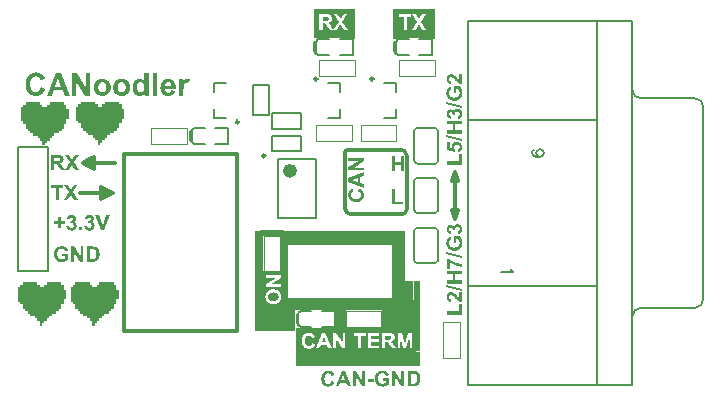
<source format=gto>
G04 Layer_Color=65535*
%FSLAX25Y25*%
%MOIN*%
G70*
G01*
G75*
%ADD33C,0.01181*%
%ADD34C,0.00787*%
%ADD35C,0.00984*%
%ADD36C,0.02362*%
%ADD37C,0.00394*%
%ADD38C,0.00500*%
%ADD39C,0.00591*%
%ADD40R,0.13780X0.01968*%
%ADD41R,0.01968X0.09842*%
%ADD42R,0.13780X0.00984*%
%ADD43R,0.00984X0.08858*%
%ADD44R,0.13780X0.00984*%
%ADD45R,0.01968X0.09842*%
%ADD46R,0.13780X0.01968*%
%ADD47R,0.11811X0.07874*%
%ADD48R,0.43701X0.03347*%
%ADD49R,0.11811X0.06890*%
%ADD50R,0.01968X0.23622*%
%ADD51R,0.03543X0.19291*%
%ADD52R,0.02953X0.06890*%
%ADD53R,0.41339X0.04331*%
%ADD54R,0.07874X0.01968*%
%ADD55R,0.02953X0.33465*%
%ADD56R,0.01575X0.10827*%
%ADD57R,0.41339X0.04921*%
%ADD58R,0.00984X0.12795*%
%ADD59R,0.35433X0.00984*%
%ADD60R,0.03937X0.07874*%
G36*
X519018Y198500D02*
X517489D01*
X514437Y203447D01*
Y198500D01*
X513023D01*
Y206057D01*
X514502D01*
X517604Y200995D01*
Y206057D01*
X519018D01*
Y198500D01*
D02*
G37*
G36*
X627641Y112903D02*
X588386D01*
Y120560D01*
X627641D01*
Y112903D01*
D02*
G37*
G36*
X551379Y204091D02*
X551423Y204086D01*
X551472Y204080D01*
X551532Y204075D01*
X551598Y204064D01*
X551745Y204031D01*
X551909Y203982D01*
X551991Y203949D01*
X552078Y203911D01*
X552166Y203867D01*
X552253Y203818D01*
X551800Y202557D01*
X551794Y202562D01*
X551783Y202568D01*
X551761Y202579D01*
X551740Y202595D01*
X551707Y202611D01*
X551669Y202633D01*
X551576Y202677D01*
X551472Y202721D01*
X551357Y202759D01*
X551237Y202786D01*
X551177Y202797D01*
X551068D01*
X551008Y202786D01*
X550937Y202775D01*
X550855Y202753D01*
X550768Y202726D01*
X550680Y202682D01*
X550598Y202628D01*
X550588Y202622D01*
X550566Y202595D01*
X550527Y202551D01*
X550478Y202491D01*
X550429Y202404D01*
X550402Y202355D01*
X550375Y202300D01*
X550347Y202240D01*
X550320Y202175D01*
X550293Y202098D01*
X550271Y202022D01*
Y202016D01*
X550265Y202000D01*
X550260Y201973D01*
X550254Y201934D01*
X550244Y201880D01*
X550233Y201809D01*
X550222Y201727D01*
X550211Y201629D01*
X550200Y201514D01*
X550189Y201383D01*
X550178Y201230D01*
X550167Y201066D01*
X550162Y200875D01*
X550156Y200668D01*
X550151Y200438D01*
Y200318D01*
Y200187D01*
Y198500D01*
X548704D01*
Y203976D01*
X550047D01*
Y203196D01*
X550052Y203201D01*
X550063Y203217D01*
X550080Y203250D01*
X550107Y203283D01*
X550134Y203327D01*
X550173Y203381D01*
X550254Y203496D01*
X550347Y203616D01*
X550451Y203736D01*
X550506Y203791D01*
X550560Y203840D01*
X550615Y203884D01*
X550664Y203922D01*
X550669D01*
X550675Y203927D01*
X550691Y203938D01*
X550713Y203949D01*
X550773Y203976D01*
X550850Y204009D01*
X550943Y204042D01*
X551046Y204069D01*
X551166Y204091D01*
X551292Y204097D01*
X551341D01*
X551379Y204091D01*
D02*
G37*
G36*
X541415Y198500D02*
X539968D01*
Y206057D01*
X541415D01*
Y198500D01*
D02*
G37*
G36*
X529638Y204091D02*
X529670D01*
X529758Y204086D01*
X529861Y204075D01*
X529987Y204053D01*
X530124Y204031D01*
X530271Y203998D01*
X530429Y203955D01*
X530593Y203900D01*
X530762Y203834D01*
X530937Y203758D01*
X531106Y203665D01*
X531270Y203556D01*
X531434Y203430D01*
X531587Y203288D01*
X531598Y203277D01*
X531620Y203250D01*
X531663Y203206D01*
X531712Y203141D01*
X531772Y203065D01*
X531838Y202966D01*
X531909Y202857D01*
X531985Y202731D01*
X532062Y202590D01*
X532133Y202437D01*
X532198Y202267D01*
X532258Y202087D01*
X532313Y201891D01*
X532351Y201689D01*
X532373Y201470D01*
X532384Y201246D01*
Y201241D01*
Y201230D01*
Y201214D01*
Y201192D01*
X532378Y201165D01*
Y201126D01*
X532373Y201039D01*
X532362Y200935D01*
X532340Y200810D01*
X532318Y200673D01*
X532286Y200526D01*
X532242Y200367D01*
X532187Y200198D01*
X532122Y200029D01*
X532045Y199854D01*
X531953Y199685D01*
X531849Y199510D01*
X531723Y199346D01*
X531581Y199188D01*
X531570Y199177D01*
X531543Y199155D01*
X531499Y199111D01*
X531439Y199062D01*
X531357Y198997D01*
X531265Y198931D01*
X531155Y198855D01*
X531030Y198784D01*
X530888Y198707D01*
X530735Y198631D01*
X530571Y198565D01*
X530391Y198500D01*
X530200Y198451D01*
X529998Y198407D01*
X529785Y198385D01*
X529561Y198374D01*
X529485D01*
X529435Y198380D01*
X529365Y198385D01*
X529288Y198391D01*
X529195Y198402D01*
X529097Y198418D01*
X528993Y198434D01*
X528879Y198456D01*
X528758Y198484D01*
X528638Y198516D01*
X528513Y198555D01*
X528382Y198604D01*
X528256Y198653D01*
X528125Y198713D01*
X528120Y198718D01*
X528098Y198729D01*
X528060Y198751D01*
X528011Y198778D01*
X527956Y198811D01*
X527890Y198855D01*
X527819Y198904D01*
X527738Y198964D01*
X527656Y199030D01*
X527574Y199106D01*
X527486Y199188D01*
X527399Y199275D01*
X527317Y199374D01*
X527235Y199477D01*
X527159Y199586D01*
X527088Y199707D01*
X527082Y199712D01*
X527071Y199739D01*
X527055Y199772D01*
X527033Y199827D01*
X527006Y199887D01*
X526973Y199963D01*
X526946Y200056D01*
X526913Y200154D01*
X526875Y200269D01*
X526848Y200389D01*
X526815Y200520D01*
X526787Y200662D01*
X526766Y200815D01*
X526749Y200973D01*
X526738Y201137D01*
X526733Y201312D01*
Y201323D01*
Y201345D01*
Y201383D01*
X526738Y201437D01*
X526744Y201498D01*
X526749Y201574D01*
X526760Y201661D01*
X526777Y201754D01*
X526798Y201858D01*
X526820Y201967D01*
X526848Y202082D01*
X526880Y202202D01*
X526924Y202327D01*
X526973Y202453D01*
X527028Y202579D01*
X527088Y202704D01*
X527093Y202710D01*
X527104Y202731D01*
X527126Y202770D01*
X527153Y202813D01*
X527191Y202873D01*
X527235Y202939D01*
X527284Y203010D01*
X527344Y203086D01*
X527415Y203168D01*
X527492Y203256D01*
X527574Y203338D01*
X527661Y203425D01*
X527759Y203507D01*
X527863Y203589D01*
X527972Y203665D01*
X528092Y203736D01*
X528098Y203742D01*
X528120Y203752D01*
X528158Y203769D01*
X528207Y203791D01*
X528267Y203818D01*
X528343Y203851D01*
X528425Y203884D01*
X528518Y203916D01*
X528622Y203949D01*
X528737Y203982D01*
X528857Y204015D01*
X528982Y204042D01*
X529119Y204064D01*
X529255Y204080D01*
X529403Y204091D01*
X529550Y204097D01*
X529605D01*
X529638Y204091D01*
D02*
G37*
G36*
X545068D02*
X545100D01*
X545188Y204086D01*
X545291Y204075D01*
X545406Y204053D01*
X545542Y204031D01*
X545684Y203998D01*
X545832Y203955D01*
X545990Y203900D01*
X546149Y203834D01*
X546312Y203758D01*
X546471Y203665D01*
X546624Y203556D01*
X546771Y203430D01*
X546908Y203288D01*
X546913Y203277D01*
X546940Y203250D01*
X546973Y203201D01*
X547017Y203135D01*
X547071Y203048D01*
X547131Y202944D01*
X547191Y202819D01*
X547257Y202677D01*
X547323Y202513D01*
X547388Y202327D01*
X547443Y202125D01*
X547497Y201902D01*
X547535Y201661D01*
X547568Y201399D01*
X547585Y201115D01*
X547590Y200815D01*
X543959D01*
Y200810D01*
Y200788D01*
X543965Y200755D01*
Y200711D01*
X543970Y200657D01*
X543981Y200591D01*
X543992Y200526D01*
X544008Y200449D01*
X544046Y200285D01*
X544074Y200203D01*
X544107Y200122D01*
X544150Y200040D01*
X544194Y199958D01*
X544243Y199881D01*
X544303Y199810D01*
X544309Y199805D01*
X544319Y199794D01*
X544336Y199778D01*
X544363Y199756D01*
X544396Y199729D01*
X544440Y199696D01*
X544483Y199668D01*
X544538Y199636D01*
X544593Y199598D01*
X544658Y199570D01*
X544800Y199510D01*
X544882Y199488D01*
X544964Y199472D01*
X545051Y199461D01*
X545144Y199455D01*
X545177D01*
X545204Y199461D01*
X545264Y199466D01*
X545346Y199477D01*
X545433Y199499D01*
X545532Y199532D01*
X545624Y199576D01*
X545717Y199636D01*
X545723D01*
X545728Y199647D01*
X545755Y199674D01*
X545799Y199718D01*
X545848Y199783D01*
X545908Y199865D01*
X545968Y199969D01*
X546023Y200089D01*
X546072Y200236D01*
X547514Y199996D01*
X547508Y199985D01*
X547503Y199963D01*
X547486Y199920D01*
X547459Y199865D01*
X547432Y199800D01*
X547394Y199723D01*
X547350Y199636D01*
X547295Y199548D01*
X547241Y199450D01*
X547175Y199352D01*
X547099Y199248D01*
X547022Y199150D01*
X546935Y199051D01*
X546842Y198953D01*
X546738Y198866D01*
X546629Y198784D01*
X546624Y198778D01*
X546602Y198767D01*
X546569Y198746D01*
X546520Y198718D01*
X546460Y198691D01*
X546394Y198653D01*
X546307Y198620D01*
X546214Y198582D01*
X546110Y198544D01*
X546001Y198505D01*
X545876Y198467D01*
X545745Y198440D01*
X545603Y198413D01*
X545450Y198391D01*
X545291Y198380D01*
X545128Y198374D01*
X545068D01*
X545029Y198380D01*
X544991D01*
X544947Y198385D01*
X544893Y198391D01*
X544773Y198402D01*
X544642Y198424D01*
X544489Y198451D01*
X544325Y198489D01*
X544156Y198538D01*
X543981Y198604D01*
X543806Y198675D01*
X543632Y198767D01*
X543462Y198871D01*
X543304Y198997D01*
X543151Y199139D01*
X543015Y199303D01*
X543009Y199313D01*
X542993Y199335D01*
X542965Y199379D01*
X542933Y199439D01*
X542889Y199510D01*
X542845Y199598D01*
X542796Y199701D01*
X542747Y199821D01*
X542692Y199952D01*
X542643Y200094D01*
X542600Y200247D01*
X542561Y200416D01*
X542523Y200591D01*
X542496Y200782D01*
X542480Y200984D01*
X542474Y201192D01*
Y201197D01*
Y201208D01*
Y201224D01*
Y201252D01*
X542480Y201285D01*
Y201323D01*
Y201366D01*
X542485Y201416D01*
X542496Y201530D01*
X542512Y201661D01*
X542534Y201809D01*
X542561Y201967D01*
X542600Y202136D01*
X542649Y202311D01*
X542703Y202486D01*
X542774Y202666D01*
X542856Y202841D01*
X542949Y203010D01*
X543058Y203168D01*
X543184Y203321D01*
X543195Y203332D01*
X543217Y203354D01*
X543255Y203392D01*
X543309Y203441D01*
X543380Y203501D01*
X543468Y203567D01*
X543566Y203638D01*
X543675Y203709D01*
X543801Y203780D01*
X543937Y203851D01*
X544085Y203916D01*
X544243Y203976D01*
X544412Y204026D01*
X544593Y204064D01*
X544784Y204086D01*
X544986Y204097D01*
X545040D01*
X545068Y204091D01*
D02*
G37*
G36*
X512198Y198500D02*
X510538D01*
X509883Y200214D01*
X506858D01*
X506236Y198500D01*
X504620D01*
X507552Y206057D01*
X509173D01*
X512198Y198500D01*
D02*
G37*
G36*
X608682Y167447D02*
X608693Y167443D01*
X608708Y167439D01*
X608727Y167432D01*
X608752Y167425D01*
X608808Y167406D01*
X608878Y167380D01*
X608960Y167347D01*
X609049Y167310D01*
X609141Y167266D01*
X609241Y167218D01*
X609344Y167162D01*
X609448Y167099D01*
X609552Y167029D01*
X609652Y166951D01*
X609748Y166870D01*
X609837Y166777D01*
X609918Y166681D01*
X609922Y166674D01*
X609937Y166655D01*
X609955Y166625D01*
X609981Y166585D01*
X610010Y166533D01*
X610047Y166470D01*
X610084Y166396D01*
X610121Y166311D01*
X610158Y166218D01*
X610195Y166115D01*
X610229Y166004D01*
X610262Y165882D01*
X610288Y165756D01*
X610307Y165619D01*
X610321Y165475D01*
X610325Y165323D01*
Y165319D01*
Y165312D01*
Y165297D01*
Y165279D01*
X610321Y165253D01*
Y165223D01*
X610318Y165190D01*
X610314Y165153D01*
X610310Y165112D01*
X610303Y165068D01*
X610288Y164964D01*
X610266Y164853D01*
X610236Y164731D01*
X610203Y164602D01*
X610155Y164465D01*
X610099Y164328D01*
X610033Y164183D01*
X609951Y164047D01*
X609859Y163906D01*
X609807Y163839D01*
X609752Y163773D01*
X609692Y163710D01*
X609629Y163647D01*
X609626D01*
X609622Y163640D01*
X609611Y163632D01*
X609596Y163617D01*
X609578Y163603D01*
X609555Y163588D01*
X609529Y163566D01*
X609500Y163543D01*
X609467Y163521D01*
X609430Y163495D01*
X609389Y163469D01*
X609344Y163440D01*
X609245Y163381D01*
X609130Y163321D01*
X609000Y163259D01*
X608860Y163199D01*
X608701Y163144D01*
X608531Y163096D01*
X608349Y163051D01*
X608153Y163022D01*
X607946Y162999D01*
X607835Y162996D01*
X607724Y162992D01*
X607668D01*
X607639Y162996D01*
X607602D01*
X607561Y162999D01*
X607513Y163003D01*
X607461Y163007D01*
X607406Y163011D01*
X607346Y163018D01*
X607284Y163025D01*
X607147Y163048D01*
X606999Y163074D01*
X606840Y163110D01*
X606677Y163151D01*
X606514Y163207D01*
X606348Y163270D01*
X606185Y163347D01*
X606029Y163432D01*
X605878Y163536D01*
X605807Y163592D01*
X605741Y163651D01*
X605737Y163654D01*
X605733Y163658D01*
X605722Y163669D01*
X605711Y163680D01*
X605674Y163717D01*
X605630Y163769D01*
X605574Y163836D01*
X605515Y163917D01*
X605452Y164010D01*
X605385Y164113D01*
X605319Y164232D01*
X605256Y164365D01*
X605193Y164505D01*
X605141Y164661D01*
X605097Y164827D01*
X605060Y165001D01*
X605038Y165190D01*
X605034Y165286D01*
X605030Y165386D01*
Y165390D01*
Y165397D01*
Y165408D01*
Y165427D01*
X605034Y165449D01*
Y165475D01*
X605038Y165508D01*
Y165541D01*
X605049Y165623D01*
X605060Y165712D01*
X605078Y165815D01*
X605101Y165926D01*
X605130Y166045D01*
X605167Y166170D01*
X605212Y166296D01*
X605267Y166426D01*
X605330Y166551D01*
X605404Y166677D01*
X605489Y166796D01*
X605589Y166910D01*
X605593Y166914D01*
X605604Y166925D01*
X605622Y166944D01*
X605648Y166966D01*
X605682Y166996D01*
X605726Y167029D01*
X605774Y167066D01*
X605829Y167106D01*
X605892Y167147D01*
X605963Y167192D01*
X606040Y167236D01*
X606122Y167280D01*
X606214Y167321D01*
X606311Y167362D01*
X606418Y167403D01*
X606529Y167436D01*
X606773Y166411D01*
X606769D01*
X606754Y166407D01*
X606736Y166400D01*
X606706Y166392D01*
X606673Y166381D01*
X606636Y166367D01*
X606592Y166348D01*
X606547Y166330D01*
X606447Y166278D01*
X606396Y166244D01*
X606344Y166211D01*
X606292Y166174D01*
X606240Y166130D01*
X606192Y166082D01*
X606148Y166030D01*
X606144Y166026D01*
X606137Y166019D01*
X606125Y166000D01*
X606111Y165978D01*
X606092Y165952D01*
X606074Y165919D01*
X606051Y165878D01*
X606029Y165837D01*
X606011Y165786D01*
X605989Y165734D01*
X605970Y165675D01*
X605952Y165615D01*
X605937Y165549D01*
X605926Y165479D01*
X605918Y165408D01*
X605915Y165331D01*
Y165323D01*
Y165305D01*
X605918Y165275D01*
X605922Y165238D01*
X605926Y165190D01*
X605937Y165134D01*
X605948Y165071D01*
X605966Y165005D01*
X605989Y164931D01*
X606014Y164857D01*
X606048Y164779D01*
X606088Y164701D01*
X606137Y164628D01*
X606188Y164550D01*
X606251Y164479D01*
X606325Y164409D01*
X606329Y164406D01*
X606344Y164394D01*
X606370Y164376D01*
X606403Y164354D01*
X606447Y164328D01*
X606503Y164298D01*
X606566Y164265D01*
X606643Y164235D01*
X606729Y164202D01*
X606828Y164169D01*
X606936Y164139D01*
X607054Y164113D01*
X607187Y164091D01*
X607328Y164073D01*
X607483Y164061D01*
X607650Y164058D01*
X607717D01*
X607742Y164061D01*
X607772D01*
X607809Y164065D01*
X607887Y164069D01*
X607979Y164076D01*
X608079Y164087D01*
X608186Y164102D01*
X608297Y164121D01*
X608412Y164143D01*
X608527Y164172D01*
X608641Y164206D01*
X608749Y164243D01*
X608852Y164291D01*
X608945Y164343D01*
X609030Y164406D01*
X609034Y164409D01*
X609049Y164420D01*
X609067Y164443D01*
X609093Y164468D01*
X609126Y164502D01*
X609160Y164546D01*
X609197Y164594D01*
X609234Y164650D01*
X609274Y164713D01*
X609311Y164779D01*
X609344Y164853D01*
X609378Y164935D01*
X609404Y165020D01*
X609422Y165112D01*
X609437Y165208D01*
X609441Y165312D01*
Y165316D01*
Y165331D01*
Y165353D01*
X609437Y165382D01*
X609433Y165416D01*
X609426Y165456D01*
X609418Y165504D01*
X609407Y165556D01*
X609396Y165608D01*
X609378Y165664D01*
X609356Y165723D01*
X609330Y165782D01*
X609300Y165845D01*
X609267Y165904D01*
X609226Y165963D01*
X609182Y166019D01*
X609178Y166022D01*
X609171Y166033D01*
X609152Y166048D01*
X609130Y166067D01*
X609104Y166093D01*
X609067Y166122D01*
X609026Y166152D01*
X608978Y166185D01*
X608926Y166218D01*
X608863Y166255D01*
X608797Y166293D01*
X608723Y166326D01*
X608638Y166359D01*
X608553Y166392D01*
X608457Y166422D01*
X608353Y166448D01*
X608671Y167451D01*
X608675D01*
X608682Y167447D01*
D02*
G37*
G36*
X610236Y171828D02*
X609074Y171384D01*
Y169334D01*
X610236Y168912D01*
Y167817D01*
X605115Y169804D01*
Y170903D01*
X610236Y172952D01*
Y171828D01*
D02*
G37*
G36*
Y176538D02*
X606884Y174469D01*
X610236D01*
Y173511D01*
X605115D01*
Y174514D01*
X608545Y176616D01*
X605115D01*
Y177574D01*
X610236D01*
Y176538D01*
D02*
G37*
G36*
X620717Y163070D02*
X623289D01*
Y162205D01*
X619685D01*
Y167281D01*
X620717D01*
Y163070D01*
D02*
G37*
G36*
X538537Y198500D02*
X537194D01*
Y199303D01*
X537189Y199297D01*
X537178Y199281D01*
X537161Y199259D01*
X537134Y199226D01*
X537101Y199188D01*
X537063Y199144D01*
X537019Y199095D01*
X536970Y199040D01*
X536850Y198926D01*
X536714Y198811D01*
X536561Y198702D01*
X536484Y198647D01*
X536397Y198604D01*
X536392D01*
X536375Y198593D01*
X536353Y198582D01*
X536321Y198565D01*
X536277Y198549D01*
X536228Y198533D01*
X536173Y198511D01*
X536113Y198489D01*
X535977Y198445D01*
X535818Y198413D01*
X535654Y198385D01*
X535480Y198374D01*
X535436D01*
X535387Y198380D01*
X535321Y198385D01*
X535240Y198396D01*
X535147Y198413D01*
X535038Y198440D01*
X534923Y198467D01*
X534803Y198511D01*
X534672Y198560D01*
X534535Y198620D01*
X534399Y198697D01*
X534262Y198784D01*
X534126Y198882D01*
X533995Y199002D01*
X533864Y199133D01*
X533858Y199144D01*
X533836Y199166D01*
X533804Y199215D01*
X533760Y199275D01*
X533711Y199352D01*
X533651Y199445D01*
X533591Y199554D01*
X533531Y199685D01*
X533465Y199827D01*
X533405Y199985D01*
X533350Y200160D01*
X533296Y200345D01*
X533252Y200553D01*
X533219Y200771D01*
X533197Y201006D01*
X533192Y201252D01*
Y201257D01*
Y201268D01*
Y201285D01*
Y201312D01*
Y201345D01*
X533197Y201383D01*
Y201432D01*
X533203Y201481D01*
X533214Y201596D01*
X533225Y201732D01*
X533247Y201880D01*
X533274Y202038D01*
X533307Y202207D01*
X533350Y202382D01*
X533405Y202557D01*
X533465Y202731D01*
X533541Y202906D01*
X533629Y203070D01*
X533727Y203228D01*
X533842Y203370D01*
X533847Y203381D01*
X533875Y203403D01*
X533907Y203436D01*
X533962Y203485D01*
X534022Y203540D01*
X534104Y203600D01*
X534191Y203665D01*
X534295Y203736D01*
X534410Y203802D01*
X534535Y203867D01*
X534672Y203927D01*
X534819Y203982D01*
X534977Y204031D01*
X535141Y204064D01*
X535316Y204091D01*
X535502Y204097D01*
X535540D01*
X535589Y204091D01*
X535654Y204086D01*
X535736Y204075D01*
X535829Y204058D01*
X535933Y204031D01*
X536042Y204004D01*
X536168Y203960D01*
X536293Y203911D01*
X536424Y203851D01*
X536561Y203774D01*
X536697Y203687D01*
X536828Y203583D01*
X536959Y203469D01*
X537090Y203332D01*
Y206057D01*
X538537D01*
Y198500D01*
D02*
G37*
G36*
X501125Y206177D02*
X501164D01*
X501213Y206171D01*
X501262D01*
X501382Y206155D01*
X501513Y206138D01*
X501666Y206111D01*
X501830Y206079D01*
X502004Y206035D01*
X502190Y205980D01*
X502376Y205915D01*
X502567Y205833D01*
X502752Y205740D01*
X502938Y205631D01*
X503113Y205505D01*
X503282Y205358D01*
X503288Y205352D01*
X503304Y205336D01*
X503331Y205309D01*
X503364Y205270D01*
X503408Y205221D01*
X503457Y205156D01*
X503511Y205085D01*
X503572Y205003D01*
X503632Y204910D01*
X503697Y204806D01*
X503763Y204692D01*
X503828Y204572D01*
X503888Y204435D01*
X503948Y204293D01*
X504008Y204135D01*
X504058Y203971D01*
X502545Y203611D01*
Y203616D01*
X502540Y203638D01*
X502529Y203665D01*
X502518Y203709D01*
X502501Y203758D01*
X502480Y203813D01*
X502452Y203878D01*
X502425Y203944D01*
X502349Y204091D01*
X502299Y204168D01*
X502250Y204244D01*
X502196Y204320D01*
X502130Y204397D01*
X502059Y204468D01*
X501983Y204533D01*
X501977Y204539D01*
X501966Y204550D01*
X501939Y204566D01*
X501906Y204588D01*
X501868Y204615D01*
X501819Y204643D01*
X501759Y204675D01*
X501699Y204708D01*
X501622Y204735D01*
X501546Y204768D01*
X501459Y204795D01*
X501371Y204823D01*
X501273Y204844D01*
X501169Y204861D01*
X501065Y204872D01*
X500951Y204877D01*
X500913D01*
X500869Y204872D01*
X500814Y204866D01*
X500743Y204861D01*
X500661Y204844D01*
X500568Y204828D01*
X500470Y204801D01*
X500361Y204768D01*
X500252Y204730D01*
X500137Y204681D01*
X500023Y204621D01*
X499913Y204550D01*
X499799Y204473D01*
X499695Y204380D01*
X499591Y204271D01*
X499586Y204266D01*
X499569Y204244D01*
X499542Y204206D01*
X499509Y204157D01*
X499471Y204091D01*
X499427Y204009D01*
X499378Y203916D01*
X499335Y203802D01*
X499285Y203676D01*
X499236Y203529D01*
X499193Y203370D01*
X499154Y203196D01*
X499122Y202999D01*
X499094Y202792D01*
X499078Y202562D01*
X499073Y202316D01*
Y202311D01*
Y202300D01*
Y202278D01*
Y202256D01*
Y202218D01*
X499078Y202180D01*
Y202136D01*
X499083Y202082D01*
X499089Y201967D01*
X499100Y201831D01*
X499116Y201683D01*
X499138Y201525D01*
X499165Y201361D01*
X499198Y201192D01*
X499242Y201023D01*
X499291Y200853D01*
X499345Y200695D01*
X499416Y200542D01*
X499493Y200406D01*
X499586Y200280D01*
X499591Y200274D01*
X499608Y200253D01*
X499640Y200225D01*
X499679Y200187D01*
X499728Y200138D01*
X499793Y200089D01*
X499864Y200034D01*
X499946Y199980D01*
X500039Y199920D01*
X500137Y199865D01*
X500246Y199816D01*
X500366Y199767D01*
X500492Y199729D01*
X500629Y199701D01*
X500771Y199679D01*
X500923Y199674D01*
X500983D01*
X501027Y199679D01*
X501076Y199685D01*
X501136Y199696D01*
X501207Y199707D01*
X501284Y199723D01*
X501360Y199739D01*
X501442Y199767D01*
X501530Y199800D01*
X501617Y199838D01*
X501710Y199881D01*
X501797Y199931D01*
X501884Y199991D01*
X501966Y200056D01*
X501972Y200062D01*
X501988Y200073D01*
X502010Y200100D01*
X502037Y200132D01*
X502075Y200171D01*
X502119Y200225D01*
X502163Y200285D01*
X502212Y200356D01*
X502261Y200433D01*
X502316Y200526D01*
X502370Y200624D01*
X502420Y200733D01*
X502469Y200859D01*
X502518Y200984D01*
X502561Y201126D01*
X502600Y201279D01*
X504079Y200810D01*
Y200804D01*
X504074Y200793D01*
X504068Y200777D01*
X504063Y200755D01*
X504052Y200728D01*
X504041Y200690D01*
X504014Y200608D01*
X503976Y200504D01*
X503926Y200384D01*
X503872Y200253D01*
X503806Y200116D01*
X503735Y199969D01*
X503653Y199816D01*
X503561Y199663D01*
X503457Y199510D01*
X503342Y199363D01*
X503222Y199221D01*
X503086Y199090D01*
X502944Y198970D01*
X502933Y198964D01*
X502905Y198942D01*
X502862Y198915D01*
X502802Y198877D01*
X502725Y198833D01*
X502632Y198778D01*
X502523Y198724D01*
X502398Y198669D01*
X502261Y198615D01*
X502108Y198560D01*
X501944Y198511D01*
X501764Y198462D01*
X501579Y198424D01*
X501377Y198396D01*
X501164Y198374D01*
X500940Y198369D01*
X500874D01*
X500836Y198374D01*
X500792D01*
X500743Y198380D01*
X500689Y198385D01*
X500629Y198391D01*
X500563Y198402D01*
X500410Y198424D01*
X500246Y198456D01*
X500066Y198500D01*
X499875Y198549D01*
X499673Y198620D01*
X499471Y198702D01*
X499258Y198800D01*
X499056Y198920D01*
X498849Y199057D01*
X498750Y199133D01*
X498652Y199215D01*
X498559Y199303D01*
X498466Y199395D01*
Y199401D01*
X498455Y199406D01*
X498445Y199423D01*
X498423Y199445D01*
X498401Y199472D01*
X498379Y199505D01*
X498346Y199543D01*
X498314Y199586D01*
X498281Y199636D01*
X498243Y199690D01*
X498204Y199750D01*
X498161Y199816D01*
X498073Y199963D01*
X497986Y200132D01*
X497893Y200324D01*
X497806Y200531D01*
X497724Y200766D01*
X497653Y201017D01*
X497587Y201285D01*
X497544Y201574D01*
X497511Y201880D01*
X497506Y202044D01*
X497500Y202207D01*
Y202213D01*
Y202229D01*
Y202256D01*
Y202289D01*
X497506Y202333D01*
Y202387D01*
X497511Y202448D01*
X497516Y202519D01*
X497522Y202595D01*
X497527Y202677D01*
X497538Y202764D01*
X497549Y202857D01*
X497582Y203059D01*
X497620Y203277D01*
X497675Y203512D01*
X497735Y203752D01*
X497817Y203993D01*
X497909Y204239D01*
X498024Y204479D01*
X498150Y204708D01*
X498303Y204932D01*
X498385Y205036D01*
X498472Y205134D01*
X498477Y205139D01*
X498483Y205145D01*
X498499Y205161D01*
X498516Y205178D01*
X498570Y205232D01*
X498647Y205298D01*
X498745Y205380D01*
X498865Y205467D01*
X499002Y205560D01*
X499154Y205658D01*
X499329Y205756D01*
X499526Y205849D01*
X499733Y205942D01*
X499963Y206018D01*
X500208Y206084D01*
X500465Y206138D01*
X500743Y206171D01*
X500885Y206177D01*
X501033Y206182D01*
X501093D01*
X501125Y206177D01*
D02*
G37*
G36*
X623777Y173228D02*
X622745D01*
Y175467D01*
X620717D01*
Y173228D01*
X619685D01*
Y178349D01*
X620717D01*
Y176333D01*
X622745D01*
Y178349D01*
X623777D01*
Y173228D01*
D02*
G37*
G36*
X523189Y204091D02*
X523222D01*
X523309Y204086D01*
X523413Y204075D01*
X523539Y204053D01*
X523675Y204031D01*
X523823Y203998D01*
X523981Y203955D01*
X524145Y203900D01*
X524314Y203834D01*
X524489Y203758D01*
X524658Y203665D01*
X524822Y203556D01*
X524986Y203430D01*
X525139Y203288D01*
X525149Y203277D01*
X525171Y203250D01*
X525215Y203206D01*
X525264Y203141D01*
X525324Y203065D01*
X525390Y202966D01*
X525461Y202857D01*
X525537Y202731D01*
X525613Y202590D01*
X525684Y202437D01*
X525750Y202267D01*
X525810Y202087D01*
X525865Y201891D01*
X525903Y201689D01*
X525925Y201470D01*
X525936Y201246D01*
Y201241D01*
Y201230D01*
Y201214D01*
Y201192D01*
X525930Y201165D01*
Y201126D01*
X525925Y201039D01*
X525914Y200935D01*
X525892Y200810D01*
X525870Y200673D01*
X525837Y200526D01*
X525794Y200367D01*
X525739Y200198D01*
X525674Y200029D01*
X525597Y199854D01*
X525504Y199685D01*
X525401Y199510D01*
X525275Y199346D01*
X525133Y199188D01*
X525122Y199177D01*
X525095Y199155D01*
X525051Y199111D01*
X524991Y199062D01*
X524909Y198997D01*
X524816Y198931D01*
X524707Y198855D01*
X524582Y198784D01*
X524440Y198707D01*
X524287Y198631D01*
X524123Y198565D01*
X523943Y198500D01*
X523752Y198451D01*
X523550Y198407D01*
X523337Y198385D01*
X523113Y198374D01*
X523036D01*
X522987Y198380D01*
X522916Y198385D01*
X522840Y198391D01*
X522747Y198402D01*
X522649Y198418D01*
X522545Y198434D01*
X522430Y198456D01*
X522310Y198484D01*
X522190Y198516D01*
X522064Y198555D01*
X521934Y198604D01*
X521808Y198653D01*
X521677Y198713D01*
X521671Y198718D01*
X521650Y198729D01*
X521611Y198751D01*
X521562Y198778D01*
X521508Y198811D01*
X521442Y198855D01*
X521371Y198904D01*
X521289Y198964D01*
X521207Y199030D01*
X521125Y199106D01*
X521038Y199188D01*
X520951Y199275D01*
X520869Y199374D01*
X520787Y199477D01*
X520711Y199586D01*
X520640Y199707D01*
X520634Y199712D01*
X520623Y199739D01*
X520607Y199772D01*
X520585Y199827D01*
X520558Y199887D01*
X520525Y199963D01*
X520498Y200056D01*
X520465Y200154D01*
X520427Y200269D01*
X520399Y200389D01*
X520366Y200520D01*
X520339Y200662D01*
X520317Y200815D01*
X520301Y200973D01*
X520290Y201137D01*
X520285Y201312D01*
Y201323D01*
Y201345D01*
Y201383D01*
X520290Y201437D01*
X520295Y201498D01*
X520301Y201574D01*
X520312Y201661D01*
X520328Y201754D01*
X520350Y201858D01*
X520372Y201967D01*
X520399Y202082D01*
X520432Y202202D01*
X520476Y202327D01*
X520525Y202453D01*
X520579Y202579D01*
X520640Y202704D01*
X520645Y202710D01*
X520656Y202731D01*
X520678Y202770D01*
X520705Y202813D01*
X520743Y202873D01*
X520787Y202939D01*
X520836Y203010D01*
X520896Y203086D01*
X520967Y203168D01*
X521043Y203256D01*
X521125Y203338D01*
X521213Y203425D01*
X521311Y203507D01*
X521415Y203589D01*
X521524Y203665D01*
X521644Y203736D01*
X521650Y203742D01*
X521671Y203752D01*
X521710Y203769D01*
X521759Y203791D01*
X521819Y203818D01*
X521895Y203851D01*
X521977Y203884D01*
X522070Y203916D01*
X522174Y203949D01*
X522288Y203982D01*
X522408Y204015D01*
X522534Y204042D01*
X522671Y204064D01*
X522807Y204080D01*
X522955Y204091D01*
X523102Y204097D01*
X523156D01*
X523189Y204091D01*
D02*
G37*
G36*
X509634Y148269D02*
X509664D01*
X509697Y148265D01*
X509779Y148262D01*
X509871Y148251D01*
X509975Y148240D01*
X510086Y148221D01*
X510201Y148203D01*
X510323Y148173D01*
X510448Y148143D01*
X510570Y148103D01*
X510693Y148058D01*
X510811Y148003D01*
X510926Y147940D01*
X511029Y147870D01*
X511037Y147866D01*
X511052Y147851D01*
X511081Y147829D01*
X511114Y147795D01*
X511159Y147755D01*
X511207Y147707D01*
X511262Y147648D01*
X511318Y147581D01*
X511377Y147507D01*
X511433Y147425D01*
X511492Y147333D01*
X511547Y147237D01*
X511599Y147129D01*
X511647Y147015D01*
X511688Y146896D01*
X511721Y146767D01*
X510696Y146574D01*
Y146578D01*
X510693Y146589D01*
X510685Y146611D01*
X510674Y146637D01*
X510663Y146667D01*
X510644Y146704D01*
X510626Y146745D01*
X510604Y146789D01*
X510578Y146834D01*
X510548Y146882D01*
X510515Y146933D01*
X510478Y146982D01*
X510434Y147030D01*
X510389Y147078D01*
X510341Y147126D01*
X510286Y147167D01*
X510282Y147170D01*
X510271Y147178D01*
X510256Y147189D01*
X510234Y147200D01*
X510204Y147218D01*
X510167Y147237D01*
X510126Y147255D01*
X510082Y147277D01*
X510030Y147300D01*
X509975Y147318D01*
X509912Y147337D01*
X509845Y147355D01*
X509779Y147366D01*
X509701Y147377D01*
X509623Y147385D01*
X509542Y147389D01*
X509512D01*
X509475Y147385D01*
X509431Y147381D01*
X509372Y147374D01*
X509305Y147366D01*
X509235Y147352D01*
X509153Y147333D01*
X509068Y147311D01*
X508983Y147281D01*
X508891Y147248D01*
X508802Y147207D01*
X508713Y147155D01*
X508628Y147100D01*
X508543Y147033D01*
X508465Y146956D01*
X508462Y146952D01*
X508447Y146937D01*
X508428Y146911D01*
X508402Y146874D01*
X508373Y146830D01*
X508339Y146774D01*
X508302Y146711D01*
X508265Y146637D01*
X508228Y146552D01*
X508191Y146456D01*
X508158Y146353D01*
X508128Y146238D01*
X508103Y146112D01*
X508084Y145979D01*
X508069Y145835D01*
X508066Y145683D01*
Y145679D01*
Y145672D01*
Y145661D01*
Y145642D01*
Y145620D01*
X508069Y145598D01*
Y145568D01*
X508073Y145535D01*
X508077Y145457D01*
X508088Y145372D01*
X508099Y145276D01*
X508117Y145172D01*
X508136Y145061D01*
X508166Y144950D01*
X508195Y144835D01*
X508236Y144725D01*
X508280Y144614D01*
X508336Y144506D01*
X508399Y144406D01*
X508469Y144317D01*
X508473Y144314D01*
X508487Y144299D01*
X508510Y144277D01*
X508543Y144247D01*
X508584Y144214D01*
X508632Y144173D01*
X508691Y144132D01*
X508754Y144092D01*
X508828Y144047D01*
X508906Y144007D01*
X508994Y143970D01*
X509091Y143933D01*
X509190Y143903D01*
X509298Y143881D01*
X509412Y143866D01*
X509531Y143862D01*
X509564D01*
X509586Y143866D01*
X509616D01*
X509653Y143870D01*
X509690Y143874D01*
X509734Y143877D01*
X509782Y143885D01*
X509834Y143892D01*
X509941Y143914D01*
X510060Y143948D01*
X510182Y143988D01*
X510186D01*
X510197Y143996D01*
X510215Y143999D01*
X510238Y144010D01*
X510263Y144021D01*
X510297Y144036D01*
X510334Y144055D01*
X510374Y144073D01*
X510463Y144118D01*
X510556Y144169D01*
X510652Y144229D01*
X510744Y144295D01*
Y144947D01*
X509560D01*
Y145812D01*
X511788D01*
Y143770D01*
X511784Y143766D01*
X511773Y143755D01*
X511755Y143740D01*
X511729Y143718D01*
X511695Y143688D01*
X511651Y143659D01*
X511603Y143622D01*
X511547Y143581D01*
X511484Y143541D01*
X511414Y143496D01*
X511336Y143452D01*
X511251Y143404D01*
X511163Y143356D01*
X511063Y143307D01*
X510955Y143259D01*
X510844Y143215D01*
X510837Y143211D01*
X510818Y143204D01*
X510785Y143193D01*
X510737Y143178D01*
X510681Y143159D01*
X510615Y143141D01*
X510541Y143119D01*
X510460Y143096D01*
X510367Y143074D01*
X510271Y143052D01*
X510167Y143034D01*
X510060Y143015D01*
X509949Y143000D01*
X509834Y142989D01*
X509716Y142982D01*
X509597Y142978D01*
X509542D01*
X509520Y142982D01*
X509464D01*
X509394Y142989D01*
X509312Y142997D01*
X509220Y143008D01*
X509120Y143019D01*
X509013Y143037D01*
X508902Y143060D01*
X508787Y143089D01*
X508669Y143119D01*
X508547Y143159D01*
X508428Y143204D01*
X508310Y143256D01*
X508195Y143315D01*
X508188Y143318D01*
X508169Y143330D01*
X508140Y143352D01*
X508099Y143378D01*
X508047Y143411D01*
X507992Y143455D01*
X507929Y143503D01*
X507858Y143563D01*
X507788Y143626D01*
X507714Y143696D01*
X507640Y143777D01*
X507566Y143862D01*
X507492Y143955D01*
X507425Y144055D01*
X507359Y144162D01*
X507300Y144277D01*
X507296Y144284D01*
X507289Y144306D01*
X507274Y144340D01*
X507252Y144388D01*
X507229Y144447D01*
X507203Y144514D01*
X507178Y144595D01*
X507152Y144684D01*
X507122Y144780D01*
X507096Y144887D01*
X507070Y144998D01*
X507048Y145117D01*
X507030Y145243D01*
X507015Y145372D01*
X507004Y145505D01*
X507000Y145642D01*
Y145646D01*
Y145650D01*
Y145664D01*
Y145679D01*
Y145698D01*
X507004Y145720D01*
Y145775D01*
X507011Y145846D01*
X507019Y145927D01*
X507030Y146019D01*
X507041Y146119D01*
X507059Y146227D01*
X507081Y146341D01*
X507107Y146460D01*
X507141Y146578D01*
X507178Y146700D01*
X507222Y146822D01*
X507274Y146944D01*
X507333Y147063D01*
X507337Y147070D01*
X507348Y147089D01*
X507370Y147122D01*
X507396Y147167D01*
X507429Y147218D01*
X507474Y147277D01*
X507525Y147344D01*
X507581Y147414D01*
X507648Y147492D01*
X507722Y147570D01*
X507799Y147648D01*
X507888Y147729D01*
X507984Y147807D01*
X508088Y147881D01*
X508195Y147951D01*
X508314Y148018D01*
X508321Y148021D01*
X508336Y148029D01*
X508365Y148040D01*
X508402Y148058D01*
X508450Y148077D01*
X508510Y148099D01*
X508576Y148121D01*
X508650Y148147D01*
X508735Y148169D01*
X508832Y148191D01*
X508931Y148214D01*
X509039Y148232D01*
X509153Y148251D01*
X509279Y148262D01*
X509409Y148269D01*
X509542Y148273D01*
X509605D01*
X509634Y148269D01*
D02*
G37*
G36*
X516354Y153567D02*
X515373D01*
Y154547D01*
X516354D01*
Y153567D01*
D02*
G37*
G36*
X512876Y158703D02*
X512924Y158699D01*
X512987Y158691D01*
X513057Y158680D01*
X513135Y158669D01*
X513220Y158647D01*
X513312Y158625D01*
X513405Y158595D01*
X513501Y158554D01*
X513597Y158510D01*
X513693Y158458D01*
X513790Y158395D01*
X513878Y158325D01*
X513963Y158244D01*
X513967Y158240D01*
X513978Y158225D01*
X513997Y158207D01*
X514019Y158177D01*
X514048Y158140D01*
X514078Y158099D01*
X514111Y158051D01*
X514145Y157996D01*
X514178Y157937D01*
X514211Y157870D01*
X514241Y157800D01*
X514270Y157726D01*
X514293Y157648D01*
X514311Y157567D01*
X514322Y157482D01*
X514326Y157393D01*
Y157385D01*
Y157363D01*
X514322Y157330D01*
X514315Y157282D01*
X514304Y157222D01*
X514285Y157160D01*
X514263Y157086D01*
X514233Y157004D01*
X514193Y156923D01*
X514145Y156834D01*
X514085Y156745D01*
X514015Y156653D01*
X513930Y156564D01*
X513882Y156519D01*
X513830Y156479D01*
X513775Y156434D01*
X513716Y156394D01*
X513653Y156353D01*
X513586Y156316D01*
X513590D01*
X513604Y156312D01*
X513627Y156305D01*
X513660Y156298D01*
X513697Y156286D01*
X513738Y156268D01*
X513786Y156249D01*
X513838Y156227D01*
X513893Y156201D01*
X513952Y156172D01*
X514011Y156138D01*
X514067Y156098D01*
X514126Y156057D01*
X514182Y156005D01*
X514237Y155953D01*
X514289Y155894D01*
X514293Y155891D01*
X514300Y155879D01*
X514315Y155861D01*
X514330Y155835D01*
X514348Y155805D01*
X514370Y155765D01*
X514396Y155720D01*
X514422Y155672D01*
X514444Y155617D01*
X514470Y155558D01*
X514493Y155491D01*
X514511Y155421D01*
X514526Y155347D01*
X514541Y155269D01*
X514548Y155187D01*
X514552Y155102D01*
Y155095D01*
Y155073D01*
X514548Y155036D01*
X514544Y154988D01*
X514537Y154932D01*
X514526Y154862D01*
X514511Y154788D01*
X514489Y154707D01*
X514463Y154618D01*
X514430Y154525D01*
X514389Y154429D01*
X514345Y154333D01*
X514285Y154233D01*
X514219Y154137D01*
X514145Y154044D01*
X514056Y153952D01*
X514048Y153948D01*
X514034Y153933D01*
X514004Y153907D01*
X513967Y153878D01*
X513919Y153841D01*
X513864Y153804D01*
X513793Y153759D01*
X513719Y153715D01*
X513634Y153671D01*
X513542Y153630D01*
X513442Y153589D01*
X513331Y153552D01*
X513216Y153523D01*
X513094Y153500D01*
X512964Y153482D01*
X512831Y153478D01*
X512802D01*
X512765Y153482D01*
X512716Y153486D01*
X512657Y153489D01*
X512587Y153500D01*
X512513Y153511D01*
X512428Y153530D01*
X512339Y153548D01*
X512247Y153574D01*
X512150Y153608D01*
X512054Y153648D01*
X511958Y153693D01*
X511862Y153744D01*
X511769Y153807D01*
X511681Y153878D01*
X511677Y153881D01*
X511662Y153896D01*
X511636Y153918D01*
X511607Y153952D01*
X511573Y153989D01*
X511532Y154037D01*
X511488Y154096D01*
X511444Y154159D01*
X511396Y154229D01*
X511351Y154307D01*
X511307Y154396D01*
X511262Y154488D01*
X511225Y154584D01*
X511196Y154692D01*
X511170Y154803D01*
X511151Y154921D01*
X512102Y155040D01*
Y155036D01*
X512106Y155025D01*
Y155006D01*
X512113Y154980D01*
X512117Y154947D01*
X512128Y154914D01*
X512136Y154873D01*
X512150Y154832D01*
X512180Y154744D01*
X512224Y154651D01*
X512276Y154559D01*
X512310Y154518D01*
X512343Y154481D01*
X512347Y154477D01*
X512354Y154473D01*
X512365Y154462D01*
X512380Y154451D01*
X512398Y154436D01*
X512421Y154422D01*
X512480Y154388D01*
X512550Y154351D01*
X512631Y154322D01*
X512724Y154299D01*
X512772Y154296D01*
X512824Y154292D01*
X512853D01*
X512876Y154296D01*
X512901Y154299D01*
X512931Y154303D01*
X513001Y154322D01*
X513083Y154348D01*
X513124Y154366D01*
X513168Y154388D01*
X513212Y154414D01*
X513253Y154447D01*
X513294Y154481D01*
X513334Y154522D01*
X513338Y154525D01*
X513342Y154533D01*
X513353Y154544D01*
X513368Y154562D01*
X513382Y154588D01*
X513401Y154614D01*
X513419Y154647D01*
X513442Y154684D01*
X513460Y154729D01*
X513479Y154773D01*
X513497Y154825D01*
X513512Y154880D01*
X513527Y154940D01*
X513538Y155002D01*
X513542Y155073D01*
X513545Y155143D01*
Y155147D01*
Y155158D01*
Y155180D01*
X513542Y155206D01*
X513538Y155236D01*
X513534Y155273D01*
X513530Y155313D01*
X513519Y155354D01*
X513497Y155450D01*
X513460Y155546D01*
X513438Y155595D01*
X513412Y155643D01*
X513382Y155691D01*
X513345Y155731D01*
X513342Y155735D01*
X513338Y155743D01*
X513327Y155750D01*
X513308Y155765D01*
X513290Y155783D01*
X513268Y155802D01*
X513209Y155842D01*
X513138Y155879D01*
X513057Y155916D01*
X513013Y155931D01*
X512964Y155939D01*
X512913Y155946D01*
X512861Y155950D01*
X512827D01*
X512809Y155946D01*
X512787D01*
X512735Y155942D01*
X512668Y155931D01*
X512591Y155920D01*
X512506Y155902D01*
X512413Y155876D01*
X512520Y156675D01*
X512587D01*
X512620Y156679D01*
X512657Y156682D01*
X512702Y156686D01*
X512746Y156693D01*
X512846Y156712D01*
X512946Y156741D01*
X512998Y156764D01*
X513046Y156786D01*
X513090Y156812D01*
X513131Y156845D01*
X513135Y156849D01*
X513138Y156852D01*
X513149Y156864D01*
X513164Y156878D01*
X513179Y156897D01*
X513198Y156919D01*
X513216Y156945D01*
X513238Y156975D01*
X513275Y157045D01*
X513308Y157130D01*
X513323Y157174D01*
X513334Y157226D01*
X513338Y157278D01*
X513342Y157334D01*
Y157337D01*
Y157345D01*
Y157359D01*
X513338Y157378D01*
Y157400D01*
X513334Y157422D01*
X513323Y157482D01*
X513305Y157548D01*
X513275Y157615D01*
X513238Y157681D01*
X513186Y157744D01*
X513179Y157752D01*
X513157Y157770D01*
X513124Y157792D01*
X513075Y157822D01*
X513016Y157852D01*
X512946Y157874D01*
X512868Y157892D01*
X512776Y157900D01*
X512750D01*
X512735Y157896D01*
X512713D01*
X512687Y157892D01*
X512628Y157877D01*
X512561Y157855D01*
X512487Y157826D01*
X512413Y157781D01*
X512376Y157752D01*
X512343Y157722D01*
X512339Y157718D01*
X512335Y157715D01*
X512328Y157703D01*
X512313Y157689D01*
X512302Y157670D01*
X512284Y157648D01*
X512269Y157622D01*
X512250Y157592D01*
X512232Y157559D01*
X512213Y157522D01*
X512195Y157482D01*
X512176Y157433D01*
X512161Y157385D01*
X512147Y157334D01*
X512136Y157274D01*
X512128Y157215D01*
X511225Y157367D01*
Y157370D01*
X511229Y157389D01*
X511236Y157411D01*
X511244Y157445D01*
X511251Y157485D01*
X511266Y157530D01*
X511277Y157581D01*
X511296Y157633D01*
X511336Y157752D01*
X511384Y157877D01*
X511440Y158000D01*
X511473Y158055D01*
X511507Y158110D01*
X511510Y158114D01*
X511514Y158122D01*
X511525Y158136D01*
X511544Y158155D01*
X511562Y158181D01*
X511584Y158207D01*
X511614Y158236D01*
X511647Y158270D01*
X511681Y158303D01*
X511721Y158340D01*
X511766Y158377D01*
X511814Y158410D01*
X511866Y158447D01*
X511917Y158484D01*
X512039Y158547D01*
X512043Y158551D01*
X512054Y158554D01*
X512073Y158562D01*
X512099Y158573D01*
X512132Y158584D01*
X512169Y158599D01*
X512213Y158614D01*
X512261Y158628D01*
X512317Y158643D01*
X512376Y158654D01*
X512439Y158669D01*
X512506Y158680D01*
X512650Y158699D01*
X512728Y158706D01*
X512839D01*
X512876Y158703D01*
D02*
G37*
G36*
X516812Y143067D02*
X515776D01*
X513708Y146419D01*
Y143067D01*
X512750D01*
Y148188D01*
X513753D01*
X515854Y144758D01*
Y148188D01*
X516812D01*
Y143067D01*
D02*
G37*
G36*
X632197Y219291D02*
X620866D01*
Y226774D01*
X632197D01*
Y219291D01*
D02*
G37*
G36*
X606051D02*
X594291D01*
Y226774D01*
X606051D01*
Y219291D01*
D02*
G37*
G36*
X519950Y148184D02*
X520013D01*
X520080Y148180D01*
X520154Y148177D01*
X520231Y148169D01*
X520309Y148162D01*
X520472Y148147D01*
X520549Y148136D01*
X520627Y148121D01*
X520697Y148106D01*
X520764Y148088D01*
X520768D01*
X520783Y148080D01*
X520808Y148073D01*
X520838Y148062D01*
X520879Y148047D01*
X520923Y148029D01*
X520975Y148006D01*
X521030Y147980D01*
X521090Y147947D01*
X521152Y147914D01*
X521215Y147873D01*
X521282Y147833D01*
X521345Y147784D01*
X521412Y147733D01*
X521474Y147677D01*
X521537Y147614D01*
X521541Y147610D01*
X521552Y147599D01*
X521567Y147581D01*
X521589Y147555D01*
X521619Y147522D01*
X521648Y147481D01*
X521682Y147437D01*
X521719Y147385D01*
X521759Y147326D01*
X521796Y147263D01*
X521837Y147196D01*
X521878Y147122D01*
X521918Y147044D01*
X521955Y146963D01*
X521992Y146874D01*
X522026Y146785D01*
X522029Y146782D01*
X522033Y146763D01*
X522041Y146737D01*
X522052Y146697D01*
X522066Y146649D01*
X522081Y146593D01*
X522096Y146526D01*
X522111Y146452D01*
X522126Y146367D01*
X522140Y146275D01*
X522155Y146175D01*
X522170Y146068D01*
X522181Y145957D01*
X522189Y145835D01*
X522196Y145709D01*
Y145575D01*
Y145568D01*
Y145546D01*
Y145513D01*
X522192Y145468D01*
Y145416D01*
X522189Y145350D01*
X522181Y145280D01*
X522177Y145202D01*
X522166Y145120D01*
X522159Y145032D01*
X522129Y144850D01*
X522089Y144665D01*
X522066Y144577D01*
X522037Y144488D01*
X522033Y144480D01*
X522029Y144462D01*
X522018Y144432D01*
X522000Y144395D01*
X521981Y144347D01*
X521959Y144292D01*
X521930Y144232D01*
X521896Y144166D01*
X521859Y144096D01*
X521818Y144021D01*
X521774Y143948D01*
X521726Y143870D01*
X521670Y143796D01*
X521615Y143722D01*
X521556Y143648D01*
X521489Y143581D01*
X521486Y143578D01*
X521478Y143570D01*
X521460Y143555D01*
X521441Y143537D01*
X521412Y143515D01*
X521378Y143492D01*
X521341Y143463D01*
X521297Y143433D01*
X521249Y143400D01*
X521193Y143367D01*
X521134Y143333D01*
X521071Y143300D01*
X521001Y143267D01*
X520927Y143233D01*
X520849Y143204D01*
X520764Y143174D01*
X520760D01*
X520749Y143170D01*
X520727Y143163D01*
X520701Y143159D01*
X520668Y143148D01*
X520623Y143141D01*
X520575Y143130D01*
X520520Y143122D01*
X520457Y143111D01*
X520390Y143100D01*
X520313Y143093D01*
X520231Y143085D01*
X520142Y143078D01*
X520050Y143071D01*
X519950Y143067D01*
X517904D01*
Y148188D01*
X519895D01*
X519950Y148184D01*
D02*
G37*
G36*
X513204Y166235D02*
X514969Y163567D01*
X513726D01*
X512590Y165298D01*
X511450Y163567D01*
X510211D01*
X511983Y166231D01*
X510373Y168688D01*
X511583D01*
X512597Y167152D01*
X513615Y168688D01*
X514813D01*
X513204Y166235D01*
D02*
G37*
G36*
X508305Y178684D02*
X508375D01*
X508453Y178680D01*
X508538Y178677D01*
X508631Y178669D01*
X508727Y178662D01*
X508823Y178654D01*
X509023Y178629D01*
X509115Y178614D01*
X509204Y178595D01*
X509289Y178573D01*
X509363Y178547D01*
X509367D01*
X509378Y178540D01*
X509400Y178532D01*
X509426Y178521D01*
X509456Y178506D01*
X509493Y178484D01*
X509534Y178462D01*
X509578Y178436D01*
X509626Y178403D01*
X509674Y178366D01*
X509722Y178325D01*
X509774Y178281D01*
X509822Y178233D01*
X509870Y178177D01*
X509915Y178118D01*
X509959Y178055D01*
X509963Y178051D01*
X509970Y178040D01*
X509981Y178018D01*
X509996Y177992D01*
X510011Y177959D01*
X510029Y177922D01*
X510051Y177874D01*
X510074Y177822D01*
X510092Y177766D01*
X510114Y177703D01*
X510133Y177637D01*
X510151Y177567D01*
X510162Y177493D01*
X510174Y177415D01*
X510181Y177337D01*
X510185Y177252D01*
Y177245D01*
Y177226D01*
X510181Y177197D01*
Y177156D01*
X510174Y177108D01*
X510166Y177049D01*
X510155Y176986D01*
X510144Y176915D01*
X510125Y176841D01*
X510103Y176764D01*
X510074Y176686D01*
X510040Y176605D01*
X510003Y176527D01*
X509955Y176445D01*
X509903Y176372D01*
X509844Y176297D01*
X509841Y176294D01*
X509830Y176283D01*
X509807Y176264D01*
X509781Y176238D01*
X509744Y176209D01*
X509704Y176175D01*
X509652Y176138D01*
X509593Y176098D01*
X509522Y176057D01*
X509448Y176020D01*
X509367Y175979D01*
X509274Y175942D01*
X509175Y175905D01*
X509067Y175876D01*
X508953Y175850D01*
X508830Y175828D01*
X508834Y175824D01*
X508845Y175820D01*
X508864Y175809D01*
X508886Y175794D01*
X508916Y175776D01*
X508949Y175754D01*
X508986Y175728D01*
X509027Y175702D01*
X509115Y175635D01*
X509208Y175561D01*
X509300Y175480D01*
X509385Y175395D01*
X509389Y175391D01*
X509397Y175384D01*
X509408Y175369D01*
X509426Y175350D01*
X509448Y175324D01*
X509474Y175291D01*
X509504Y175250D01*
X509541Y175202D01*
X509582Y175151D01*
X509626Y175091D01*
X509674Y175021D01*
X509726Y174947D01*
X509781Y174862D01*
X509841Y174773D01*
X509907Y174673D01*
X509974Y174566D01*
X510599Y173567D01*
X509360D01*
X508616Y174681D01*
X508612Y174688D01*
X508597Y174706D01*
X508579Y174736D01*
X508553Y174777D01*
X508520Y174825D01*
X508483Y174877D01*
X508442Y174936D01*
X508398Y174999D01*
X508305Y175125D01*
X508261Y175188D01*
X508216Y175250D01*
X508176Y175306D01*
X508135Y175354D01*
X508098Y175398D01*
X508068Y175432D01*
X508061Y175439D01*
X508042Y175458D01*
X508013Y175484D01*
X507976Y175517D01*
X507928Y175554D01*
X507876Y175587D01*
X507820Y175620D01*
X507758Y175646D01*
X507750Y175650D01*
X507739Y175654D01*
X507728Y175657D01*
X507709Y175661D01*
X507687Y175665D01*
X507661Y175672D01*
X507632Y175676D01*
X507598Y175683D01*
X507561Y175687D01*
X507517Y175691D01*
X507469Y175698D01*
X507421Y175702D01*
X507365D01*
X507302Y175706D01*
X507032D01*
Y173567D01*
X506000D01*
Y178688D01*
X508250D01*
X508305Y178684D01*
D02*
G37*
G36*
X513633Y176235D02*
X515398Y173567D01*
X514155D01*
X513019Y175299D01*
X511879Y173567D01*
X510640D01*
X512412Y176231D01*
X510803Y178688D01*
X512012D01*
X513026Y177152D01*
X514044Y178688D01*
X515243D01*
X513633Y176235D01*
D02*
G37*
G36*
X510070Y167822D02*
X508553D01*
Y163567D01*
X507521D01*
Y167822D01*
X506000D01*
Y168688D01*
X510070D01*
Y167822D01*
D02*
G37*
G36*
X518840Y158703D02*
X518888Y158699D01*
X518951Y158691D01*
X519021Y158680D01*
X519099Y158669D01*
X519184Y158647D01*
X519277Y158625D01*
X519369Y158595D01*
X519465Y158554D01*
X519561Y158510D01*
X519658Y158458D01*
X519754Y158395D01*
X519843Y158325D01*
X519928Y158244D01*
X519932Y158240D01*
X519943Y158225D01*
X519961Y158207D01*
X519983Y158177D01*
X520013Y158140D01*
X520043Y158099D01*
X520076Y158051D01*
X520109Y157996D01*
X520142Y157937D01*
X520176Y157870D01*
X520205Y157800D01*
X520235Y157726D01*
X520257Y157648D01*
X520276Y157567D01*
X520287Y157482D01*
X520290Y157393D01*
Y157385D01*
Y157363D01*
X520287Y157330D01*
X520279Y157282D01*
X520268Y157222D01*
X520250Y157160D01*
X520227Y157086D01*
X520198Y157004D01*
X520157Y156923D01*
X520109Y156834D01*
X520050Y156745D01*
X519980Y156653D01*
X519895Y156564D01*
X519846Y156519D01*
X519795Y156479D01*
X519739Y156434D01*
X519680Y156394D01*
X519617Y156353D01*
X519550Y156316D01*
X519554D01*
X519569Y156312D01*
X519591Y156305D01*
X519624Y156298D01*
X519661Y156286D01*
X519702Y156268D01*
X519750Y156249D01*
X519802Y156227D01*
X519858Y156201D01*
X519917Y156172D01*
X519976Y156138D01*
X520031Y156098D01*
X520091Y156057D01*
X520146Y156005D01*
X520202Y155953D01*
X520253Y155894D01*
X520257Y155891D01*
X520264Y155879D01*
X520279Y155861D01*
X520294Y155835D01*
X520313Y155805D01*
X520335Y155765D01*
X520361Y155720D01*
X520387Y155672D01*
X520409Y155617D01*
X520435Y155558D01*
X520457Y155491D01*
X520475Y155421D01*
X520490Y155347D01*
X520505Y155269D01*
X520512Y155187D01*
X520516Y155102D01*
Y155095D01*
Y155073D01*
X520512Y155036D01*
X520509Y154988D01*
X520501Y154932D01*
X520490Y154862D01*
X520475Y154788D01*
X520453Y154707D01*
X520427Y154618D01*
X520394Y154525D01*
X520353Y154429D01*
X520309Y154333D01*
X520250Y154233D01*
X520183Y154137D01*
X520109Y154044D01*
X520020Y153952D01*
X520013Y153948D01*
X519998Y153933D01*
X519969Y153907D01*
X519932Y153878D01*
X519883Y153841D01*
X519828Y153804D01*
X519758Y153759D01*
X519684Y153715D01*
X519598Y153671D01*
X519506Y153630D01*
X519406Y153589D01*
X519295Y153552D01*
X519180Y153523D01*
X519058Y153500D01*
X518929Y153482D01*
X518796Y153478D01*
X518766D01*
X518729Y153482D01*
X518681Y153486D01*
X518622Y153489D01*
X518551Y153500D01*
X518477Y153511D01*
X518392Y153530D01*
X518303Y153548D01*
X518211Y153574D01*
X518115Y153608D01*
X518019Y153648D01*
X517922Y153693D01*
X517826Y153744D01*
X517734Y153807D01*
X517645Y153878D01*
X517641Y153881D01*
X517626Y153896D01*
X517600Y153918D01*
X517571Y153952D01*
X517538Y153989D01*
X517497Y154037D01*
X517452Y154096D01*
X517408Y154159D01*
X517360Y154229D01*
X517316Y154307D01*
X517271Y154396D01*
X517227Y154488D01*
X517190Y154584D01*
X517160Y154692D01*
X517134Y154803D01*
X517116Y154921D01*
X518067Y155040D01*
Y155036D01*
X518070Y155025D01*
Y155006D01*
X518078Y154980D01*
X518082Y154947D01*
X518093Y154914D01*
X518100Y154873D01*
X518115Y154832D01*
X518144Y154744D01*
X518189Y154651D01*
X518241Y154559D01*
X518274Y154518D01*
X518307Y154481D01*
X518311Y154477D01*
X518318Y154473D01*
X518329Y154462D01*
X518344Y154451D01*
X518363Y154436D01*
X518385Y154422D01*
X518444Y154388D01*
X518514Y154351D01*
X518596Y154322D01*
X518688Y154299D01*
X518736Y154296D01*
X518788Y154292D01*
X518818D01*
X518840Y154296D01*
X518866Y154299D01*
X518895Y154303D01*
X518966Y154322D01*
X519047Y154348D01*
X519088Y154366D01*
X519132Y154388D01*
X519177Y154414D01*
X519217Y154447D01*
X519258Y154481D01*
X519299Y154522D01*
X519303Y154525D01*
X519306Y154533D01*
X519317Y154544D01*
X519332Y154562D01*
X519347Y154588D01*
X519365Y154614D01*
X519384Y154647D01*
X519406Y154684D01*
X519425Y154729D01*
X519443Y154773D01*
X519462Y154825D01*
X519476Y154880D01*
X519491Y154940D01*
X519502Y155002D01*
X519506Y155073D01*
X519510Y155143D01*
Y155147D01*
Y155158D01*
Y155180D01*
X519506Y155206D01*
X519502Y155236D01*
X519499Y155273D01*
X519495Y155313D01*
X519484Y155354D01*
X519462Y155450D01*
X519425Y155546D01*
X519402Y155595D01*
X519377Y155643D01*
X519347Y155691D01*
X519310Y155731D01*
X519306Y155735D01*
X519303Y155743D01*
X519291Y155750D01*
X519273Y155765D01*
X519254Y155783D01*
X519232Y155802D01*
X519173Y155842D01*
X519103Y155879D01*
X519021Y155916D01*
X518977Y155931D01*
X518929Y155939D01*
X518877Y155946D01*
X518825Y155950D01*
X518792D01*
X518773Y155946D01*
X518751D01*
X518699Y155942D01*
X518633Y155931D01*
X518555Y155920D01*
X518470Y155902D01*
X518377Y155876D01*
X518485Y156675D01*
X518551D01*
X518585Y156679D01*
X518622Y156682D01*
X518666Y156686D01*
X518711Y156693D01*
X518810Y156712D01*
X518910Y156741D01*
X518962Y156764D01*
X519010Y156786D01*
X519055Y156812D01*
X519095Y156845D01*
X519099Y156849D01*
X519103Y156852D01*
X519114Y156864D01*
X519129Y156878D01*
X519143Y156897D01*
X519162Y156919D01*
X519180Y156945D01*
X519203Y156975D01*
X519240Y157045D01*
X519273Y157130D01*
X519288Y157174D01*
X519299Y157226D01*
X519303Y157278D01*
X519306Y157334D01*
Y157337D01*
Y157345D01*
Y157359D01*
X519303Y157378D01*
Y157400D01*
X519299Y157422D01*
X519288Y157482D01*
X519269Y157548D01*
X519240Y157615D01*
X519203Y157681D01*
X519151Y157744D01*
X519143Y157752D01*
X519121Y157770D01*
X519088Y157792D01*
X519040Y157822D01*
X518981Y157852D01*
X518910Y157874D01*
X518833Y157892D01*
X518740Y157900D01*
X518714D01*
X518699Y157896D01*
X518677D01*
X518651Y157892D01*
X518592Y157877D01*
X518526Y157855D01*
X518451Y157826D01*
X518377Y157781D01*
X518340Y157752D01*
X518307Y157722D01*
X518303Y157718D01*
X518300Y157715D01*
X518292Y157703D01*
X518278Y157689D01*
X518266Y157670D01*
X518248Y157648D01*
X518233Y157622D01*
X518215Y157592D01*
X518196Y157559D01*
X518178Y157522D01*
X518159Y157482D01*
X518141Y157433D01*
X518126Y157385D01*
X518111Y157334D01*
X518100Y157274D01*
X518093Y157215D01*
X517190Y157367D01*
Y157370D01*
X517194Y157389D01*
X517201Y157411D01*
X517208Y157445D01*
X517216Y157485D01*
X517231Y157530D01*
X517242Y157581D01*
X517260Y157633D01*
X517301Y157752D01*
X517349Y157877D01*
X517404Y158000D01*
X517438Y158055D01*
X517471Y158110D01*
X517475Y158114D01*
X517478Y158122D01*
X517489Y158136D01*
X517508Y158155D01*
X517526Y158181D01*
X517549Y158207D01*
X517578Y158236D01*
X517612Y158270D01*
X517645Y158303D01*
X517686Y158340D01*
X517730Y158377D01*
X517778Y158410D01*
X517830Y158447D01*
X517882Y158484D01*
X518004Y158547D01*
X518008Y158551D01*
X518019Y158554D01*
X518037Y158562D01*
X518063Y158573D01*
X518096Y158584D01*
X518133Y158599D01*
X518178Y158614D01*
X518226Y158628D01*
X518281Y158643D01*
X518340Y158654D01*
X518403Y158669D01*
X518470Y158680D01*
X518614Y158699D01*
X518692Y158706D01*
X518803D01*
X518840Y158703D01*
D02*
G37*
G36*
X509235Y156549D02*
X510578D01*
Y155631D01*
X509235D01*
Y154303D01*
X508339D01*
Y155631D01*
X507000D01*
Y156549D01*
X508339D01*
Y157877D01*
X509235D01*
Y156549D01*
D02*
G37*
G36*
X523765Y153567D02*
X522651D01*
X520823Y158688D01*
X521941D01*
X523239Y154899D01*
X524490Y158688D01*
X525589D01*
X523765Y153567D01*
D02*
G37*
G36*
X626895Y106692D02*
X626958D01*
X627025Y106688D01*
X627099Y106685D01*
X627176Y106677D01*
X627254Y106670D01*
X627417Y106655D01*
X627494Y106644D01*
X627572Y106629D01*
X627642Y106614D01*
X627709Y106596D01*
X627713D01*
X627728Y106588D01*
X627753Y106581D01*
X627783Y106570D01*
X627824Y106555D01*
X627868Y106536D01*
X627920Y106514D01*
X627976Y106488D01*
X628035Y106455D01*
X628098Y106422D01*
X628160Y106381D01*
X628227Y106340D01*
X628290Y106292D01*
X628357Y106240D01*
X628419Y106185D01*
X628482Y106122D01*
X628486Y106118D01*
X628497Y106107D01*
X628512Y106089D01*
X628534Y106063D01*
X628564Y106030D01*
X628593Y105989D01*
X628627Y105945D01*
X628664Y105893D01*
X628704Y105833D01*
X628741Y105771D01*
X628782Y105704D01*
X628823Y105630D01*
X628863Y105552D01*
X628900Y105471D01*
X628937Y105382D01*
X628971Y105293D01*
X628974Y105290D01*
X628978Y105271D01*
X628986Y105245D01*
X628997Y105204D01*
X629011Y105156D01*
X629026Y105101D01*
X629041Y105034D01*
X629056Y104960D01*
X629071Y104875D01*
X629085Y104783D01*
X629100Y104683D01*
X629115Y104576D01*
X629126Y104464D01*
X629134Y104342D01*
X629141Y104217D01*
Y104083D01*
Y104076D01*
Y104054D01*
Y104021D01*
X629137Y103976D01*
Y103924D01*
X629134Y103858D01*
X629126Y103787D01*
X629122Y103710D01*
X629111Y103628D01*
X629104Y103540D01*
X629074Y103358D01*
X629034Y103173D01*
X629011Y103084D01*
X628982Y102996D01*
X628978Y102988D01*
X628974Y102970D01*
X628963Y102940D01*
X628945Y102903D01*
X628926Y102855D01*
X628904Y102799D01*
X628875Y102740D01*
X628841Y102674D01*
X628804Y102603D01*
X628764Y102529D01*
X628719Y102455D01*
X628671Y102378D01*
X628616Y102304D01*
X628560Y102230D01*
X628501Y102156D01*
X628434Y102089D01*
X628431Y102085D01*
X628423Y102078D01*
X628405Y102063D01*
X628386Y102045D01*
X628357Y102023D01*
X628323Y102000D01*
X628286Y101971D01*
X628242Y101941D01*
X628194Y101908D01*
X628138Y101874D01*
X628079Y101841D01*
X628016Y101808D01*
X627946Y101775D01*
X627872Y101741D01*
X627794Y101712D01*
X627709Y101682D01*
X627705D01*
X627694Y101678D01*
X627672Y101671D01*
X627646Y101667D01*
X627613Y101656D01*
X627568Y101649D01*
X627520Y101638D01*
X627465Y101630D01*
X627402Y101619D01*
X627335Y101608D01*
X627258Y101601D01*
X627176Y101593D01*
X627087Y101586D01*
X626995Y101578D01*
X626895Y101575D01*
X624849D01*
Y106696D01*
X626840D01*
X626895Y106692D01*
D02*
G37*
G36*
X606023Y101575D02*
X604899D01*
X604455Y102737D01*
X602405D01*
X601983Y101575D01*
X600888D01*
X602875Y106696D01*
X603974D01*
X606023Y101575D01*
D02*
G37*
G36*
X610645D02*
X609609D01*
X607540Y104927D01*
Y101575D01*
X606582D01*
Y106696D01*
X607585D01*
X609686Y103266D01*
Y106696D01*
X610645D01*
Y101575D01*
D02*
G37*
G36*
X613549Y102940D02*
X611622D01*
Y103921D01*
X613549D01*
Y102940D01*
D02*
G37*
G36*
X643089Y145140D02*
Y144414D01*
X637794Y145684D01*
Y146423D01*
X643089Y145140D01*
D02*
G37*
G36*
X638664Y144107D02*
X638678Y144093D01*
X638704Y144070D01*
X638738Y144041D01*
X638778Y144000D01*
X638830Y143956D01*
X638889Y143904D01*
X638960Y143848D01*
X639041Y143785D01*
X639126Y143719D01*
X639222Y143652D01*
X639330Y143578D01*
X639444Y143500D01*
X639566Y143423D01*
X639696Y143345D01*
X639837Y143264D01*
X639840D01*
X639844Y143260D01*
X639855Y143253D01*
X639870Y143245D01*
X639888Y143234D01*
X639914Y143223D01*
X639940Y143208D01*
X639970Y143193D01*
X640040Y143156D01*
X640125Y143116D01*
X640221Y143071D01*
X640329Y143019D01*
X640443Y142968D01*
X640569Y142916D01*
X640706Y142860D01*
X640847Y142805D01*
X640995Y142753D01*
X641146Y142701D01*
X641305Y142653D01*
X641465Y142609D01*
X641468D01*
X641476Y142605D01*
X641487D01*
X641502Y142598D01*
X641524Y142594D01*
X641550Y142590D01*
X641575Y142583D01*
X641609Y142576D01*
X641683Y142557D01*
X641772Y142538D01*
X641872Y142520D01*
X641979Y142498D01*
X642094Y142479D01*
X642216Y142457D01*
X642345Y142439D01*
X642475Y142424D01*
X642608Y142409D01*
X642741Y142398D01*
X642871Y142394D01*
X643000Y142391D01*
Y141443D01*
X642974D01*
X642952Y141447D01*
X642896D01*
X642859Y141451D01*
X642815Y141454D01*
X642771Y141458D01*
X642719Y141462D01*
X642663Y141465D01*
X642604Y141473D01*
X642541Y141480D01*
X642475Y141488D01*
X642330Y141506D01*
X642175Y141532D01*
X642005Y141558D01*
X641827Y141595D01*
X641638Y141636D01*
X641446Y141688D01*
X641246Y141743D01*
X641043Y141806D01*
X640836Y141880D01*
X640832D01*
X640824Y141884D01*
X640806Y141891D01*
X640787Y141898D01*
X640758Y141910D01*
X640728Y141924D01*
X640691Y141939D01*
X640651Y141954D01*
X640602Y141976D01*
X640551Y141998D01*
X640499Y142020D01*
X640440Y142046D01*
X640314Y142106D01*
X640173Y142172D01*
X640025Y142250D01*
X639866Y142331D01*
X639703Y142424D01*
X639533Y142520D01*
X639363Y142627D01*
X639193Y142738D01*
X639022Y142860D01*
X638856Y142986D01*
Y140755D01*
X637946D01*
Y144111D01*
X638660D01*
X638664Y144107D01*
D02*
G37*
G36*
X641531Y155648D02*
X641579Y155644D01*
X641635Y155637D01*
X641705Y155625D01*
X641779Y155611D01*
X641860Y155588D01*
X641949Y155562D01*
X642042Y155529D01*
X642138Y155489D01*
X642234Y155444D01*
X642334Y155385D01*
X642430Y155318D01*
X642523Y155244D01*
X642615Y155156D01*
X642619Y155148D01*
X642634Y155133D01*
X642660Y155104D01*
X642689Y155067D01*
X642726Y155019D01*
X642763Y154963D01*
X642808Y154893D01*
X642852Y154819D01*
X642896Y154734D01*
X642937Y154641D01*
X642978Y154541D01*
X643015Y154430D01*
X643044Y154316D01*
X643067Y154193D01*
X643085Y154064D01*
X643089Y153931D01*
Y153927D01*
Y153923D01*
Y153912D01*
Y153901D01*
X643085Y153864D01*
X643081Y153816D01*
X643078Y153757D01*
X643067Y153687D01*
X643055Y153613D01*
X643037Y153527D01*
X643018Y153439D01*
X642993Y153346D01*
X642959Y153250D01*
X642919Y153154D01*
X642874Y153058D01*
X642822Y152961D01*
X642760Y152869D01*
X642689Y152780D01*
X642686Y152776D01*
X642671Y152762D01*
X642649Y152736D01*
X642615Y152706D01*
X642578Y152673D01*
X642530Y152632D01*
X642471Y152588D01*
X642408Y152543D01*
X642338Y152495D01*
X642260Y152451D01*
X642171Y152406D01*
X642079Y152362D01*
X641983Y152325D01*
X641875Y152295D01*
X641764Y152269D01*
X641646Y152251D01*
X641527Y153202D01*
X641531D01*
X641542Y153206D01*
X641561D01*
X641587Y153213D01*
X641620Y153217D01*
X641653Y153228D01*
X641694Y153235D01*
X641735Y153250D01*
X641823Y153280D01*
X641916Y153324D01*
X642008Y153376D01*
X642049Y153409D01*
X642086Y153442D01*
X642090Y153446D01*
X642094Y153454D01*
X642105Y153465D01*
X642116Y153479D01*
X642131Y153498D01*
X642145Y153520D01*
X642179Y153579D01*
X642216Y153650D01*
X642245Y153731D01*
X642267Y153823D01*
X642271Y153872D01*
X642275Y153923D01*
Y153927D01*
Y153938D01*
Y153953D01*
X642271Y153975D01*
X642267Y154001D01*
X642264Y154031D01*
X642245Y154101D01*
X642219Y154182D01*
X642201Y154223D01*
X642179Y154268D01*
X642153Y154312D01*
X642119Y154353D01*
X642086Y154393D01*
X642045Y154434D01*
X642042Y154438D01*
X642034Y154441D01*
X642023Y154453D01*
X642005Y154467D01*
X641979Y154482D01*
X641953Y154501D01*
X641920Y154519D01*
X641883Y154541D01*
X641838Y154560D01*
X641794Y154578D01*
X641742Y154597D01*
X641686Y154612D01*
X641627Y154626D01*
X641564Y154638D01*
X641494Y154641D01*
X641424Y154645D01*
X641387D01*
X641361Y154641D01*
X641331Y154638D01*
X641294Y154634D01*
X641254Y154630D01*
X641213Y154619D01*
X641117Y154597D01*
X641020Y154560D01*
X640972Y154538D01*
X640924Y154512D01*
X640876Y154482D01*
X640836Y154445D01*
X640832Y154441D01*
X640824Y154438D01*
X640817Y154427D01*
X640802Y154408D01*
X640784Y154390D01*
X640765Y154367D01*
X640725Y154308D01*
X640688Y154238D01*
X640651Y154156D01*
X640636Y154112D01*
X640628Y154064D01*
X640621Y154012D01*
X640617Y153960D01*
Y153957D01*
Y153953D01*
Y153942D01*
Y153927D01*
X640621Y153909D01*
Y153886D01*
X640625Y153835D01*
X640636Y153768D01*
X640647Y153690D01*
X640665Y153605D01*
X640691Y153513D01*
X639892Y153620D01*
Y153624D01*
Y153639D01*
Y153657D01*
Y153687D01*
X639888Y153720D01*
X639885Y153757D01*
X639881Y153801D01*
X639874Y153846D01*
X639855Y153946D01*
X639825Y154045D01*
X639803Y154097D01*
X639781Y154145D01*
X639755Y154190D01*
X639722Y154230D01*
X639718Y154234D01*
X639714Y154238D01*
X639703Y154249D01*
X639688Y154264D01*
X639670Y154279D01*
X639648Y154297D01*
X639622Y154316D01*
X639592Y154338D01*
X639522Y154375D01*
X639437Y154408D01*
X639393Y154423D01*
X639341Y154434D01*
X639289Y154438D01*
X639233Y154441D01*
X639208D01*
X639189Y154438D01*
X639167D01*
X639145Y154434D01*
X639085Y154423D01*
X639019Y154404D01*
X638952Y154375D01*
X638886Y154338D01*
X638823Y154286D01*
X638815Y154279D01*
X638797Y154256D01*
X638775Y154223D01*
X638745Y154175D01*
X638715Y154116D01*
X638693Y154045D01*
X638675Y153968D01*
X638667Y153875D01*
Y153872D01*
Y153864D01*
Y153849D01*
X638671Y153835D01*
Y153812D01*
X638675Y153787D01*
X638690Y153727D01*
X638712Y153661D01*
X638741Y153587D01*
X638786Y153513D01*
X638815Y153476D01*
X638845Y153442D01*
X638849Y153439D01*
X638852Y153435D01*
X638863Y153428D01*
X638878Y153413D01*
X638897Y153402D01*
X638919Y153383D01*
X638945Y153368D01*
X638974Y153350D01*
X639008Y153331D01*
X639045Y153313D01*
X639085Y153294D01*
X639134Y153276D01*
X639182Y153261D01*
X639233Y153246D01*
X639293Y153235D01*
X639352Y153228D01*
X639200Y152325D01*
X639196D01*
X639178Y152329D01*
X639156Y152336D01*
X639122Y152343D01*
X639082Y152351D01*
X639037Y152366D01*
X638985Y152377D01*
X638934Y152395D01*
X638815Y152436D01*
X638690Y152484D01*
X638567Y152540D01*
X638512Y152573D01*
X638456Y152606D01*
X638453Y152610D01*
X638445Y152614D01*
X638431Y152625D01*
X638412Y152643D01*
X638386Y152662D01*
X638360Y152684D01*
X638331Y152714D01*
X638297Y152747D01*
X638264Y152780D01*
X638227Y152821D01*
X638190Y152865D01*
X638157Y152913D01*
X638120Y152965D01*
X638083Y153017D01*
X638020Y153139D01*
X638016Y153143D01*
X638012Y153154D01*
X638005Y153172D01*
X637994Y153198D01*
X637983Y153232D01*
X637968Y153269D01*
X637953Y153313D01*
X637938Y153361D01*
X637924Y153417D01*
X637913Y153476D01*
X637898Y153539D01*
X637887Y153605D01*
X637868Y153750D01*
X637861Y153827D01*
Y153905D01*
Y153909D01*
Y153912D01*
Y153923D01*
Y153938D01*
X637864Y153975D01*
X637868Y154023D01*
X637876Y154086D01*
X637887Y154156D01*
X637898Y154234D01*
X637920Y154319D01*
X637942Y154412D01*
X637972Y154504D01*
X638012Y154601D01*
X638057Y154697D01*
X638109Y154793D01*
X638171Y154889D01*
X638242Y154978D01*
X638323Y155063D01*
X638327Y155067D01*
X638342Y155078D01*
X638360Y155096D01*
X638390Y155119D01*
X638427Y155148D01*
X638468Y155178D01*
X638516Y155211D01*
X638571Y155244D01*
X638630Y155278D01*
X638697Y155311D01*
X638767Y155341D01*
X638841Y155370D01*
X638919Y155392D01*
X639000Y155411D01*
X639085Y155422D01*
X639174Y155426D01*
X639204D01*
X639237Y155422D01*
X639285Y155414D01*
X639344Y155403D01*
X639407Y155385D01*
X639481Y155363D01*
X639563Y155333D01*
X639644Y155292D01*
X639733Y155244D01*
X639822Y155185D01*
X639914Y155115D01*
X640003Y155030D01*
X640047Y154982D01*
X640088Y154930D01*
X640133Y154874D01*
X640173Y154815D01*
X640214Y154752D01*
X640251Y154686D01*
Y154689D01*
X640255Y154704D01*
X640262Y154726D01*
X640269Y154760D01*
X640280Y154797D01*
X640299Y154837D01*
X640317Y154885D01*
X640340Y154937D01*
X640366Y154993D01*
X640395Y155052D01*
X640428Y155111D01*
X640469Y155167D01*
X640510Y155226D01*
X640562Y155281D01*
X640614Y155337D01*
X640673Y155389D01*
X640676Y155392D01*
X640688Y155400D01*
X640706Y155414D01*
X640732Y155429D01*
X640762Y155448D01*
X640802Y155470D01*
X640847Y155496D01*
X640895Y155522D01*
X640950Y155544D01*
X641009Y155570D01*
X641076Y155592D01*
X641146Y155611D01*
X641220Y155625D01*
X641298Y155640D01*
X641379Y155648D01*
X641465Y155651D01*
X641494D01*
X641531Y155648D01*
D02*
G37*
G36*
X642301Y151544D02*
X642312Y151533D01*
X642327Y151515D01*
X642349Y151489D01*
X642378Y151455D01*
X642408Y151411D01*
X642445Y151363D01*
X642486Y151307D01*
X642526Y151245D01*
X642571Y151174D01*
X642615Y151097D01*
X642663Y151012D01*
X642711Y150923D01*
X642760Y150823D01*
X642808Y150715D01*
X642852Y150604D01*
X642856Y150597D01*
X642863Y150579D01*
X642874Y150545D01*
X642889Y150497D01*
X642907Y150442D01*
X642926Y150375D01*
X642948Y150301D01*
X642970Y150220D01*
X642993Y150127D01*
X643015Y150031D01*
X643033Y149927D01*
X643052Y149820D01*
X643067Y149709D01*
X643078Y149594D01*
X643085Y149476D01*
X643089Y149358D01*
Y149354D01*
Y149350D01*
Y149339D01*
Y149321D01*
Y149302D01*
X643085Y149280D01*
Y149224D01*
X643078Y149154D01*
X643070Y149073D01*
X643059Y148980D01*
X643048Y148880D01*
X643030Y148773D01*
X643007Y148662D01*
X642978Y148547D01*
X642948Y148429D01*
X642907Y148307D01*
X642863Y148188D01*
X642811Y148070D01*
X642752Y147955D01*
X642748Y147948D01*
X642737Y147929D01*
X642715Y147900D01*
X642689Y147859D01*
X642656Y147807D01*
X642612Y147752D01*
X642563Y147689D01*
X642504Y147619D01*
X642441Y147548D01*
X642371Y147474D01*
X642290Y147400D01*
X642205Y147326D01*
X642112Y147252D01*
X642012Y147186D01*
X641905Y147119D01*
X641790Y147060D01*
X641783Y147056D01*
X641760Y147049D01*
X641727Y147034D01*
X641679Y147012D01*
X641620Y146990D01*
X641553Y146964D01*
X641472Y146938D01*
X641383Y146912D01*
X641287Y146882D01*
X641180Y146856D01*
X641069Y146830D01*
X640950Y146808D01*
X640824Y146790D01*
X640695Y146775D01*
X640562Y146764D01*
X640425Y146760D01*
X640369D01*
X640347Y146764D01*
X640292D01*
X640221Y146771D01*
X640140Y146779D01*
X640047Y146790D01*
X639948Y146801D01*
X639840Y146819D01*
X639725Y146842D01*
X639607Y146868D01*
X639489Y146901D01*
X639367Y146938D01*
X639245Y146982D01*
X639122Y147034D01*
X639004Y147093D01*
X638997Y147097D01*
X638978Y147108D01*
X638945Y147130D01*
X638900Y147156D01*
X638849Y147189D01*
X638789Y147234D01*
X638723Y147286D01*
X638653Y147341D01*
X638575Y147408D01*
X638497Y147482D01*
X638419Y147559D01*
X638338Y147648D01*
X638260Y147744D01*
X638186Y147848D01*
X638116Y147955D01*
X638049Y148074D01*
X638046Y148081D01*
X638038Y148096D01*
X638027Y148126D01*
X638009Y148162D01*
X637990Y148211D01*
X637968Y148270D01*
X637946Y148336D01*
X637920Y148410D01*
X637898Y148495D01*
X637876Y148592D01*
X637853Y148692D01*
X637835Y148799D01*
X637816Y148914D01*
X637805Y149039D01*
X637798Y149169D01*
X637794Y149302D01*
Y149306D01*
Y149313D01*
Y149328D01*
Y149343D01*
Y149365D01*
X637798Y149395D01*
Y149424D01*
X637802Y149458D01*
X637805Y149539D01*
X637816Y149631D01*
X637827Y149735D01*
X637846Y149846D01*
X637864Y149961D01*
X637894Y150083D01*
X637924Y150209D01*
X637964Y150331D01*
X638009Y150453D01*
X638064Y150571D01*
X638127Y150686D01*
X638197Y150789D01*
X638201Y150797D01*
X638216Y150812D01*
X638238Y150841D01*
X638271Y150875D01*
X638312Y150919D01*
X638360Y150967D01*
X638419Y151023D01*
X638486Y151078D01*
X638560Y151137D01*
X638641Y151193D01*
X638734Y151252D01*
X638830Y151307D01*
X638937Y151359D01*
X639052Y151407D01*
X639171Y151448D01*
X639300Y151481D01*
X639492Y150457D01*
X639489D01*
X639478Y150453D01*
X639455Y150445D01*
X639430Y150434D01*
X639400Y150423D01*
X639363Y150405D01*
X639322Y150386D01*
X639278Y150364D01*
X639233Y150338D01*
X639185Y150309D01*
X639134Y150275D01*
X639085Y150238D01*
X639037Y150194D01*
X638989Y150149D01*
X638941Y150101D01*
X638900Y150046D01*
X638897Y150042D01*
X638889Y150031D01*
X638878Y150016D01*
X638867Y149994D01*
X638849Y149964D01*
X638830Y149927D01*
X638812Y149887D01*
X638789Y149842D01*
X638767Y149791D01*
X638749Y149735D01*
X638730Y149672D01*
X638712Y149606D01*
X638701Y149539D01*
X638690Y149461D01*
X638682Y149383D01*
X638678Y149302D01*
Y149295D01*
Y149273D01*
X638682Y149235D01*
X638686Y149191D01*
X638693Y149132D01*
X638701Y149065D01*
X638715Y148995D01*
X638734Y148914D01*
X638756Y148828D01*
X638786Y148743D01*
X638819Y148651D01*
X638860Y148562D01*
X638911Y148473D01*
X638967Y148388D01*
X639034Y148303D01*
X639111Y148225D01*
X639115Y148222D01*
X639130Y148207D01*
X639156Y148188D01*
X639193Y148162D01*
X639237Y148133D01*
X639293Y148100D01*
X639356Y148063D01*
X639430Y148026D01*
X639515Y147989D01*
X639611Y147952D01*
X639714Y147918D01*
X639829Y147889D01*
X639955Y147863D01*
X640088Y147844D01*
X640232Y147829D01*
X640384Y147826D01*
X640447D01*
X640469Y147829D01*
X640499D01*
X640532Y147833D01*
X640610Y147837D01*
X640695Y147848D01*
X640791Y147859D01*
X640895Y147878D01*
X641006Y147896D01*
X641117Y147926D01*
X641231Y147955D01*
X641342Y147996D01*
X641453Y148040D01*
X641561Y148096D01*
X641661Y148159D01*
X641749Y148229D01*
X641753Y148233D01*
X641768Y148248D01*
X641790Y148270D01*
X641820Y148303D01*
X641853Y148344D01*
X641894Y148392D01*
X641934Y148451D01*
X641975Y148514D01*
X642020Y148588D01*
X642060Y148666D01*
X642097Y148755D01*
X642134Y148851D01*
X642164Y148951D01*
X642186Y149058D01*
X642201Y149173D01*
X642205Y149291D01*
Y149295D01*
Y149306D01*
Y149324D01*
X642201Y149346D01*
Y149376D01*
X642197Y149413D01*
X642193Y149450D01*
X642190Y149495D01*
X642182Y149543D01*
X642175Y149594D01*
X642153Y149702D01*
X642119Y149820D01*
X642079Y149942D01*
Y149946D01*
X642071Y149957D01*
X642068Y149976D01*
X642057Y149998D01*
X642045Y150024D01*
X642031Y150057D01*
X642012Y150094D01*
X641994Y150135D01*
X641949Y150223D01*
X641897Y150316D01*
X641838Y150412D01*
X641772Y150505D01*
X641120D01*
Y149321D01*
X640255D01*
Y151548D01*
X642297D01*
X642301Y151544D01*
D02*
G37*
G36*
X526900Y135400D02*
X527700D01*
Y134600D01*
Y133800D01*
X528500D01*
Y133000D01*
Y132200D01*
Y131400D01*
Y130600D01*
X527700D01*
Y129800D01*
Y129000D01*
X526900D01*
Y128200D01*
Y127400D01*
X526100D01*
Y126600D01*
X525300D01*
Y125800D01*
X523700D01*
Y125000D01*
X522900D01*
Y124200D01*
X522100D01*
Y123400D01*
X521300D01*
Y122600D01*
X520500D01*
Y121800D01*
X519700D01*
Y122600D01*
Y123400D01*
X518900D01*
Y124200D01*
X518100D01*
Y125000D01*
X516500D01*
Y125800D01*
X515700D01*
Y126600D01*
X514900D01*
Y127400D01*
X514100D01*
Y128200D01*
Y129000D01*
X513300D01*
Y129800D01*
X512500D01*
Y130600D01*
Y131400D01*
Y132200D01*
Y133000D01*
Y133800D01*
Y134600D01*
X513300D01*
Y135400D01*
X514100D01*
Y136200D01*
X518900D01*
Y135400D01*
X519700D01*
Y134600D01*
X521300D01*
Y135400D01*
X522100D01*
Y136200D01*
X526900D01*
Y135400D01*
D02*
G37*
G36*
X509400D02*
X510200D01*
Y134600D01*
Y133800D01*
X511000D01*
Y133000D01*
Y132200D01*
Y131400D01*
Y130600D01*
X510200D01*
Y129800D01*
Y129000D01*
X509400D01*
Y128200D01*
Y127400D01*
X508600D01*
Y126600D01*
X507800D01*
Y125800D01*
X506200D01*
Y125000D01*
X505400D01*
Y124200D01*
X504600D01*
Y123400D01*
X503800D01*
Y122600D01*
X503000D01*
Y121800D01*
X502200D01*
Y122600D01*
Y123400D01*
X501400D01*
Y124200D01*
X500600D01*
Y125000D01*
X499000D01*
Y125800D01*
X498200D01*
Y126600D01*
X497400D01*
Y127400D01*
X496600D01*
Y128200D01*
Y129000D01*
X495800D01*
Y129800D01*
X495000D01*
Y130600D01*
Y131400D01*
Y132200D01*
Y133000D01*
Y133800D01*
Y134600D01*
X495800D01*
Y135400D01*
X496600D01*
Y136200D01*
X501400D01*
Y135400D01*
X502200D01*
Y134600D01*
X503800D01*
Y135400D01*
X504600D01*
Y136200D01*
X509400D01*
Y135400D01*
D02*
G37*
G36*
X528700Y195600D02*
X529500D01*
Y194800D01*
Y194000D01*
X530300D01*
Y193200D01*
Y192400D01*
Y191600D01*
Y190800D01*
X529500D01*
Y190000D01*
Y189200D01*
X528700D01*
Y188400D01*
Y187600D01*
X527900D01*
Y186800D01*
X527100D01*
Y186000D01*
X525500D01*
Y185200D01*
X524700D01*
Y184400D01*
X523900D01*
Y183600D01*
X523100D01*
Y182800D01*
X522300D01*
Y182000D01*
X521500D01*
Y182800D01*
Y183600D01*
X520700D01*
Y184400D01*
X519900D01*
Y185200D01*
X518300D01*
Y186000D01*
X517500D01*
Y186800D01*
X516700D01*
Y187600D01*
X515900D01*
Y188400D01*
Y189200D01*
X515100D01*
Y190000D01*
X514300D01*
Y190800D01*
Y191600D01*
Y192400D01*
Y193200D01*
Y194000D01*
Y194800D01*
X515100D01*
Y195600D01*
X515900D01*
Y196400D01*
X520700D01*
Y195600D01*
X521500D01*
Y194800D01*
X523100D01*
Y195600D01*
X523900D01*
Y196400D01*
X528700D01*
Y195600D01*
D02*
G37*
G36*
X510300Y195500D02*
X511100D01*
Y194700D01*
Y193900D01*
X511900D01*
Y193100D01*
Y192300D01*
Y191500D01*
Y190700D01*
X511100D01*
Y189900D01*
Y189100D01*
X510300D01*
Y188300D01*
Y187500D01*
X509500D01*
Y186700D01*
X508700D01*
Y185900D01*
X507100D01*
Y185100D01*
X506300D01*
Y184300D01*
X505500D01*
Y183500D01*
X504700D01*
Y182700D01*
X503900D01*
Y181900D01*
X503100D01*
Y182700D01*
Y183500D01*
X502300D01*
Y184300D01*
X501500D01*
Y185100D01*
X499900D01*
Y185900D01*
X499100D01*
Y186700D01*
X498300D01*
Y187500D01*
X497500D01*
Y188300D01*
Y189100D01*
X496700D01*
Y189900D01*
X495900D01*
Y190700D01*
Y191500D01*
Y192300D01*
Y193100D01*
Y193900D01*
Y194700D01*
X496700D01*
Y195500D01*
X497500D01*
Y196300D01*
X502300D01*
Y195500D01*
X503100D01*
Y194700D01*
X504700D01*
Y195500D01*
X505500D01*
Y196300D01*
X510300D01*
Y195500D01*
D02*
G37*
G36*
X583947Y127756D02*
X576290D01*
Y139964D01*
X583947D01*
Y127756D01*
D02*
G37*
G36*
X623758Y101575D02*
X622721D01*
X620653Y104927D01*
Y101575D01*
X619695D01*
Y106696D01*
X620698D01*
X622799Y103266D01*
Y106696D01*
X623758D01*
Y101575D01*
D02*
G37*
G36*
X616579Y106777D02*
X616609D01*
X616642Y106773D01*
X616724Y106770D01*
X616816Y106758D01*
X616920Y106747D01*
X617031Y106729D01*
X617146Y106710D01*
X617268Y106681D01*
X617393Y106651D01*
X617516Y106611D01*
X617638Y106566D01*
X617756Y106511D01*
X617871Y106448D01*
X617974Y106377D01*
X617982Y106374D01*
X617997Y106359D01*
X618026Y106337D01*
X618059Y106303D01*
X618104Y106263D01*
X618152Y106215D01*
X618208Y106155D01*
X618263Y106089D01*
X618322Y106015D01*
X618378Y105933D01*
X618437Y105841D01*
X618492Y105745D01*
X618544Y105637D01*
X618592Y105523D01*
X618633Y105404D01*
X618666Y105275D01*
X617641Y105082D01*
Y105086D01*
X617638Y105097D01*
X617630Y105119D01*
X617619Y105145D01*
X617608Y105175D01*
X617590Y105212D01*
X617571Y105253D01*
X617549Y105297D01*
X617523Y105341D01*
X617493Y105389D01*
X617460Y105441D01*
X617423Y105489D01*
X617379Y105537D01*
X617334Y105586D01*
X617286Y105634D01*
X617231Y105674D01*
X617227Y105678D01*
X617216Y105685D01*
X617201Y105697D01*
X617179Y105708D01*
X617149Y105726D01*
X617112Y105745D01*
X617072Y105763D01*
X617027Y105785D01*
X616975Y105808D01*
X616920Y105826D01*
X616857Y105845D01*
X616790Y105863D01*
X616724Y105874D01*
X616646Y105885D01*
X616568Y105893D01*
X616487Y105896D01*
X616457D01*
X616420Y105893D01*
X616376Y105889D01*
X616317Y105882D01*
X616250Y105874D01*
X616180Y105859D01*
X616098Y105841D01*
X616013Y105819D01*
X615928Y105789D01*
X615836Y105756D01*
X615747Y105715D01*
X615658Y105663D01*
X615573Y105608D01*
X615488Y105541D01*
X615410Y105464D01*
X615407Y105460D01*
X615392Y105445D01*
X615373Y105419D01*
X615347Y105382D01*
X615318Y105338D01*
X615284Y105282D01*
X615247Y105219D01*
X615210Y105145D01*
X615173Y105060D01*
X615136Y104964D01*
X615103Y104860D01*
X615074Y104746D01*
X615048Y104620D01*
X615029Y104487D01*
X615014Y104342D01*
X615011Y104191D01*
Y104187D01*
Y104180D01*
Y104168D01*
Y104150D01*
Y104128D01*
X615014Y104106D01*
Y104076D01*
X615018Y104043D01*
X615022Y103965D01*
X615033Y103880D01*
X615044Y103784D01*
X615063Y103680D01*
X615081Y103569D01*
X615111Y103458D01*
X615140Y103343D01*
X615181Y103232D01*
X615225Y103121D01*
X615281Y103014D01*
X615344Y102914D01*
X615414Y102825D01*
X615418Y102822D01*
X615433Y102807D01*
X615455Y102785D01*
X615488Y102755D01*
X615529Y102722D01*
X615577Y102681D01*
X615636Y102640D01*
X615699Y102600D01*
X615773Y102555D01*
X615851Y102515D01*
X615939Y102478D01*
X616036Y102441D01*
X616136Y102411D01*
X616243Y102389D01*
X616358Y102374D01*
X616476Y102370D01*
X616509D01*
X616531Y102374D01*
X616561D01*
X616598Y102378D01*
X616635Y102381D01*
X616679Y102385D01*
X616727Y102392D01*
X616779Y102400D01*
X616887Y102422D01*
X617005Y102455D01*
X617127Y102496D01*
X617131D01*
X617142Y102504D01*
X617160Y102507D01*
X617183Y102518D01*
X617208Y102529D01*
X617242Y102544D01*
X617279Y102563D01*
X617319Y102581D01*
X617408Y102626D01*
X617501Y102677D01*
X617597Y102737D01*
X617690Y102803D01*
Y103454D01*
X616505D01*
Y104320D01*
X618733D01*
Y102278D01*
X618729Y102274D01*
X618718Y102263D01*
X618700Y102248D01*
X618674Y102226D01*
X618640Y102196D01*
X618596Y102167D01*
X618548Y102130D01*
X618492Y102089D01*
X618430Y102048D01*
X618359Y102004D01*
X618282Y101960D01*
X618196Y101911D01*
X618108Y101863D01*
X618008Y101815D01*
X617900Y101767D01*
X617789Y101723D01*
X617782Y101719D01*
X617764Y101712D01*
X617730Y101701D01*
X617682Y101686D01*
X617627Y101667D01*
X617560Y101649D01*
X617486Y101627D01*
X617405Y101604D01*
X617312Y101582D01*
X617216Y101560D01*
X617112Y101541D01*
X617005Y101523D01*
X616894Y101508D01*
X616779Y101497D01*
X616661Y101490D01*
X616542Y101486D01*
X616487D01*
X616465Y101490D01*
X616409D01*
X616339Y101497D01*
X616258Y101505D01*
X616165Y101516D01*
X616065Y101527D01*
X615958Y101545D01*
X615847Y101567D01*
X615732Y101597D01*
X615614Y101627D01*
X615492Y101667D01*
X615373Y101712D01*
X615255Y101763D01*
X615140Y101823D01*
X615133Y101826D01*
X615114Y101838D01*
X615085Y101860D01*
X615044Y101886D01*
X614992Y101919D01*
X614937Y101963D01*
X614874Y102011D01*
X614804Y102071D01*
X614733Y102134D01*
X614659Y102204D01*
X614585Y102285D01*
X614511Y102370D01*
X614437Y102463D01*
X614371Y102563D01*
X614304Y102670D01*
X614245Y102785D01*
X614241Y102792D01*
X614234Y102814D01*
X614219Y102848D01*
X614197Y102896D01*
X614175Y102955D01*
X614149Y103022D01*
X614123Y103103D01*
X614097Y103192D01*
X614067Y103288D01*
X614041Y103395D01*
X614015Y103506D01*
X613993Y103625D01*
X613975Y103750D01*
X613960Y103880D01*
X613949Y104013D01*
X613945Y104150D01*
Y104154D01*
Y104157D01*
Y104172D01*
Y104187D01*
Y104206D01*
X613949Y104228D01*
Y104283D01*
X613956Y104353D01*
X613964Y104435D01*
X613975Y104527D01*
X613986Y104627D01*
X614004Y104735D01*
X614026Y104849D01*
X614052Y104968D01*
X614086Y105086D01*
X614123Y105208D01*
X614167Y105330D01*
X614219Y105452D01*
X614278Y105571D01*
X614282Y105578D01*
X614293Y105597D01*
X614315Y105630D01*
X614341Y105674D01*
X614374Y105726D01*
X614419Y105785D01*
X614470Y105852D01*
X614526Y105922D01*
X614593Y106000D01*
X614667Y106078D01*
X614744Y106155D01*
X614833Y106237D01*
X614929Y106315D01*
X615033Y106388D01*
X615140Y106459D01*
X615259Y106525D01*
X615266Y106529D01*
X615281Y106536D01*
X615310Y106548D01*
X615347Y106566D01*
X615395Y106585D01*
X615455Y106607D01*
X615521Y106629D01*
X615595Y106655D01*
X615680Y106677D01*
X615777Y106699D01*
X615876Y106721D01*
X615984Y106740D01*
X616098Y106758D01*
X616224Y106770D01*
X616354Y106777D01*
X616487Y106781D01*
X616550D01*
X616579Y106777D01*
D02*
G37*
G36*
X598520D02*
X598546D01*
X598579Y106773D01*
X598612D01*
X598694Y106762D01*
X598782Y106751D01*
X598886Y106733D01*
X598997Y106710D01*
X599116Y106681D01*
X599241Y106644D01*
X599367Y106599D01*
X599497Y106544D01*
X599622Y106481D01*
X599748Y106407D01*
X599867Y106322D01*
X599981Y106222D01*
X599985Y106218D01*
X599996Y106207D01*
X600015Y106189D01*
X600037Y106163D01*
X600066Y106130D01*
X600100Y106085D01*
X600137Y106037D01*
X600177Y105982D01*
X600218Y105919D01*
X600262Y105848D01*
X600307Y105771D01*
X600351Y105689D01*
X600392Y105597D01*
X600433Y105500D01*
X600473Y105393D01*
X600507Y105282D01*
X599482Y105038D01*
Y105042D01*
X599478Y105057D01*
X599471Y105075D01*
X599463Y105105D01*
X599452Y105138D01*
X599437Y105175D01*
X599419Y105219D01*
X599400Y105264D01*
X599349Y105364D01*
X599315Y105415D01*
X599282Y105467D01*
X599245Y105519D01*
X599201Y105571D01*
X599153Y105619D01*
X599101Y105663D01*
X599097Y105667D01*
X599090Y105674D01*
X599071Y105685D01*
X599049Y105700D01*
X599023Y105719D01*
X598990Y105737D01*
X598949Y105760D01*
X598908Y105782D01*
X598856Y105800D01*
X598805Y105822D01*
X598745Y105841D01*
X598686Y105859D01*
X598620Y105874D01*
X598549Y105885D01*
X598479Y105893D01*
X598401Y105896D01*
X598376D01*
X598346Y105893D01*
X598309Y105889D01*
X598261Y105885D01*
X598205Y105874D01*
X598142Y105863D01*
X598076Y105845D01*
X598002Y105822D01*
X597928Y105797D01*
X597850Y105763D01*
X597772Y105722D01*
X597698Y105674D01*
X597621Y105623D01*
X597550Y105560D01*
X597480Y105486D01*
X597476Y105482D01*
X597465Y105467D01*
X597447Y105441D01*
X597425Y105408D01*
X597399Y105364D01*
X597369Y105308D01*
X597336Y105245D01*
X597306Y105167D01*
X597273Y105082D01*
X597240Y104982D01*
X597210Y104875D01*
X597184Y104757D01*
X597162Y104624D01*
X597143Y104483D01*
X597132Y104328D01*
X597129Y104161D01*
Y104157D01*
Y104150D01*
Y104135D01*
Y104120D01*
Y104095D01*
X597132Y104069D01*
Y104039D01*
X597136Y104002D01*
X597140Y103924D01*
X597147Y103832D01*
X597158Y103732D01*
X597173Y103625D01*
X597191Y103514D01*
X597214Y103399D01*
X597243Y103284D01*
X597277Y103170D01*
X597314Y103062D01*
X597362Y102959D01*
X597413Y102866D01*
X597476Y102781D01*
X597480Y102777D01*
X597491Y102762D01*
X597513Y102744D01*
X597539Y102718D01*
X597573Y102685D01*
X597617Y102652D01*
X597665Y102614D01*
X597721Y102577D01*
X597784Y102537D01*
X597850Y102500D01*
X597924Y102466D01*
X598005Y102433D01*
X598091Y102407D01*
X598183Y102389D01*
X598279Y102374D01*
X598383Y102370D01*
X598424D01*
X598453Y102374D01*
X598487Y102378D01*
X598527Y102385D01*
X598575Y102392D01*
X598627Y102404D01*
X598679Y102415D01*
X598734Y102433D01*
X598794Y102455D01*
X598853Y102481D01*
X598916Y102511D01*
X598975Y102544D01*
X599034Y102585D01*
X599090Y102629D01*
X599093Y102633D01*
X599104Y102640D01*
X599119Y102659D01*
X599138Y102681D01*
X599164Y102707D01*
X599193Y102744D01*
X599223Y102785D01*
X599256Y102833D01*
X599289Y102885D01*
X599326Y102947D01*
X599363Y103014D01*
X599397Y103088D01*
X599430Y103173D01*
X599463Y103258D01*
X599493Y103355D01*
X599519Y103458D01*
X600522Y103140D01*
Y103136D01*
X600518Y103129D01*
X600514Y103118D01*
X600510Y103103D01*
X600503Y103084D01*
X600496Y103059D01*
X600477Y103003D01*
X600451Y102933D01*
X600418Y102851D01*
X600381Y102762D01*
X600337Y102670D01*
X600288Y102570D01*
X600233Y102466D01*
X600170Y102363D01*
X600100Y102259D01*
X600022Y102159D01*
X599941Y102063D01*
X599848Y101974D01*
X599752Y101893D01*
X599745Y101889D01*
X599726Y101874D01*
X599696Y101856D01*
X599656Y101830D01*
X599604Y101801D01*
X599541Y101763D01*
X599467Y101726D01*
X599382Y101690D01*
X599289Y101653D01*
X599186Y101616D01*
X599075Y101582D01*
X598953Y101549D01*
X598827Y101523D01*
X598690Y101505D01*
X598546Y101490D01*
X598394Y101486D01*
X598350D01*
X598324Y101490D01*
X598294D01*
X598261Y101493D01*
X598224Y101497D01*
X598183Y101501D01*
X598139Y101508D01*
X598035Y101523D01*
X597924Y101545D01*
X597802Y101575D01*
X597673Y101608D01*
X597536Y101656D01*
X597399Y101712D01*
X597254Y101778D01*
X597118Y101860D01*
X596977Y101952D01*
X596910Y102004D01*
X596844Y102059D01*
X596781Y102119D01*
X596718Y102182D01*
Y102185D01*
X596710Y102189D01*
X596703Y102200D01*
X596688Y102215D01*
X596673Y102233D01*
X596659Y102256D01*
X596636Y102281D01*
X596614Y102311D01*
X596592Y102344D01*
X596566Y102381D01*
X596540Y102422D01*
X596511Y102466D01*
X596452Y102566D01*
X596392Y102681D01*
X596329Y102811D01*
X596270Y102951D01*
X596215Y103110D01*
X596167Y103280D01*
X596122Y103462D01*
X596093Y103658D01*
X596070Y103865D01*
X596067Y103976D01*
X596063Y104087D01*
Y104091D01*
Y104102D01*
Y104120D01*
Y104143D01*
X596067Y104172D01*
Y104209D01*
X596070Y104250D01*
X596074Y104298D01*
X596078Y104350D01*
X596081Y104405D01*
X596089Y104464D01*
X596096Y104527D01*
X596118Y104664D01*
X596144Y104812D01*
X596181Y104971D01*
X596222Y105134D01*
X596278Y105297D01*
X596341Y105464D01*
X596418Y105626D01*
X596503Y105782D01*
X596607Y105933D01*
X596662Y106004D01*
X596722Y106070D01*
X596725Y106074D01*
X596729Y106078D01*
X596740Y106089D01*
X596751Y106100D01*
X596788Y106137D01*
X596840Y106181D01*
X596907Y106237D01*
X596988Y106296D01*
X597081Y106359D01*
X597184Y106425D01*
X597302Y106492D01*
X597436Y106555D01*
X597576Y106618D01*
X597732Y106670D01*
X597898Y106714D01*
X598072Y106751D01*
X598261Y106773D01*
X598357Y106777D01*
X598457Y106781D01*
X598498D01*
X598520Y106777D01*
D02*
G37*
G36*
X643000Y138872D02*
X640762D01*
Y136844D01*
X643000D01*
Y135812D01*
X637879D01*
Y136844D01*
X639896D01*
Y138872D01*
X637879D01*
Y139904D01*
X643000D01*
Y138872D01*
D02*
G37*
G36*
X643089Y195140D02*
Y194414D01*
X637794Y195684D01*
Y196423D01*
X643089Y195140D01*
D02*
G37*
G36*
X641531Y194118D02*
X641579Y194115D01*
X641635Y194107D01*
X641705Y194096D01*
X641779Y194081D01*
X641860Y194059D01*
X641949Y194033D01*
X642042Y194000D01*
X642138Y193959D01*
X642234Y193915D01*
X642334Y193856D01*
X642430Y193789D01*
X642523Y193715D01*
X642615Y193626D01*
X642619Y193619D01*
X642634Y193604D01*
X642660Y193575D01*
X642689Y193537D01*
X642726Y193489D01*
X642763Y193434D01*
X642808Y193364D01*
X642852Y193290D01*
X642896Y193204D01*
X642937Y193112D01*
X642978Y193012D01*
X643015Y192901D01*
X643044Y192786D01*
X643067Y192664D01*
X643085Y192535D01*
X643089Y192402D01*
Y192398D01*
Y192394D01*
Y192383D01*
Y192372D01*
X643085Y192335D01*
X643081Y192287D01*
X643078Y192228D01*
X643067Y192157D01*
X643055Y192083D01*
X643037Y191998D01*
X643018Y191910D01*
X642993Y191817D01*
X642959Y191721D01*
X642919Y191625D01*
X642874Y191528D01*
X642822Y191432D01*
X642760Y191340D01*
X642689Y191251D01*
X642686Y191247D01*
X642671Y191232D01*
X642649Y191207D01*
X642615Y191177D01*
X642578Y191144D01*
X642530Y191103D01*
X642471Y191059D01*
X642408Y191014D01*
X642338Y190966D01*
X642260Y190922D01*
X642171Y190877D01*
X642079Y190833D01*
X641983Y190796D01*
X641875Y190766D01*
X641764Y190740D01*
X641646Y190722D01*
X641527Y191673D01*
X641531D01*
X641542Y191676D01*
X641561D01*
X641587Y191684D01*
X641620Y191688D01*
X641653Y191699D01*
X641694Y191706D01*
X641735Y191721D01*
X641823Y191750D01*
X641916Y191795D01*
X642008Y191847D01*
X642049Y191880D01*
X642086Y191913D01*
X642090Y191917D01*
X642094Y191924D01*
X642105Y191935D01*
X642116Y191950D01*
X642131Y191969D01*
X642145Y191991D01*
X642179Y192050D01*
X642216Y192120D01*
X642245Y192202D01*
X642267Y192294D01*
X642271Y192342D01*
X642275Y192394D01*
Y192398D01*
Y192409D01*
Y192424D01*
X642271Y192446D01*
X642267Y192472D01*
X642264Y192501D01*
X642245Y192572D01*
X642219Y192653D01*
X642201Y192694D01*
X642179Y192738D01*
X642153Y192783D01*
X642119Y192823D01*
X642086Y192864D01*
X642045Y192905D01*
X642042Y192909D01*
X642034Y192912D01*
X642023Y192923D01*
X642005Y192938D01*
X641979Y192953D01*
X641953Y192971D01*
X641920Y192990D01*
X641883Y193012D01*
X641838Y193031D01*
X641794Y193049D01*
X641742Y193068D01*
X641686Y193082D01*
X641627Y193097D01*
X641564Y193108D01*
X641494Y193112D01*
X641424Y193116D01*
X641387D01*
X641361Y193112D01*
X641331Y193108D01*
X641294Y193105D01*
X641254Y193101D01*
X641213Y193090D01*
X641117Y193068D01*
X641020Y193031D01*
X640972Y193008D01*
X640924Y192982D01*
X640876Y192953D01*
X640836Y192916D01*
X640832Y192912D01*
X640824Y192909D01*
X640817Y192897D01*
X640802Y192879D01*
X640784Y192860D01*
X640765Y192838D01*
X640725Y192779D01*
X640688Y192709D01*
X640651Y192627D01*
X640636Y192583D01*
X640628Y192535D01*
X640621Y192483D01*
X640617Y192431D01*
Y192428D01*
Y192424D01*
Y192413D01*
Y192398D01*
X640621Y192379D01*
Y192357D01*
X640625Y192305D01*
X640636Y192239D01*
X640647Y192161D01*
X640665Y192076D01*
X640691Y191983D01*
X639892Y192091D01*
Y192095D01*
Y192109D01*
Y192128D01*
Y192157D01*
X639888Y192191D01*
X639885Y192228D01*
X639881Y192272D01*
X639874Y192316D01*
X639855Y192416D01*
X639825Y192516D01*
X639803Y192568D01*
X639781Y192616D01*
X639755Y192661D01*
X639722Y192701D01*
X639718Y192705D01*
X639714Y192709D01*
X639703Y192720D01*
X639688Y192735D01*
X639670Y192749D01*
X639648Y192768D01*
X639622Y192786D01*
X639592Y192809D01*
X639522Y192846D01*
X639437Y192879D01*
X639393Y192894D01*
X639341Y192905D01*
X639289Y192909D01*
X639233Y192912D01*
X639208D01*
X639189Y192909D01*
X639167D01*
X639145Y192905D01*
X639085Y192894D01*
X639019Y192875D01*
X638952Y192846D01*
X638886Y192809D01*
X638823Y192757D01*
X638815Y192749D01*
X638797Y192727D01*
X638775Y192694D01*
X638745Y192646D01*
X638715Y192587D01*
X638693Y192516D01*
X638675Y192439D01*
X638667Y192346D01*
Y192342D01*
Y192335D01*
Y192320D01*
X638671Y192305D01*
Y192283D01*
X638675Y192257D01*
X638690Y192198D01*
X638712Y192131D01*
X638741Y192058D01*
X638786Y191983D01*
X638815Y191946D01*
X638845Y191913D01*
X638849Y191910D01*
X638852Y191906D01*
X638863Y191898D01*
X638878Y191884D01*
X638897Y191873D01*
X638919Y191854D01*
X638945Y191839D01*
X638974Y191821D01*
X639008Y191802D01*
X639045Y191784D01*
X639085Y191765D01*
X639134Y191747D01*
X639182Y191732D01*
X639233Y191717D01*
X639293Y191706D01*
X639352Y191699D01*
X639200Y190796D01*
X639196D01*
X639178Y190799D01*
X639156Y190807D01*
X639122Y190814D01*
X639082Y190822D01*
X639037Y190837D01*
X638985Y190848D01*
X638934Y190866D01*
X638815Y190907D01*
X638690Y190955D01*
X638567Y191010D01*
X638512Y191044D01*
X638456Y191077D01*
X638453Y191081D01*
X638445Y191084D01*
X638431Y191095D01*
X638412Y191114D01*
X638386Y191132D01*
X638360Y191155D01*
X638331Y191184D01*
X638297Y191218D01*
X638264Y191251D01*
X638227Y191292D01*
X638190Y191336D01*
X638157Y191384D01*
X638120Y191436D01*
X638083Y191488D01*
X638020Y191610D01*
X638016Y191613D01*
X638012Y191625D01*
X638005Y191643D01*
X637994Y191669D01*
X637983Y191702D01*
X637968Y191739D01*
X637953Y191784D01*
X637938Y191832D01*
X637924Y191887D01*
X637913Y191946D01*
X637898Y192009D01*
X637887Y192076D01*
X637868Y192220D01*
X637861Y192298D01*
Y192376D01*
Y192379D01*
Y192383D01*
Y192394D01*
Y192409D01*
X637864Y192446D01*
X637868Y192494D01*
X637876Y192557D01*
X637887Y192627D01*
X637898Y192705D01*
X637920Y192790D01*
X637942Y192883D01*
X637972Y192975D01*
X638012Y193071D01*
X638057Y193167D01*
X638109Y193264D01*
X638171Y193360D01*
X638242Y193449D01*
X638323Y193534D01*
X638327Y193537D01*
X638342Y193549D01*
X638360Y193567D01*
X638390Y193589D01*
X638427Y193619D01*
X638468Y193649D01*
X638516Y193682D01*
X638571Y193715D01*
X638630Y193748D01*
X638697Y193782D01*
X638767Y193811D01*
X638841Y193841D01*
X638919Y193863D01*
X639000Y193882D01*
X639085Y193893D01*
X639174Y193896D01*
X639204D01*
X639237Y193893D01*
X639285Y193885D01*
X639344Y193874D01*
X639407Y193856D01*
X639481Y193833D01*
X639563Y193804D01*
X639644Y193763D01*
X639733Y193715D01*
X639822Y193656D01*
X639914Y193586D01*
X640003Y193500D01*
X640047Y193452D01*
X640088Y193401D01*
X640133Y193345D01*
X640173Y193286D01*
X640214Y193223D01*
X640251Y193156D01*
Y193160D01*
X640255Y193175D01*
X640262Y193197D01*
X640269Y193230D01*
X640280Y193267D01*
X640299Y193308D01*
X640317Y193356D01*
X640340Y193408D01*
X640366Y193464D01*
X640395Y193523D01*
X640428Y193582D01*
X640469Y193637D01*
X640510Y193697D01*
X640562Y193752D01*
X640614Y193808D01*
X640673Y193859D01*
X640676Y193863D01*
X640688Y193870D01*
X640706Y193885D01*
X640732Y193900D01*
X640762Y193919D01*
X640802Y193941D01*
X640847Y193967D01*
X640895Y193993D01*
X640950Y194015D01*
X641009Y194041D01*
X641076Y194063D01*
X641146Y194081D01*
X641220Y194096D01*
X641298Y194111D01*
X641379Y194118D01*
X641465Y194122D01*
X641494D01*
X641531Y194118D01*
D02*
G37*
G36*
X643000Y202158D02*
X642993D01*
X642978Y202162D01*
X642948Y202166D01*
X642911Y202173D01*
X642867Y202181D01*
X642811Y202192D01*
X642752Y202203D01*
X642686Y202221D01*
X642612Y202240D01*
X642534Y202266D01*
X642456Y202292D01*
X642371Y202321D01*
X642286Y202358D01*
X642197Y202399D01*
X642112Y202443D01*
X642023Y202491D01*
X642020Y202495D01*
X642001Y202506D01*
X641975Y202525D01*
X641938Y202547D01*
X641894Y202580D01*
X641838Y202625D01*
X641772Y202677D01*
X641698Y202736D01*
X641612Y202806D01*
X641520Y202884D01*
X641420Y202976D01*
X641309Y203076D01*
X641191Y203191D01*
X641069Y203313D01*
X640935Y203450D01*
X640795Y203598D01*
X640791Y203602D01*
X640787Y203605D01*
X640769Y203627D01*
X640736Y203661D01*
X640695Y203705D01*
X640643Y203757D01*
X640588Y203816D01*
X640525Y203879D01*
X640458Y203949D01*
X640317Y204086D01*
X640251Y204156D01*
X640181Y204219D01*
X640118Y204282D01*
X640059Y204334D01*
X640003Y204379D01*
X639959Y204412D01*
X639955Y204415D01*
X639944Y204419D01*
X639929Y204430D01*
X639907Y204445D01*
X639877Y204460D01*
X639848Y204475D01*
X639811Y204493D01*
X639770Y204515D01*
X639677Y204552D01*
X639577Y204582D01*
X639466Y204608D01*
X639411Y204612D01*
X639356Y204615D01*
X639326D01*
X639300Y204612D01*
X639274D01*
X639245Y204608D01*
X639171Y204593D01*
X639089Y204571D01*
X639004Y204541D01*
X638926Y204497D01*
X638886Y204467D01*
X638852Y204438D01*
X638849Y204434D01*
X638845Y204430D01*
X638837Y204419D01*
X638823Y204404D01*
X638812Y204386D01*
X638797Y204364D01*
X638778Y204338D01*
X638764Y204312D01*
X638730Y204242D01*
X638701Y204156D01*
X638682Y204060D01*
X638678Y204005D01*
X638675Y203949D01*
Y203946D01*
Y203935D01*
Y203920D01*
X638678Y203898D01*
Y203872D01*
X638686Y203842D01*
X638697Y203772D01*
X638719Y203694D01*
X638752Y203609D01*
X638775Y203572D01*
X638797Y203531D01*
X638826Y203494D01*
X638860Y203457D01*
X638863Y203453D01*
X638867Y203450D01*
X638878Y203439D01*
X638897Y203428D01*
X638915Y203413D01*
X638941Y203398D01*
X638971Y203383D01*
X639004Y203365D01*
X639045Y203346D01*
X639089Y203328D01*
X639141Y203309D01*
X639196Y203294D01*
X639259Y203280D01*
X639326Y203265D01*
X639396Y203257D01*
X639474Y203250D01*
X639378Y202273D01*
X639367D01*
X639356Y202277D01*
X639341D01*
X639322Y202281D01*
X639300Y202284D01*
X639245Y202295D01*
X639178Y202307D01*
X639104Y202325D01*
X639019Y202347D01*
X638930Y202373D01*
X638834Y202406D01*
X638738Y202443D01*
X638641Y202488D01*
X638545Y202540D01*
X638453Y202595D01*
X638368Y202662D01*
X638286Y202736D01*
X638216Y202817D01*
X638212Y202821D01*
X638201Y202839D01*
X638183Y202865D01*
X638160Y202899D01*
X638134Y202947D01*
X638105Y202998D01*
X638072Y203065D01*
X638038Y203135D01*
X638005Y203213D01*
X637972Y203302D01*
X637942Y203398D01*
X637916Y203498D01*
X637894Y203609D01*
X637876Y203724D01*
X637864Y203846D01*
X637861Y203972D01*
Y203975D01*
Y203979D01*
Y203990D01*
Y204005D01*
X637864Y204046D01*
X637868Y204097D01*
X637872Y204160D01*
X637883Y204234D01*
X637894Y204316D01*
X637913Y204404D01*
X637935Y204497D01*
X637961Y204597D01*
X637994Y204697D01*
X638035Y204793D01*
X638083Y204893D01*
X638134Y204989D01*
X638197Y205078D01*
X638271Y205163D01*
X638275Y205167D01*
X638290Y205181D01*
X638312Y205204D01*
X638345Y205229D01*
X638386Y205263D01*
X638431Y205300D01*
X638490Y205341D01*
X638553Y205381D01*
X638623Y205422D01*
X638697Y205463D01*
X638782Y205500D01*
X638871Y205533D01*
X638967Y205559D01*
X639071Y205581D01*
X639178Y205596D01*
X639289Y205599D01*
X639348D01*
X639378Y205596D01*
X639415Y205592D01*
X639455Y205588D01*
X639500Y205585D01*
X639600Y205570D01*
X639711Y205548D01*
X639829Y205514D01*
X639948Y205474D01*
X639951D01*
X639962Y205466D01*
X639977Y205459D01*
X640003Y205451D01*
X640029Y205437D01*
X640062Y205418D01*
X640103Y205400D01*
X640144Y205378D01*
X640192Y205352D01*
X640243Y205322D01*
X640354Y205255D01*
X640473Y205174D01*
X640599Y205082D01*
X640602Y205078D01*
X640610Y205074D01*
X640621Y205063D01*
X640639Y205048D01*
X640665Y205026D01*
X640695Y205000D01*
X640728Y204971D01*
X640765Y204934D01*
X640810Y204893D01*
X640858Y204845D01*
X640913Y204793D01*
X640972Y204734D01*
X641035Y204671D01*
X641102Y204601D01*
X641176Y204523D01*
X641254Y204438D01*
X641257Y204434D01*
X641272Y204419D01*
X641294Y204393D01*
X641324Y204364D01*
X641357Y204327D01*
X641394Y204282D01*
X641439Y204238D01*
X641483Y204190D01*
X641579Y204090D01*
X641672Y203990D01*
X641716Y203946D01*
X641753Y203909D01*
X641790Y203872D01*
X641820Y203846D01*
X641827Y203842D01*
X641842Y203827D01*
X641872Y203801D01*
X641905Y203775D01*
X641946Y203742D01*
X641994Y203709D01*
X642042Y203676D01*
X642090Y203646D01*
Y205599D01*
X643000D01*
Y202158D01*
D02*
G37*
G36*
X642301Y201544D02*
X642312Y201533D01*
X642327Y201515D01*
X642349Y201489D01*
X642378Y201455D01*
X642408Y201411D01*
X642445Y201363D01*
X642486Y201308D01*
X642526Y201245D01*
X642571Y201174D01*
X642615Y201097D01*
X642663Y201011D01*
X642711Y200923D01*
X642760Y200823D01*
X642808Y200715D01*
X642852Y200605D01*
X642856Y200597D01*
X642863Y200579D01*
X642874Y200545D01*
X642889Y200497D01*
X642907Y200442D01*
X642926Y200375D01*
X642948Y200301D01*
X642970Y200220D01*
X642993Y200127D01*
X643015Y200031D01*
X643033Y199927D01*
X643052Y199820D01*
X643067Y199709D01*
X643078Y199594D01*
X643085Y199476D01*
X643089Y199358D01*
Y199354D01*
Y199350D01*
Y199339D01*
Y199321D01*
Y199302D01*
X643085Y199280D01*
Y199224D01*
X643078Y199154D01*
X643070Y199073D01*
X643059Y198980D01*
X643048Y198880D01*
X643030Y198773D01*
X643007Y198662D01*
X642978Y198547D01*
X642948Y198429D01*
X642907Y198307D01*
X642863Y198188D01*
X642811Y198070D01*
X642752Y197955D01*
X642748Y197948D01*
X642737Y197929D01*
X642715Y197900D01*
X642689Y197859D01*
X642656Y197807D01*
X642612Y197752D01*
X642563Y197689D01*
X642504Y197619D01*
X642441Y197548D01*
X642371Y197474D01*
X642290Y197400D01*
X642205Y197326D01*
X642112Y197252D01*
X642012Y197186D01*
X641905Y197119D01*
X641790Y197060D01*
X641783Y197056D01*
X641760Y197049D01*
X641727Y197034D01*
X641679Y197012D01*
X641620Y196990D01*
X641553Y196964D01*
X641472Y196938D01*
X641383Y196912D01*
X641287Y196882D01*
X641180Y196856D01*
X641069Y196830D01*
X640950Y196808D01*
X640824Y196790D01*
X640695Y196775D01*
X640562Y196764D01*
X640425Y196760D01*
X640369D01*
X640347Y196764D01*
X640292D01*
X640221Y196771D01*
X640140Y196779D01*
X640047Y196790D01*
X639948Y196801D01*
X639840Y196819D01*
X639725Y196842D01*
X639607Y196868D01*
X639489Y196901D01*
X639367Y196938D01*
X639245Y196982D01*
X639122Y197034D01*
X639004Y197093D01*
X638997Y197097D01*
X638978Y197108D01*
X638945Y197130D01*
X638900Y197156D01*
X638849Y197189D01*
X638789Y197234D01*
X638723Y197286D01*
X638653Y197341D01*
X638575Y197408D01*
X638497Y197482D01*
X638419Y197559D01*
X638338Y197648D01*
X638260Y197744D01*
X638186Y197848D01*
X638116Y197955D01*
X638049Y198074D01*
X638046Y198081D01*
X638038Y198096D01*
X638027Y198126D01*
X638009Y198162D01*
X637990Y198211D01*
X637968Y198270D01*
X637946Y198336D01*
X637920Y198410D01*
X637898Y198495D01*
X637876Y198592D01*
X637853Y198692D01*
X637835Y198799D01*
X637816Y198914D01*
X637805Y199039D01*
X637798Y199169D01*
X637794Y199302D01*
Y199306D01*
Y199313D01*
Y199328D01*
Y199343D01*
Y199365D01*
X637798Y199395D01*
Y199424D01*
X637802Y199458D01*
X637805Y199539D01*
X637816Y199631D01*
X637827Y199735D01*
X637846Y199846D01*
X637864Y199961D01*
X637894Y200083D01*
X637924Y200209D01*
X637964Y200331D01*
X638009Y200453D01*
X638064Y200571D01*
X638127Y200686D01*
X638197Y200789D01*
X638201Y200797D01*
X638216Y200812D01*
X638238Y200841D01*
X638271Y200875D01*
X638312Y200919D01*
X638360Y200967D01*
X638419Y201023D01*
X638486Y201078D01*
X638560Y201137D01*
X638641Y201193D01*
X638734Y201252D01*
X638830Y201308D01*
X638937Y201359D01*
X639052Y201407D01*
X639171Y201448D01*
X639300Y201481D01*
X639492Y200457D01*
X639489D01*
X639478Y200453D01*
X639455Y200445D01*
X639430Y200434D01*
X639400Y200423D01*
X639363Y200405D01*
X639322Y200386D01*
X639278Y200364D01*
X639233Y200338D01*
X639185Y200308D01*
X639134Y200275D01*
X639085Y200238D01*
X639037Y200194D01*
X638989Y200149D01*
X638941Y200101D01*
X638900Y200046D01*
X638897Y200042D01*
X638889Y200031D01*
X638878Y200016D01*
X638867Y199994D01*
X638849Y199964D01*
X638830Y199927D01*
X638812Y199887D01*
X638789Y199842D01*
X638767Y199791D01*
X638749Y199735D01*
X638730Y199672D01*
X638712Y199606D01*
X638701Y199539D01*
X638690Y199461D01*
X638682Y199383D01*
X638678Y199302D01*
Y199295D01*
Y199273D01*
X638682Y199235D01*
X638686Y199191D01*
X638693Y199132D01*
X638701Y199065D01*
X638715Y198995D01*
X638734Y198914D01*
X638756Y198828D01*
X638786Y198743D01*
X638819Y198651D01*
X638860Y198562D01*
X638911Y198473D01*
X638967Y198388D01*
X639034Y198303D01*
X639111Y198225D01*
X639115Y198222D01*
X639130Y198207D01*
X639156Y198188D01*
X639193Y198162D01*
X639237Y198133D01*
X639293Y198100D01*
X639356Y198063D01*
X639430Y198026D01*
X639515Y197989D01*
X639611Y197952D01*
X639714Y197918D01*
X639829Y197889D01*
X639955Y197863D01*
X640088Y197844D01*
X640232Y197829D01*
X640384Y197826D01*
X640447D01*
X640469Y197829D01*
X640499D01*
X640532Y197833D01*
X640610Y197837D01*
X640695Y197848D01*
X640791Y197859D01*
X640895Y197878D01*
X641006Y197896D01*
X641117Y197926D01*
X641231Y197955D01*
X641342Y197996D01*
X641453Y198040D01*
X641561Y198096D01*
X641661Y198159D01*
X641749Y198229D01*
X641753Y198233D01*
X641768Y198248D01*
X641790Y198270D01*
X641820Y198303D01*
X641853Y198344D01*
X641894Y198392D01*
X641934Y198451D01*
X641975Y198514D01*
X642020Y198588D01*
X642060Y198666D01*
X642097Y198755D01*
X642134Y198851D01*
X642164Y198951D01*
X642186Y199058D01*
X642201Y199173D01*
X642205Y199291D01*
Y199295D01*
Y199306D01*
Y199324D01*
X642201Y199346D01*
Y199376D01*
X642197Y199413D01*
X642193Y199450D01*
X642190Y199495D01*
X642182Y199543D01*
X642175Y199594D01*
X642153Y199702D01*
X642119Y199820D01*
X642079Y199942D01*
Y199946D01*
X642071Y199957D01*
X642068Y199976D01*
X642057Y199998D01*
X642045Y200024D01*
X642031Y200057D01*
X642012Y200094D01*
X641994Y200135D01*
X641949Y200223D01*
X641897Y200316D01*
X641838Y200412D01*
X641772Y200505D01*
X641120D01*
Y199321D01*
X640255D01*
Y201548D01*
X642297D01*
X642301Y201544D01*
D02*
G37*
G36*
X641346Y183078D02*
X641391Y183074D01*
X641446Y183070D01*
X641509Y183063D01*
X641583Y183052D01*
X641661Y183037D01*
X641746Y183015D01*
X641838Y182992D01*
X641931Y182963D01*
X642027Y182926D01*
X642123Y182881D01*
X642219Y182833D01*
X642315Y182778D01*
X642412Y182711D01*
X642419Y182704D01*
X642441Y182689D01*
X642475Y182659D01*
X642519Y182619D01*
X642567Y182571D01*
X642626Y182508D01*
X642686Y182434D01*
X642748Y182352D01*
X642815Y182260D01*
X642874Y182156D01*
X642933Y182042D01*
X642981Y181920D01*
X643026Y181786D01*
X643059Y181642D01*
X643081Y181490D01*
X643085Y181409D01*
X643089Y181327D01*
Y181324D01*
Y181320D01*
Y181309D01*
Y181298D01*
X643085Y181261D01*
X643081Y181209D01*
X643078Y181150D01*
X643070Y181080D01*
X643055Y181002D01*
X643041Y180917D01*
X643022Y180828D01*
X642996Y180736D01*
X642967Y180639D01*
X642930Y180543D01*
X642885Y180447D01*
X642837Y180351D01*
X642778Y180258D01*
X642711Y180173D01*
X642708Y180169D01*
X642693Y180155D01*
X642671Y180132D01*
X642641Y180103D01*
X642604Y180066D01*
X642556Y180029D01*
X642504Y179984D01*
X642441Y179940D01*
X642371Y179892D01*
X642293Y179848D01*
X642212Y179803D01*
X642119Y179759D01*
X642023Y179722D01*
X641916Y179688D01*
X641809Y179659D01*
X641690Y179640D01*
X641587Y180617D01*
X641590D01*
X641601Y180621D01*
X641620D01*
X641642Y180628D01*
X641668Y180632D01*
X641701Y180639D01*
X641775Y180661D01*
X641860Y180695D01*
X641949Y180739D01*
X642034Y180791D01*
X642075Y180824D01*
X642112Y180861D01*
X642116Y180865D01*
X642119Y180872D01*
X642131Y180884D01*
X642142Y180898D01*
X642156Y180917D01*
X642171Y180943D01*
X642208Y180998D01*
X642245Y181069D01*
X642275Y181150D01*
X642297Y181242D01*
X642301Y181290D01*
X642304Y181339D01*
Y181342D01*
Y181353D01*
Y181368D01*
X642301Y181390D01*
X642297Y181416D01*
X642290Y181446D01*
X642275Y181520D01*
X642245Y181601D01*
X642223Y181642D01*
X642201Y181686D01*
X642171Y181731D01*
X642138Y181775D01*
X642101Y181816D01*
X642057Y181857D01*
X642053Y181860D01*
X642045Y181868D01*
X642031Y181875D01*
X642008Y181890D01*
X641983Y181905D01*
X641949Y181923D01*
X641912Y181945D01*
X641868Y181964D01*
X641816Y181982D01*
X641760Y182005D01*
X641698Y182023D01*
X641631Y182038D01*
X641557Y182053D01*
X641476Y182064D01*
X641391Y182068D01*
X641298Y182071D01*
X641254D01*
X641220Y182068D01*
X641180Y182064D01*
X641135Y182060D01*
X641087Y182053D01*
X641032Y182045D01*
X640917Y182019D01*
X640858Y182001D01*
X640799Y181982D01*
X640739Y181957D01*
X640688Y181927D01*
X640636Y181894D01*
X640588Y181857D01*
X640584Y181853D01*
X640577Y181845D01*
X640565Y181834D01*
X640551Y181820D01*
X640532Y181797D01*
X640514Y181772D01*
X640491Y181742D01*
X640469Y181709D01*
X640447Y181672D01*
X640425Y181631D01*
X640388Y181538D01*
X640373Y181483D01*
X640362Y181431D01*
X640354Y181372D01*
X640351Y181309D01*
Y181305D01*
Y181290D01*
X640354Y181268D01*
X640358Y181239D01*
X640362Y181202D01*
X640369Y181157D01*
X640380Y181109D01*
X640399Y181057D01*
X640417Y180998D01*
X640443Y180939D01*
X640473Y180876D01*
X640510Y180809D01*
X640551Y180747D01*
X640602Y180680D01*
X640658Y180613D01*
X640725Y180551D01*
X640610Y179759D01*
X637946Y180262D01*
Y182856D01*
X638863D01*
Y181006D01*
X639737Y180847D01*
X639733Y180850D01*
X639729Y180861D01*
X639722Y180880D01*
X639711Y180902D01*
X639700Y180935D01*
X639685Y180969D01*
X639670Y181009D01*
X639651Y181054D01*
X639637Y181102D01*
X639622Y181157D01*
X639596Y181268D01*
X639577Y181394D01*
X639570Y181457D01*
Y181520D01*
Y181524D01*
Y181527D01*
Y181550D01*
X639574Y181583D01*
X639577Y181627D01*
X639585Y181686D01*
X639596Y181749D01*
X639611Y181823D01*
X639629Y181901D01*
X639655Y181986D01*
X639685Y182075D01*
X639725Y182167D01*
X639770Y182260D01*
X639825Y182356D01*
X639888Y182449D01*
X639962Y182537D01*
X640047Y182626D01*
X640051Y182630D01*
X640070Y182645D01*
X640096Y182667D01*
X640133Y182696D01*
X640181Y182734D01*
X640240Y182771D01*
X640306Y182811D01*
X640380Y182856D01*
X640465Y182896D01*
X640558Y182937D01*
X640662Y182978D01*
X640769Y183011D01*
X640887Y183041D01*
X641013Y183063D01*
X641143Y183078D01*
X641283Y183081D01*
X641313D01*
X641346Y183078D01*
D02*
G37*
G36*
X643000Y175500D02*
X637924D01*
Y176532D01*
X642134D01*
Y179104D01*
X643000D01*
Y175500D01*
D02*
G37*
G36*
Y188872D02*
X640762D01*
Y186844D01*
X643000D01*
Y185812D01*
X637879D01*
Y186844D01*
X639896D01*
Y188872D01*
X637879D01*
Y189904D01*
X643000D01*
Y188872D01*
D02*
G37*
G36*
X643089Y184010D02*
Y183285D01*
X637794Y184554D01*
Y185294D01*
X643089Y184010D01*
D02*
G37*
G36*
X643000Y125500D02*
X637924D01*
Y126532D01*
X642134D01*
Y129104D01*
X643000D01*
Y125500D01*
D02*
G37*
G36*
Y129500D02*
X642993D01*
X642978Y129503D01*
X642948Y129507D01*
X642911Y129515D01*
X642867Y129522D01*
X642811Y129533D01*
X642752Y129544D01*
X642686Y129563D01*
X642612Y129581D01*
X642534Y129607D01*
X642456Y129633D01*
X642371Y129663D01*
X642286Y129700D01*
X642197Y129740D01*
X642112Y129785D01*
X642023Y129833D01*
X642020Y129836D01*
X642001Y129848D01*
X641975Y129866D01*
X641938Y129888D01*
X641894Y129921D01*
X641838Y129966D01*
X641772Y130018D01*
X641698Y130077D01*
X641612Y130147D01*
X641520Y130225D01*
X641420Y130317D01*
X641309Y130417D01*
X641191Y130532D01*
X641069Y130654D01*
X640935Y130791D01*
X640795Y130939D01*
X640791Y130943D01*
X640787Y130946D01*
X640769Y130969D01*
X640736Y131002D01*
X640695Y131046D01*
X640643Y131098D01*
X640588Y131157D01*
X640525Y131220D01*
X640458Y131290D01*
X640317Y131427D01*
X640251Y131498D01*
X640181Y131561D01*
X640118Y131623D01*
X640059Y131675D01*
X640003Y131720D01*
X639959Y131753D01*
X639955Y131757D01*
X639944Y131760D01*
X639929Y131772D01*
X639907Y131786D01*
X639877Y131801D01*
X639848Y131816D01*
X639811Y131834D01*
X639770Y131857D01*
X639677Y131894D01*
X639577Y131923D01*
X639466Y131949D01*
X639411Y131953D01*
X639356Y131957D01*
X639326D01*
X639300Y131953D01*
X639274D01*
X639245Y131949D01*
X639171Y131934D01*
X639089Y131912D01*
X639004Y131883D01*
X638926Y131838D01*
X638886Y131808D01*
X638852Y131779D01*
X638849Y131775D01*
X638845Y131772D01*
X638837Y131760D01*
X638823Y131746D01*
X638812Y131727D01*
X638797Y131705D01*
X638778Y131679D01*
X638764Y131653D01*
X638730Y131583D01*
X638701Y131498D01*
X638682Y131402D01*
X638678Y131346D01*
X638675Y131290D01*
Y131287D01*
Y131276D01*
Y131261D01*
X638678Y131239D01*
Y131213D01*
X638686Y131183D01*
X638697Y131113D01*
X638719Y131035D01*
X638752Y130950D01*
X638775Y130913D01*
X638797Y130872D01*
X638826Y130835D01*
X638860Y130798D01*
X638863Y130795D01*
X638867Y130791D01*
X638878Y130780D01*
X638897Y130769D01*
X638915Y130754D01*
X638941Y130739D01*
X638971Y130724D01*
X639004Y130706D01*
X639045Y130687D01*
X639089Y130669D01*
X639141Y130650D01*
X639196Y130636D01*
X639259Y130621D01*
X639326Y130606D01*
X639396Y130599D01*
X639474Y130591D01*
X639378Y129614D01*
X639367D01*
X639356Y129618D01*
X639341D01*
X639322Y129622D01*
X639300Y129625D01*
X639245Y129637D01*
X639178Y129648D01*
X639104Y129666D01*
X639019Y129688D01*
X638930Y129714D01*
X638834Y129748D01*
X638738Y129785D01*
X638641Y129829D01*
X638545Y129881D01*
X638453Y129936D01*
X638368Y130003D01*
X638286Y130077D01*
X638216Y130158D01*
X638212Y130162D01*
X638201Y130181D01*
X638183Y130206D01*
X638160Y130240D01*
X638134Y130288D01*
X638105Y130340D01*
X638072Y130406D01*
X638038Y130476D01*
X638005Y130554D01*
X637972Y130643D01*
X637942Y130739D01*
X637916Y130839D01*
X637894Y130950D01*
X637876Y131065D01*
X637864Y131187D01*
X637861Y131313D01*
Y131316D01*
Y131320D01*
Y131331D01*
Y131346D01*
X637864Y131387D01*
X637868Y131439D01*
X637872Y131501D01*
X637883Y131575D01*
X637894Y131657D01*
X637913Y131746D01*
X637935Y131838D01*
X637961Y131938D01*
X637994Y132038D01*
X638035Y132134D01*
X638083Y132234D01*
X638134Y132330D01*
X638197Y132419D01*
X638271Y132504D01*
X638275Y132508D01*
X638290Y132523D01*
X638312Y132545D01*
X638345Y132571D01*
X638386Y132604D01*
X638431Y132641D01*
X638490Y132682D01*
X638553Y132722D01*
X638623Y132763D01*
X638697Y132804D01*
X638782Y132841D01*
X638871Y132874D01*
X638967Y132900D01*
X639071Y132922D01*
X639178Y132937D01*
X639289Y132941D01*
X639348D01*
X639378Y132937D01*
X639415Y132933D01*
X639455Y132930D01*
X639500Y132926D01*
X639600Y132911D01*
X639711Y132889D01*
X639829Y132856D01*
X639948Y132815D01*
X639951D01*
X639962Y132808D01*
X639977Y132800D01*
X640003Y132793D01*
X640029Y132778D01*
X640062Y132759D01*
X640103Y132741D01*
X640144Y132719D01*
X640192Y132693D01*
X640243Y132663D01*
X640354Y132597D01*
X640473Y132515D01*
X640599Y132423D01*
X640602Y132419D01*
X640610Y132415D01*
X640621Y132404D01*
X640639Y132389D01*
X640665Y132367D01*
X640695Y132341D01*
X640728Y132312D01*
X640765Y132275D01*
X640810Y132234D01*
X640858Y132186D01*
X640913Y132134D01*
X640972Y132075D01*
X641035Y132012D01*
X641102Y131942D01*
X641176Y131864D01*
X641254Y131779D01*
X641257Y131775D01*
X641272Y131760D01*
X641294Y131735D01*
X641324Y131705D01*
X641357Y131668D01*
X641394Y131623D01*
X641439Y131579D01*
X641483Y131531D01*
X641579Y131431D01*
X641672Y131331D01*
X641716Y131287D01*
X641753Y131250D01*
X641790Y131213D01*
X641820Y131187D01*
X641827Y131183D01*
X641842Y131168D01*
X641872Y131142D01*
X641905Y131117D01*
X641946Y131083D01*
X641994Y131050D01*
X642042Y131017D01*
X642090Y130987D01*
Y132941D01*
X643000D01*
Y129500D01*
D02*
G37*
G36*
X643089Y134010D02*
Y133285D01*
X637794Y134554D01*
Y135294D01*
X643089Y134010D01*
D02*
G37*
%LPC*%
G36*
X592001Y119379D02*
X591961D01*
X591861Y119375D01*
X591765Y119372D01*
X591576Y119350D01*
X591402Y119313D01*
X591236Y119268D01*
X591080Y119216D01*
X590940Y119153D01*
X590806Y119090D01*
X590688Y119024D01*
X590584Y118957D01*
X590492Y118894D01*
X590411Y118835D01*
X590344Y118780D01*
X590292Y118735D01*
X590255Y118698D01*
X590244Y118687D01*
X590233Y118676D01*
X590229Y118672D01*
X590226Y118669D01*
X590166Y118602D01*
X590111Y118532D01*
X590007Y118380D01*
X589922Y118225D01*
X589844Y118062D01*
X589782Y117895D01*
X589726Y117733D01*
X589685Y117570D01*
X589648Y117411D01*
X589622Y117263D01*
X589600Y117126D01*
X589593Y117063D01*
X589585Y117004D01*
X589582Y116948D01*
X589578Y116896D01*
X589574Y116848D01*
X589571Y116808D01*
Y116771D01*
X589567Y116741D01*
Y116719D01*
Y116700D01*
Y116689D01*
Y116685D01*
X589571Y116575D01*
X589574Y116463D01*
X589597Y116256D01*
X589626Y116060D01*
X589671Y115879D01*
X589719Y115709D01*
X589774Y115550D01*
X589833Y115409D01*
X589896Y115279D01*
X589955Y115165D01*
X590015Y115065D01*
X590044Y115021D01*
X590070Y114980D01*
X590096Y114943D01*
X590118Y114910D01*
X590140Y114880D01*
X590163Y114854D01*
X590177Y114832D01*
X590192Y114813D01*
X590207Y114798D01*
X590214Y114787D01*
X590222Y114784D01*
Y114780D01*
X590285Y114717D01*
X590348Y114658D01*
X590414Y114602D01*
X590481Y114551D01*
X590621Y114458D01*
X590758Y114377D01*
X590903Y114310D01*
X591040Y114255D01*
X591176Y114207D01*
X591306Y114173D01*
X591428Y114144D01*
X591539Y114121D01*
X591643Y114107D01*
X591687Y114099D01*
X591728Y114095D01*
X591765Y114092D01*
X591798Y114088D01*
X591828D01*
X591854Y114084D01*
X591898D01*
X592050Y114088D01*
X592194Y114103D01*
X592331Y114121D01*
X592457Y114147D01*
X592579Y114181D01*
X592690Y114214D01*
X592793Y114251D01*
X592886Y114288D01*
X592971Y114325D01*
X593045Y114362D01*
X593108Y114399D01*
X593160Y114428D01*
X593200Y114454D01*
X593230Y114473D01*
X593248Y114488D01*
X593256Y114491D01*
X593352Y114573D01*
X593444Y114662D01*
X593526Y114758D01*
X593604Y114858D01*
X593674Y114961D01*
X593737Y115065D01*
X593792Y115168D01*
X593840Y115268D01*
X593885Y115361D01*
X593922Y115450D01*
X593955Y115531D01*
X593981Y115601D01*
X593999Y115657D01*
X594007Y115683D01*
X594014Y115701D01*
X594018Y115716D01*
X594022Y115727D01*
X594025Y115735D01*
Y115738D01*
X593023Y116057D01*
X592997Y115953D01*
X592967Y115857D01*
X592934Y115772D01*
X592901Y115687D01*
X592867Y115612D01*
X592830Y115546D01*
X592793Y115483D01*
X592760Y115431D01*
X592727Y115383D01*
X592697Y115342D01*
X592667Y115305D01*
X592642Y115279D01*
X592623Y115257D01*
X592608Y115239D01*
X592597Y115231D01*
X592593Y115228D01*
X592538Y115183D01*
X592479Y115143D01*
X592420Y115109D01*
X592357Y115080D01*
X592298Y115054D01*
X592238Y115032D01*
X592183Y115013D01*
X592131Y115002D01*
X592079Y114991D01*
X592031Y114983D01*
X591990Y114976D01*
X591957Y114972D01*
X591927Y114969D01*
X591887D01*
X591783Y114972D01*
X591687Y114987D01*
X591595Y115006D01*
X591509Y115032D01*
X591428Y115065D01*
X591354Y115098D01*
X591287Y115135D01*
X591224Y115176D01*
X591169Y115213D01*
X591121Y115250D01*
X591077Y115283D01*
X591043Y115316D01*
X591017Y115342D01*
X590995Y115361D01*
X590984Y115376D01*
X590980Y115379D01*
X590917Y115464D01*
X590866Y115557D01*
X590817Y115661D01*
X590780Y115768D01*
X590747Y115883D01*
X590718Y115997D01*
X590695Y116112D01*
X590677Y116223D01*
X590662Y116330D01*
X590651Y116430D01*
X590644Y116523D01*
X590640Y116600D01*
X590636Y116637D01*
Y116667D01*
X590632Y116693D01*
Y116719D01*
Y116734D01*
Y116748D01*
Y116756D01*
Y116760D01*
X590636Y116926D01*
X590647Y117081D01*
X590666Y117222D01*
X590688Y117355D01*
X590714Y117474D01*
X590743Y117581D01*
X590777Y117681D01*
X590810Y117766D01*
X590840Y117844D01*
X590873Y117906D01*
X590903Y117962D01*
X590929Y118006D01*
X590951Y118040D01*
X590969Y118066D01*
X590980Y118080D01*
X590984Y118084D01*
X591054Y118158D01*
X591125Y118221D01*
X591202Y118273D01*
X591276Y118321D01*
X591354Y118362D01*
X591432Y118395D01*
X591506Y118421D01*
X591580Y118443D01*
X591646Y118462D01*
X591709Y118473D01*
X591765Y118484D01*
X591813Y118487D01*
X591850Y118491D01*
X591879Y118495D01*
X591905D01*
X591983Y118491D01*
X592053Y118484D01*
X592124Y118473D01*
X592190Y118458D01*
X592249Y118439D01*
X592309Y118421D01*
X592360Y118399D01*
X592412Y118380D01*
X592453Y118358D01*
X592494Y118336D01*
X592527Y118317D01*
X592553Y118299D01*
X592575Y118284D01*
X592593Y118273D01*
X592601Y118265D01*
X592605Y118262D01*
X592656Y118217D01*
X592704Y118169D01*
X592749Y118117D01*
X592786Y118066D01*
X592819Y118014D01*
X592852Y117962D01*
X592904Y117862D01*
X592923Y117818D01*
X592941Y117773D01*
X592956Y117736D01*
X592967Y117703D01*
X592975Y117673D01*
X592982Y117655D01*
X592986Y117640D01*
Y117636D01*
X594011Y117881D01*
X593977Y117992D01*
X593937Y118099D01*
X593896Y118195D01*
X593855Y118288D01*
X593811Y118369D01*
X593766Y118447D01*
X593722Y118517D01*
X593681Y118580D01*
X593641Y118635D01*
X593604Y118684D01*
X593570Y118728D01*
X593541Y118761D01*
X593518Y118787D01*
X593500Y118806D01*
X593489Y118817D01*
X593485Y118820D01*
X593370Y118920D01*
X593252Y119005D01*
X593126Y119079D01*
X593001Y119142D01*
X592871Y119198D01*
X592745Y119242D01*
X592619Y119279D01*
X592501Y119309D01*
X592390Y119331D01*
X592286Y119350D01*
X592198Y119361D01*
X592116Y119372D01*
X592083D01*
X592050Y119375D01*
X592024D01*
X592001Y119379D01*
D02*
G37*
G36*
X618623Y119294D02*
X616373D01*
Y114173D01*
X617406D01*
Y116312D01*
X617676D01*
X617739Y116308D01*
X617794D01*
X617842Y116304D01*
X617890Y116297D01*
X617935Y116293D01*
X617972Y116290D01*
X618005Y116282D01*
X618035Y116279D01*
X618061Y116271D01*
X618083Y116267D01*
X618101Y116264D01*
X618112Y116260D01*
X618123Y116256D01*
X618131Y116253D01*
X618194Y116227D01*
X618249Y116193D01*
X618301Y116160D01*
X618349Y116123D01*
X618386Y116090D01*
X618416Y116064D01*
X618434Y116045D01*
X618442Y116038D01*
X618471Y116005D01*
X618508Y115960D01*
X618549Y115912D01*
X618590Y115857D01*
X618634Y115794D01*
X618679Y115731D01*
X618771Y115605D01*
X618815Y115542D01*
X618856Y115483D01*
X618893Y115431D01*
X618926Y115383D01*
X618952Y115342D01*
X618971Y115313D01*
X618986Y115294D01*
X618989Y115287D01*
X619733Y114173D01*
X620972D01*
X620347Y115172D01*
X620281Y115279D01*
X620214Y115379D01*
X620155Y115468D01*
X620099Y115553D01*
X620048Y115627D01*
X619999Y115698D01*
X619955Y115757D01*
X619914Y115809D01*
X619877Y115857D01*
X619848Y115897D01*
X619822Y115931D01*
X619800Y115957D01*
X619781Y115975D01*
X619770Y115990D01*
X619763Y115997D01*
X619759Y116001D01*
X619674Y116086D01*
X619581Y116167D01*
X619489Y116242D01*
X619400Y116308D01*
X619359Y116334D01*
X619322Y116360D01*
X619289Y116382D01*
X619259Y116401D01*
X619237Y116415D01*
X619219Y116427D01*
X619208Y116430D01*
X619204Y116434D01*
X619326Y116456D01*
X619441Y116482D01*
X619548Y116512D01*
X619648Y116549D01*
X619740Y116586D01*
X619822Y116626D01*
X619896Y116663D01*
X619966Y116704D01*
X620025Y116745D01*
X620077Y116782D01*
X620118Y116815D01*
X620155Y116845D01*
X620181Y116870D01*
X620203Y116889D01*
X620214Y116900D01*
X620218Y116904D01*
X620277Y116978D01*
X620329Y117052D01*
X620377Y117133D01*
X620414Y117211D01*
X620447Y117292D01*
X620477Y117370D01*
X620499Y117448D01*
X620517Y117522D01*
X620529Y117592D01*
X620540Y117655D01*
X620547Y117714D01*
X620554Y117762D01*
Y117803D01*
X620558Y117833D01*
Y117851D01*
Y117858D01*
X620554Y117944D01*
X620547Y118021D01*
X620536Y118099D01*
X620525Y118173D01*
X620506Y118243D01*
X620488Y118310D01*
X620466Y118373D01*
X620447Y118428D01*
X620425Y118480D01*
X620403Y118528D01*
X620384Y118565D01*
X620369Y118598D01*
X620355Y118624D01*
X620343Y118647D01*
X620336Y118658D01*
X620332Y118661D01*
X620288Y118724D01*
X620244Y118783D01*
X620195Y118839D01*
X620147Y118887D01*
X620096Y118931D01*
X620048Y118972D01*
X619999Y119009D01*
X619951Y119042D01*
X619907Y119068D01*
X619866Y119090D01*
X619829Y119113D01*
X619800Y119128D01*
X619774Y119139D01*
X619752Y119146D01*
X619740Y119153D01*
X619737D01*
X619663Y119179D01*
X619578Y119202D01*
X619489Y119220D01*
X619396Y119235D01*
X619197Y119261D01*
X619100Y119268D01*
X619004Y119275D01*
X618912Y119283D01*
X618826Y119287D01*
X618749Y119290D01*
X618679D01*
X618623Y119294D01*
D02*
G37*
G36*
X604149D02*
X603190D01*
Y115864D01*
X601089Y119294D01*
X600086D01*
Y114173D01*
X601044D01*
Y117525D01*
X603113Y114173D01*
X604149D01*
Y119294D01*
D02*
G37*
G36*
X597477D02*
X596379D01*
X594392Y114173D01*
X595487D01*
X595909Y115335D01*
X597959D01*
X598403Y114173D01*
X599527D01*
X597477Y119294D01*
D02*
G37*
G36*
X626460D02*
X624906D01*
X623992Y115797D01*
X623067Y119294D01*
X621520D01*
Y114173D01*
X622478D01*
Y118202D01*
X623489Y114173D01*
X624484D01*
X625498Y118202D01*
X625501Y114173D01*
X626460D01*
Y119294D01*
D02*
G37*
G36*
X615397D02*
X611600D01*
Y114173D01*
X615493D01*
Y115039D01*
X612633D01*
Y116427D01*
X615204D01*
Y117292D01*
X612633D01*
Y118428D01*
X615397D01*
Y119294D01*
D02*
G37*
G36*
X610938D02*
X606868D01*
Y118428D01*
X608389D01*
Y114173D01*
X609421D01*
Y118428D01*
X610938D01*
Y119294D01*
D02*
G37*
%LPD*%
G36*
X618593Y118424D02*
X618664D01*
X618723Y118421D01*
X618823D01*
X618860Y118417D01*
X618889D01*
X618915Y118413D01*
X618934D01*
X618949Y118410D01*
X618963D01*
X619052Y118387D01*
X619130Y118358D01*
X619197Y118325D01*
X619252Y118291D01*
X619296Y118258D01*
X619326Y118232D01*
X619345Y118214D01*
X619352Y118210D01*
Y118206D01*
X619400Y118143D01*
X619433Y118077D01*
X619459Y118006D01*
X619474Y117940D01*
X619485Y117881D01*
X619489Y117858D01*
Y117836D01*
X619492Y117818D01*
Y117803D01*
Y117796D01*
Y117792D01*
X619489Y117710D01*
X619478Y117636D01*
X619459Y117570D01*
X619441Y117514D01*
X619418Y117470D01*
X619404Y117437D01*
X619389Y117414D01*
X619385Y117407D01*
X619345Y117351D01*
X619296Y117307D01*
X619248Y117270D01*
X619204Y117241D01*
X619160Y117218D01*
X619126Y117200D01*
X619104Y117192D01*
X619100Y117189D01*
X619097D01*
X619056Y117178D01*
X619004Y117170D01*
X618941Y117163D01*
X618875Y117155D01*
X618801Y117148D01*
X618723Y117144D01*
X618564Y117137D01*
X618486Y117133D01*
X618345D01*
X618286Y117130D01*
X617406D01*
Y118428D01*
X618512D01*
X618593Y118424D01*
D02*
G37*
G36*
X597625Y116201D02*
X596223D01*
X596915Y118099D01*
X597625Y116201D01*
D02*
G37*
%LPC*%
G36*
X529556Y202917D02*
X529501D01*
X529463Y202912D01*
X529414Y202906D01*
X529354Y202895D01*
X529294Y202879D01*
X529223Y202863D01*
X529152Y202841D01*
X529075Y202813D01*
X528993Y202775D01*
X528911Y202731D01*
X528835Y202682D01*
X528753Y202622D01*
X528677Y202557D01*
X528600Y202480D01*
X528595Y202475D01*
X528584Y202459D01*
X528567Y202437D01*
X528540Y202398D01*
X528513Y202355D01*
X528480Y202300D01*
X528447Y202235D01*
X528409Y202164D01*
X528376Y202082D01*
X528338Y201989D01*
X528305Y201885D01*
X528278Y201776D01*
X528251Y201650D01*
X528234Y201525D01*
X528223Y201383D01*
X528218Y201236D01*
Y201224D01*
Y201197D01*
Y201159D01*
X528223Y201099D01*
X528229Y201033D01*
X528240Y200952D01*
X528251Y200864D01*
X528267Y200771D01*
X528284Y200673D01*
X528311Y200569D01*
X528343Y200466D01*
X528382Y200362D01*
X528425Y200264D01*
X528475Y200165D01*
X528535Y200073D01*
X528600Y199985D01*
X528606Y199980D01*
X528617Y199969D01*
X528638Y199947D01*
X528671Y199920D01*
X528709Y199887D01*
X528753Y199849D01*
X528808Y199810D01*
X528868Y199772D01*
X528933Y199729D01*
X529004Y199690D01*
X529081Y199652D01*
X529168Y199619D01*
X529255Y199592D01*
X529354Y199570D01*
X529452Y199559D01*
X529556Y199554D01*
X529583D01*
X529610Y199559D01*
X529648D01*
X529698Y199565D01*
X529758Y199576D01*
X529818Y199592D01*
X529889Y199608D01*
X529960Y199630D01*
X530036Y199657D01*
X530118Y199696D01*
X530195Y199734D01*
X530276Y199783D01*
X530353Y199843D01*
X530435Y199909D01*
X530506Y199985D01*
X530511Y199991D01*
X530522Y200007D01*
X530544Y200029D01*
X530566Y200067D01*
X530593Y200111D01*
X530626Y200165D01*
X530664Y200231D01*
X530702Y200302D01*
X530735Y200389D01*
X530773Y200482D01*
X530806Y200586D01*
X530833Y200695D01*
X530855Y200820D01*
X530877Y200952D01*
X530888Y201094D01*
X530893Y201241D01*
Y201252D01*
Y201279D01*
Y201317D01*
X530888Y201372D01*
X530882Y201443D01*
X530871Y201519D01*
X530861Y201607D01*
X530844Y201700D01*
X530822Y201798D01*
X530800Y201896D01*
X530768Y202000D01*
X530730Y202104D01*
X530686Y202207D01*
X530631Y202306D01*
X530577Y202393D01*
X530506Y202480D01*
X530500Y202486D01*
X530489Y202497D01*
X530468Y202519D01*
X530435Y202551D01*
X530402Y202584D01*
X530353Y202617D01*
X530304Y202660D01*
X530244Y202699D01*
X530178Y202737D01*
X530107Y202781D01*
X530025Y202813D01*
X529943Y202852D01*
X529856Y202879D01*
X529758Y202901D01*
X529659Y202912D01*
X529556Y202917D01*
D02*
G37*
G36*
X545073Y202988D02*
X545029D01*
X544997Y202983D01*
X544953Y202977D01*
X544904Y202972D01*
X544855Y202961D01*
X544795Y202944D01*
X544674Y202901D01*
X544609Y202873D01*
X544543Y202841D01*
X544472Y202802D01*
X544412Y202753D01*
X544347Y202699D01*
X544287Y202639D01*
X544281Y202633D01*
X544276Y202622D01*
X544259Y202601D01*
X544238Y202573D01*
X544216Y202540D01*
X544188Y202497D01*
X544161Y202448D01*
X544134Y202393D01*
X544101Y202327D01*
X544074Y202256D01*
X544052Y202180D01*
X544025Y202098D01*
X544008Y202005D01*
X543992Y201912D01*
X543981Y201809D01*
Y201700D01*
X546154D01*
Y201705D01*
Y201727D01*
X546149Y201760D01*
Y201803D01*
X546143Y201858D01*
X546132Y201918D01*
X546121Y201983D01*
X546105Y202055D01*
X546067Y202207D01*
X546007Y202366D01*
X545974Y202448D01*
X545930Y202519D01*
X545881Y202590D01*
X545826Y202655D01*
X545821Y202660D01*
X545810Y202671D01*
X545794Y202688D01*
X545772Y202710D01*
X545739Y202731D01*
X545706Y202759D01*
X545663Y202792D01*
X545613Y202824D01*
X545504Y202884D01*
X545379Y202939D01*
X545308Y202955D01*
X545231Y202972D01*
X545155Y202983D01*
X545073Y202988D01*
D02*
G37*
G36*
X508344Y204293D02*
X507323Y201492D01*
X509392D01*
X508344Y204293D01*
D02*
G37*
G36*
X608209Y171051D02*
X606311Y170340D01*
X608209Y169648D01*
Y171051D01*
D02*
G37*
G36*
X535884Y202988D02*
X535835D01*
X535796Y202983D01*
X535753Y202977D01*
X535704Y202966D01*
X535644Y202955D01*
X535583Y202939D01*
X535518Y202917D01*
X535447Y202884D01*
X535376Y202852D01*
X535305Y202813D01*
X535229Y202764D01*
X535158Y202710D01*
X535087Y202644D01*
X535021Y202573D01*
X535016Y202568D01*
X535005Y202557D01*
X534988Y202530D01*
X534967Y202497D01*
X534939Y202453D01*
X534912Y202398D01*
X534879Y202338D01*
X534852Y202267D01*
X534819Y202186D01*
X534786Y202093D01*
X534759Y201994D01*
X534732Y201885D01*
X534710Y201765D01*
X534693Y201634D01*
X534683Y201498D01*
X534677Y201350D01*
Y201339D01*
Y201312D01*
Y201268D01*
X534683Y201208D01*
Y201137D01*
X534688Y201055D01*
X534699Y200962D01*
X534710Y200864D01*
X534737Y200657D01*
X534781Y200449D01*
X534808Y200345D01*
X534841Y200253D01*
X534874Y200165D01*
X534917Y200083D01*
X534923Y200078D01*
X534934Y200062D01*
X534956Y200034D01*
X534983Y199996D01*
X535016Y199952D01*
X535059Y199903D01*
X535114Y199854D01*
X535169Y199805D01*
X535234Y199750D01*
X535311Y199701D01*
X535392Y199652D01*
X535480Y199608D01*
X535573Y199576D01*
X535671Y199543D01*
X535780Y199527D01*
X535895Y199521D01*
X535917D01*
X535944Y199527D01*
X535977D01*
X536020Y199532D01*
X536069Y199543D01*
X536124Y199554D01*
X536190Y199576D01*
X536250Y199598D01*
X536321Y199625D01*
X536392Y199657D01*
X536463Y199701D01*
X536533Y199745D01*
X536604Y199805D01*
X536676Y199865D01*
X536741Y199941D01*
X536747Y199947D01*
X536757Y199963D01*
X536774Y199985D01*
X536796Y200023D01*
X536823Y200067D01*
X536856Y200122D01*
X536883Y200187D01*
X536921Y200258D01*
X536954Y200345D01*
X536981Y200438D01*
X537014Y200542D01*
X537041Y200657D01*
X537063Y200782D01*
X537079Y200919D01*
X537090Y201061D01*
X537096Y201214D01*
Y201219D01*
Y201224D01*
Y201257D01*
Y201301D01*
X537090Y201366D01*
X537085Y201443D01*
X537079Y201536D01*
X537069Y201634D01*
X537052Y201738D01*
X537014Y201962D01*
X536987Y202076D01*
X536948Y202186D01*
X536910Y202295D01*
X536867Y202398D01*
X536812Y202491D01*
X536752Y202573D01*
X536747Y202579D01*
X536736Y202590D01*
X536719Y202611D01*
X536692Y202639D01*
X536659Y202671D01*
X536615Y202704D01*
X536572Y202742D01*
X536517Y202781D01*
X536457Y202819D01*
X536392Y202857D01*
X536321Y202890D01*
X536244Y202923D01*
X536162Y202950D01*
X536075Y202972D01*
X535982Y202983D01*
X535884Y202988D01*
D02*
G37*
G36*
X523107Y202917D02*
X523053D01*
X523015Y202912D01*
X522965Y202906D01*
X522905Y202895D01*
X522845Y202879D01*
X522774Y202863D01*
X522703Y202841D01*
X522627Y202813D01*
X522545Y202775D01*
X522463Y202731D01*
X522387Y202682D01*
X522305Y202622D01*
X522228Y202557D01*
X522152Y202480D01*
X522146Y202475D01*
X522135Y202459D01*
X522119Y202437D01*
X522092Y202398D01*
X522064Y202355D01*
X522032Y202300D01*
X521999Y202235D01*
X521961Y202164D01*
X521928Y202082D01*
X521890Y201989D01*
X521857Y201885D01*
X521830Y201776D01*
X521803Y201650D01*
X521786Y201525D01*
X521775Y201383D01*
X521770Y201236D01*
Y201224D01*
Y201197D01*
Y201159D01*
X521775Y201099D01*
X521781Y201033D01*
X521792Y200952D01*
X521803Y200864D01*
X521819Y200771D01*
X521835Y200673D01*
X521863Y200569D01*
X521895Y200466D01*
X521934Y200362D01*
X521977Y200264D01*
X522026Y200165D01*
X522086Y200073D01*
X522152Y199985D01*
X522157Y199980D01*
X522168Y199969D01*
X522190Y199947D01*
X522223Y199920D01*
X522261Y199887D01*
X522305Y199849D01*
X522359Y199810D01*
X522419Y199772D01*
X522485Y199729D01*
X522556Y199690D01*
X522632Y199652D01*
X522720Y199619D01*
X522807Y199592D01*
X522905Y199570D01*
X523004Y199559D01*
X523107Y199554D01*
X523135D01*
X523162Y199559D01*
X523200D01*
X523249Y199565D01*
X523309Y199576D01*
X523370Y199592D01*
X523441Y199608D01*
X523511Y199630D01*
X523588Y199657D01*
X523670Y199696D01*
X523746Y199734D01*
X523828Y199783D01*
X523905Y199843D01*
X523986Y199909D01*
X524057Y199985D01*
X524063Y199991D01*
X524074Y200007D01*
X524096Y200029D01*
X524118Y200067D01*
X524145Y200111D01*
X524178Y200165D01*
X524216Y200231D01*
X524254Y200302D01*
X524287Y200389D01*
X524325Y200482D01*
X524358Y200586D01*
X524385Y200695D01*
X524407Y200820D01*
X524429Y200952D01*
X524440Y201094D01*
X524445Y201241D01*
Y201252D01*
Y201279D01*
Y201317D01*
X524440Y201372D01*
X524434Y201443D01*
X524423Y201519D01*
X524412Y201607D01*
X524396Y201700D01*
X524374Y201798D01*
X524352Y201896D01*
X524320Y202000D01*
X524281Y202104D01*
X524238Y202207D01*
X524183Y202306D01*
X524128Y202393D01*
X524057Y202480D01*
X524052Y202486D01*
X524041Y202497D01*
X524019Y202519D01*
X523986Y202551D01*
X523954Y202584D01*
X523905Y202617D01*
X523855Y202660D01*
X523795Y202699D01*
X523730Y202737D01*
X523659Y202781D01*
X523577Y202813D01*
X523495Y202852D01*
X523408Y202879D01*
X523309Y202901D01*
X523211Y202912D01*
X523107Y202917D01*
D02*
G37*
G36*
X630861Y225593D02*
X629662D01*
X628644Y224058D01*
X627631Y225593D01*
X626421D01*
X628030Y223136D01*
X626258Y220472D01*
X627497D01*
X628637Y222204D01*
X629773Y220472D01*
X631016D01*
X629251Y223140D01*
X630861Y225593D01*
D02*
G37*
G36*
X626117D02*
X622047D01*
Y224727D01*
X623568D01*
Y220472D01*
X624600D01*
Y224727D01*
X626117D01*
Y225593D01*
D02*
G37*
G36*
X597722D02*
X595472D01*
Y220472D01*
X596505D01*
Y222611D01*
X596775D01*
X596838Y222607D01*
X596893D01*
X596941Y222604D01*
X596989Y222596D01*
X597034Y222592D01*
X597071Y222589D01*
X597104Y222581D01*
X597134Y222578D01*
X597160Y222570D01*
X597182Y222567D01*
X597200Y222563D01*
X597211Y222559D01*
X597223Y222555D01*
X597230Y222552D01*
X597293Y222526D01*
X597348Y222493D01*
X597400Y222459D01*
X597448Y222422D01*
X597485Y222389D01*
X597515Y222363D01*
X597533Y222345D01*
X597541Y222337D01*
X597570Y222304D01*
X597607Y222259D01*
X597648Y222211D01*
X597689Y222156D01*
X597733Y222093D01*
X597778Y222030D01*
X597870Y221904D01*
X597914Y221841D01*
X597955Y221782D01*
X597992Y221730D01*
X598025Y221682D01*
X598051Y221642D01*
X598070Y221612D01*
X598085Y221593D01*
X598088Y221586D01*
X598832Y220472D01*
X600071D01*
X599446Y221471D01*
X599380Y221579D01*
X599313Y221679D01*
X599254Y221767D01*
X599198Y221852D01*
X599147Y221926D01*
X599098Y221997D01*
X599054Y222056D01*
X599013Y222108D01*
X598976Y222156D01*
X598947Y222197D01*
X598921Y222230D01*
X598899Y222256D01*
X598880Y222274D01*
X598869Y222289D01*
X598862Y222297D01*
X598858Y222300D01*
X598773Y222385D01*
X598680Y222467D01*
X598588Y222541D01*
X598499Y222607D01*
X598458Y222633D01*
X598421Y222659D01*
X598388Y222681D01*
X598358Y222700D01*
X598336Y222715D01*
X598318Y222726D01*
X598307Y222729D01*
X598303Y222733D01*
X598425Y222755D01*
X598540Y222781D01*
X598647Y222811D01*
X598747Y222848D01*
X598839Y222885D01*
X598921Y222925D01*
X598995Y222962D01*
X599065Y223003D01*
X599124Y223044D01*
X599176Y223081D01*
X599217Y223114D01*
X599254Y223144D01*
X599280Y223170D01*
X599302Y223188D01*
X599313Y223199D01*
X599317Y223203D01*
X599376Y223277D01*
X599428Y223351D01*
X599476Y223432D01*
X599513Y223510D01*
X599546Y223591D01*
X599576Y223669D01*
X599598Y223747D01*
X599616Y223821D01*
X599627Y223891D01*
X599639Y223954D01*
X599646Y224013D01*
X599653Y224061D01*
Y224102D01*
X599657Y224132D01*
Y224150D01*
Y224158D01*
X599653Y224243D01*
X599646Y224320D01*
X599635Y224398D01*
X599624Y224472D01*
X599605Y224542D01*
X599587Y224609D01*
X599565Y224672D01*
X599546Y224727D01*
X599524Y224779D01*
X599502Y224827D01*
X599483Y224864D01*
X599468Y224898D01*
X599454Y224923D01*
X599442Y224946D01*
X599435Y224957D01*
X599431Y224960D01*
X599387Y225023D01*
X599343Y225083D01*
X599295Y225138D01*
X599246Y225186D01*
X599195Y225231D01*
X599147Y225271D01*
X599098Y225308D01*
X599050Y225342D01*
X599006Y225367D01*
X598965Y225390D01*
X598928Y225412D01*
X598899Y225427D01*
X598873Y225438D01*
X598850Y225445D01*
X598839Y225453D01*
X598836D01*
X598762Y225479D01*
X598677Y225501D01*
X598588Y225519D01*
X598495Y225534D01*
X598295Y225560D01*
X598199Y225567D01*
X598103Y225575D01*
X598011Y225582D01*
X597926Y225586D01*
X597848Y225589D01*
X597778D01*
X597722Y225593D01*
D02*
G37*
G36*
X604715D02*
X603516D01*
X602499Y224058D01*
X601485Y225593D01*
X600275D01*
X601885Y223136D01*
X600112Y220472D01*
X601352D01*
X602491Y222204D01*
X603627Y220472D01*
X604870D01*
X603105Y223140D01*
X604715Y225593D01*
D02*
G37*
%LPD*%
G36*
X597692Y224724D02*
X597763D01*
X597822Y224720D01*
X597922D01*
X597959Y224716D01*
X597988D01*
X598014Y224713D01*
X598033D01*
X598048Y224709D01*
X598062D01*
X598151Y224687D01*
X598229Y224657D01*
X598295Y224624D01*
X598351Y224590D01*
X598395Y224557D01*
X598425Y224531D01*
X598444Y224513D01*
X598451Y224509D01*
Y224505D01*
X598499Y224443D01*
X598532Y224376D01*
X598558Y224306D01*
X598573Y224239D01*
X598584Y224180D01*
X598588Y224158D01*
Y224135D01*
X598592Y224117D01*
Y224102D01*
Y224095D01*
Y224091D01*
X598588Y224010D01*
X598577Y223936D01*
X598558Y223869D01*
X598540Y223814D01*
X598518Y223769D01*
X598503Y223736D01*
X598488Y223714D01*
X598484Y223706D01*
X598444Y223651D01*
X598395Y223606D01*
X598347Y223569D01*
X598303Y223540D01*
X598258Y223517D01*
X598225Y223499D01*
X598203Y223492D01*
X598199Y223488D01*
X598196D01*
X598155Y223477D01*
X598103Y223469D01*
X598040Y223462D01*
X597974Y223455D01*
X597900Y223447D01*
X597822Y223444D01*
X597663Y223436D01*
X597585Y223432D01*
X597444D01*
X597385Y223429D01*
X596505D01*
Y224727D01*
X597611D01*
X597692Y224724D01*
D02*
G37*
%LPC*%
G36*
X519513Y147322D02*
X518936D01*
Y143933D01*
X519817D01*
X519858Y143936D01*
X519902D01*
X519950Y143940D01*
X520054Y143944D01*
X520157Y143955D01*
X520253Y143966D01*
X520298Y143973D01*
X520335Y143981D01*
X520338D01*
X520346Y143984D01*
X520361Y143988D01*
X520375Y143992D01*
X520398Y143999D01*
X520424Y144010D01*
X520483Y144033D01*
X520549Y144059D01*
X520616Y144096D01*
X520686Y144140D01*
X520753Y144192D01*
X520757Y144195D01*
X520760Y144199D01*
X520768Y144207D01*
X520783Y144221D01*
X520794Y144236D01*
X520812Y144258D01*
X520831Y144281D01*
X520849Y144310D01*
X520871Y144343D01*
X520893Y144380D01*
X520916Y144421D01*
X520938Y144465D01*
X520960Y144514D01*
X520982Y144569D01*
X521004Y144625D01*
X521023Y144687D01*
Y144691D01*
X521027Y144702D01*
X521034Y144725D01*
X521041Y144750D01*
X521049Y144784D01*
X521056Y144828D01*
X521067Y144876D01*
X521078Y144935D01*
X521086Y144998D01*
X521097Y145069D01*
X521104Y145143D01*
X521115Y145228D01*
X521119Y145317D01*
X521127Y145413D01*
X521130Y145516D01*
Y145624D01*
Y145631D01*
Y145650D01*
Y145679D01*
Y145720D01*
X521127Y145772D01*
Y145827D01*
X521123Y145890D01*
X521115Y145960D01*
X521112Y146031D01*
X521104Y146105D01*
X521086Y146256D01*
X521071Y146330D01*
X521060Y146404D01*
X521041Y146471D01*
X521023Y146534D01*
Y146537D01*
X521019Y146549D01*
X521012Y146563D01*
X521004Y146586D01*
X520993Y146611D01*
X520979Y146645D01*
X520949Y146715D01*
X520905Y146797D01*
X520857Y146878D01*
X520797Y146956D01*
X520731Y147030D01*
X520727Y147033D01*
X520723Y147037D01*
X520712Y147048D01*
X520697Y147059D01*
X520679Y147074D01*
X520657Y147089D01*
X520601Y147126D01*
X520531Y147167D01*
X520449Y147207D01*
X520353Y147240D01*
X520250Y147270D01*
X520246D01*
X520239Y147274D01*
X520224D01*
X520205Y147277D01*
X520179Y147281D01*
X520146Y147285D01*
X520109Y147292D01*
X520061Y147296D01*
X520009Y147300D01*
X519946Y147307D01*
X519876Y147311D01*
X519798Y147315D01*
X519713Y147318D01*
X519617D01*
X519513Y147322D01*
D02*
G37*
G36*
X508139Y177822D02*
X507032D01*
Y176523D01*
X507913D01*
X507972Y176527D01*
X508113D01*
X508190Y176531D01*
X508350Y176538D01*
X508427Y176542D01*
X508501Y176549D01*
X508568Y176557D01*
X508631Y176564D01*
X508682Y176571D01*
X508723Y176582D01*
X508727D01*
X508731Y176586D01*
X508753Y176593D01*
X508786Y176612D01*
X508830Y176634D01*
X508875Y176664D01*
X508923Y176701D01*
X508971Y176745D01*
X509012Y176801D01*
X509016Y176808D01*
X509030Y176830D01*
X509045Y176864D01*
X509067Y176908D01*
X509086Y176963D01*
X509104Y177030D01*
X509115Y177104D01*
X509119Y177185D01*
Y177189D01*
Y177197D01*
Y177211D01*
X509115Y177230D01*
Y177252D01*
X509112Y177274D01*
X509101Y177333D01*
X509086Y177400D01*
X509060Y177470D01*
X509027Y177537D01*
X508979Y177600D01*
Y177604D01*
X508971Y177607D01*
X508953Y177626D01*
X508923Y177652D01*
X508879Y177685D01*
X508823Y177718D01*
X508756Y177752D01*
X508679Y177781D01*
X508590Y177803D01*
X508575D01*
X508560Y177807D01*
X508542D01*
X508516Y177811D01*
X508486D01*
X508449Y177814D01*
X508350D01*
X508290Y177818D01*
X508220D01*
X508139Y177822D01*
D02*
G37*
G36*
X626459Y105830D02*
X625881D01*
Y102441D01*
X626762D01*
X626803Y102444D01*
X626847D01*
X626895Y102448D01*
X626999Y102452D01*
X627102Y102463D01*
X627199Y102474D01*
X627243Y102481D01*
X627280Y102489D01*
X627284D01*
X627291Y102492D01*
X627306Y102496D01*
X627321Y102500D01*
X627343Y102507D01*
X627369Y102518D01*
X627428Y102541D01*
X627494Y102566D01*
X627561Y102603D01*
X627631Y102648D01*
X627698Y102700D01*
X627702Y102703D01*
X627705Y102707D01*
X627713Y102714D01*
X627728Y102729D01*
X627739Y102744D01*
X627757Y102766D01*
X627776Y102788D01*
X627794Y102818D01*
X627816Y102851D01*
X627839Y102888D01*
X627861Y102929D01*
X627883Y102973D01*
X627905Y103022D01*
X627927Y103077D01*
X627950Y103132D01*
X627968Y103195D01*
Y103199D01*
X627972Y103210D01*
X627979Y103232D01*
X627987Y103258D01*
X627994Y103292D01*
X628001Y103336D01*
X628013Y103384D01*
X628024Y103443D01*
X628031Y103506D01*
X628042Y103577D01*
X628050Y103650D01*
X628061Y103736D01*
X628064Y103824D01*
X628072Y103921D01*
X628075Y104024D01*
Y104131D01*
Y104139D01*
Y104157D01*
Y104187D01*
Y104228D01*
X628072Y104279D01*
Y104335D01*
X628068Y104398D01*
X628061Y104468D01*
X628057Y104539D01*
X628050Y104613D01*
X628031Y104764D01*
X628016Y104838D01*
X628005Y104912D01*
X627987Y104979D01*
X627968Y105042D01*
Y105045D01*
X627964Y105057D01*
X627957Y105071D01*
X627950Y105094D01*
X627939Y105119D01*
X627924Y105153D01*
X627894Y105223D01*
X627850Y105304D01*
X627802Y105386D01*
X627742Y105464D01*
X627676Y105537D01*
X627672Y105541D01*
X627668Y105545D01*
X627657Y105556D01*
X627642Y105567D01*
X627624Y105582D01*
X627602Y105597D01*
X627546Y105634D01*
X627476Y105674D01*
X627395Y105715D01*
X627298Y105748D01*
X627195Y105778D01*
X627191D01*
X627184Y105782D01*
X627169D01*
X627150Y105785D01*
X627125Y105789D01*
X627091Y105793D01*
X627054Y105800D01*
X627006Y105804D01*
X626954Y105808D01*
X626891Y105815D01*
X626821Y105819D01*
X626743Y105822D01*
X626658Y105826D01*
X626562D01*
X626459Y105830D01*
D02*
G37*
G36*
X603411Y105500D02*
X602719Y103602D01*
X604122D01*
X603411Y105500D01*
D02*
G37*
G36*
X582677Y138783D02*
X577556D01*
Y137824D01*
X580986D01*
X577556Y135723D01*
Y134720D01*
X582677D01*
Y135678D01*
X579325D01*
X582677Y137747D01*
Y138783D01*
D02*
G37*
G36*
X580183Y133906D02*
X580013D01*
X579899Y133899D01*
X579684Y133877D01*
X579484Y133843D01*
X579295Y133799D01*
X579121Y133747D01*
X578959Y133692D01*
X578814Y133629D01*
X578681Y133566D01*
X578622Y133532D01*
X578567Y133503D01*
X578511Y133469D01*
X578463Y133440D01*
X578418Y133410D01*
X578374Y133384D01*
X578337Y133359D01*
X578304Y133333D01*
X578274Y133310D01*
X578248Y133288D01*
X578226Y133270D01*
X578208Y133255D01*
X578193Y133244D01*
X578182Y133233D01*
X578178Y133229D01*
X578174Y133225D01*
X578111Y133159D01*
X578052Y133092D01*
X577993Y133022D01*
X577941Y132951D01*
X577849Y132803D01*
X577767Y132656D01*
X577701Y132504D01*
X577641Y132352D01*
X577597Y132204D01*
X577560Y132063D01*
X577530Y131930D01*
X577508Y131808D01*
X577501Y131749D01*
X577493Y131697D01*
X577486Y131645D01*
X577482Y131601D01*
X577479Y131557D01*
X577475Y131520D01*
Y131490D01*
X577471Y131464D01*
Y131442D01*
Y131427D01*
Y131416D01*
Y131412D01*
X577475Y131298D01*
X577479Y131187D01*
X577490Y131079D01*
X577505Y130976D01*
X577519Y130879D01*
X577534Y130787D01*
X577553Y130706D01*
X577571Y130628D01*
X577593Y130558D01*
X577612Y130495D01*
X577627Y130439D01*
X577641Y130395D01*
X577656Y130358D01*
X577667Y130332D01*
X577671Y130317D01*
X577675Y130310D01*
X577704Y130243D01*
X577738Y130176D01*
X577812Y130054D01*
X577889Y129940D01*
X577926Y129888D01*
X577963Y129840D01*
X577997Y129799D01*
X578030Y129758D01*
X578060Y129725D01*
X578086Y129695D01*
X578108Y129673D01*
X578123Y129658D01*
X578134Y129647D01*
X578137Y129644D01*
X578256Y129536D01*
X578378Y129444D01*
X578496Y129362D01*
X578604Y129296D01*
X578655Y129266D01*
X578700Y129240D01*
X578740Y129218D01*
X578774Y129203D01*
X578803Y129189D01*
X578822Y129177D01*
X578837Y129174D01*
X578840Y129170D01*
X578944Y129129D01*
X579047Y129092D01*
X579158Y129063D01*
X579270Y129037D01*
X579377Y129015D01*
X579488Y128992D01*
X579591Y128978D01*
X579695Y128967D01*
X579787Y128955D01*
X579876Y128948D01*
X579954Y128944D01*
X580021Y128941D01*
X580076Y128937D01*
X580150D01*
X580265Y128941D01*
X580372Y128944D01*
X580583Y128967D01*
X580783Y129000D01*
X580968Y129041D01*
X581138Y129092D01*
X581297Y129152D01*
X581441Y129211D01*
X581571Y129274D01*
X581686Y129337D01*
X581737Y129366D01*
X581785Y129396D01*
X581830Y129425D01*
X581871Y129455D01*
X581908Y129481D01*
X581941Y129507D01*
X581971Y129529D01*
X581996Y129548D01*
X582019Y129566D01*
X582037Y129581D01*
X582052Y129596D01*
X582063Y129603D01*
X582067Y129610D01*
X582070D01*
X582133Y129673D01*
X582193Y129744D01*
X582248Y129810D01*
X582300Y129880D01*
X582392Y130028D01*
X582474Y130180D01*
X582540Y130332D01*
X582596Y130480D01*
X582644Y130628D01*
X582677Y130772D01*
X582707Y130905D01*
X582729Y131031D01*
X582736Y131087D01*
X582744Y131142D01*
X582751Y131190D01*
X582755Y131238D01*
X582759Y131279D01*
X582762Y131316D01*
Y131349D01*
X582766Y131375D01*
Y131397D01*
Y131416D01*
Y131423D01*
Y131427D01*
X582762Y131531D01*
X582759Y131634D01*
X582736Y131830D01*
X582703Y132012D01*
X582655Y132186D01*
X582603Y132345D01*
X582544Y132493D01*
X582481Y132630D01*
X582414Y132752D01*
X582352Y132859D01*
X582289Y132955D01*
X582230Y133040D01*
X582174Y133107D01*
X582152Y133136D01*
X582130Y133159D01*
X582111Y133181D01*
X582096Y133199D01*
X582085Y133211D01*
X582074Y133222D01*
X582070Y133225D01*
X582067Y133229D01*
X582000Y133292D01*
X581930Y133347D01*
X581856Y133403D01*
X581782Y133451D01*
X581626Y133544D01*
X581467Y133621D01*
X581308Y133688D01*
X581145Y133740D01*
X580986Y133784D01*
X580835Y133821D01*
X580690Y133851D01*
X580557Y133869D01*
X580494Y133880D01*
X580435Y133884D01*
X580383Y133891D01*
X580331Y133895D01*
X580287Y133899D01*
X580246Y133902D01*
X580213D01*
X580183Y133906D01*
D02*
G37*
%LPD*%
G36*
X580265Y132837D02*
X580416Y132822D01*
X580557Y132803D01*
X580687Y132778D01*
X580805Y132748D01*
X580916Y132715D01*
X581016Y132678D01*
X581105Y132641D01*
X581182Y132604D01*
X581249Y132567D01*
X581308Y132533D01*
X581353Y132504D01*
X581390Y132478D01*
X581416Y132459D01*
X581434Y132445D01*
X581438Y132441D01*
X581515Y132363D01*
X581586Y132282D01*
X581645Y132200D01*
X581693Y132115D01*
X581737Y132030D01*
X581774Y131945D01*
X581804Y131864D01*
X581826Y131782D01*
X581845Y131708D01*
X581859Y131642D01*
X581867Y131579D01*
X581874Y131527D01*
X581878Y131483D01*
X581882Y131449D01*
Y131431D01*
Y131423D01*
X581878Y131309D01*
X581863Y131201D01*
X581841Y131102D01*
X581811Y131002D01*
X581778Y130913D01*
X581741Y130828D01*
X581700Y130750D01*
X581656Y130680D01*
X581615Y130617D01*
X581575Y130561D01*
X581538Y130513D01*
X581504Y130476D01*
X581475Y130443D01*
X581453Y130421D01*
X581438Y130406D01*
X581434Y130402D01*
X581345Y130332D01*
X581249Y130269D01*
X581145Y130217D01*
X581038Y130173D01*
X580931Y130132D01*
X580820Y130099D01*
X580713Y130073D01*
X580609Y130054D01*
X580509Y130036D01*
X580416Y130025D01*
X580331Y130014D01*
X580261Y130010D01*
X580198Y130006D01*
X580176Y130003D01*
X580117D01*
X579958Y130006D01*
X579806Y130021D01*
X579665Y130040D01*
X579536Y130062D01*
X579418Y130091D01*
X579310Y130125D01*
X579214Y130162D01*
X579125Y130199D01*
X579047Y130232D01*
X578981Y130269D01*
X578925Y130302D01*
X578877Y130332D01*
X578840Y130354D01*
X578818Y130376D01*
X578800Y130387D01*
X578796Y130391D01*
X578718Y130469D01*
X578652Y130546D01*
X578592Y130632D01*
X578541Y130717D01*
X578500Y130806D01*
X578463Y130891D01*
X578433Y130976D01*
X578411Y131053D01*
X578393Y131131D01*
X578378Y131201D01*
X578370Y131264D01*
X578363Y131316D01*
X578359Y131360D01*
X578356Y131394D01*
Y131416D01*
Y131423D01*
X578359Y131542D01*
X578374Y131653D01*
X578396Y131756D01*
X578422Y131853D01*
X578455Y131945D01*
X578492Y132030D01*
X578533Y132108D01*
X578570Y132178D01*
X578611Y132241D01*
X578652Y132297D01*
X578689Y132341D01*
X578722Y132382D01*
X578748Y132411D01*
X578770Y132433D01*
X578785Y132448D01*
X578789Y132452D01*
X578874Y132522D01*
X578970Y132581D01*
X579070Y132633D01*
X579177Y132678D01*
X579284Y132715D01*
X579395Y132744D01*
X579503Y132770D01*
X579606Y132792D01*
X579706Y132807D01*
X579799Y132818D01*
X579884Y132829D01*
X579958Y132833D01*
X579991Y132837D01*
X580017D01*
X580043Y132841D01*
X580102D01*
X580265Y132837D01*
D02*
G37*
D33*
X605000Y180500D02*
G03*
X604000Y179500I0J-1000D01*
G01*
Y160937D02*
G03*
X606000Y158937I2000J0D01*
G01*
X623000D02*
G03*
X624500Y160437I0J1500D01*
G01*
Y178500D02*
G03*
X622500Y180500I-2000J0D01*
G01*
X640500Y173000D02*
X641500Y170000D01*
X639500D02*
X641500D01*
X639500D02*
X640500Y173000D01*
Y157500D02*
X641500Y160500D01*
X639500D02*
X641500D01*
X639500D02*
X640500Y157500D01*
Y173000D01*
X603937Y160630D02*
X604000Y179500D01*
X606000Y158937D02*
X623000D01*
X624500Y160630D02*
Y178500D01*
X605000Y180500D02*
X622500D01*
X522638Y165083D02*
X525591Y166067D01*
X522638Y165083D02*
Y167051D01*
X526575Y166067D01*
X522638Y164098D02*
X526575Y166067D01*
X522638Y164098D02*
Y168035D01*
X526575Y166067D01*
X515748D02*
X526575D01*
X519484Y174575D02*
Y176051D01*
Y177528D01*
X516532Y176051D02*
X519484Y177528D01*
X516532Y176051D02*
X520469Y174083D01*
Y178020D01*
X516532Y176051D02*
X520469Y178020D01*
X516532Y176051D02*
X527358D01*
X584252Y130315D02*
X620472D01*
Y148425D01*
Y149213D01*
X584252D02*
X620472D01*
X584252Y130315D02*
Y149213D01*
X530433Y178976D02*
X567835D01*
Y119921D02*
Y178976D01*
X530433Y119921D02*
X567835D01*
X530433D02*
Y178976D01*
D34*
X634150Y159303D02*
G03*
X634937Y160091I0J787D01*
G01*
X627063Y160484D02*
G03*
X628244Y159303I1181J0D01*
G01*
X627850Y171114D02*
G03*
X627063Y170327I0J-787D01*
G01*
X634937D02*
G03*
X634150Y171114I-787J0D01*
G01*
Y175803D02*
G03*
X634937Y176591I0J787D01*
G01*
X627063Y176984D02*
G03*
X628244Y175803I1181J0D01*
G01*
X627850Y187614D02*
G03*
X627063Y186827I0J-787D01*
G01*
X634937D02*
G03*
X634150Y187614I-787J0D01*
G01*
X699831Y200279D02*
G03*
X702567Y197543I2736J0D01*
G01*
X723433Y194787D02*
G03*
X720697Y197523I-2736J0D01*
G01*
X702567Y127740D02*
G03*
X699831Y125004I0J-2736D01*
G01*
X720697Y127760D02*
G03*
X723433Y130496I0J2736D01*
G01*
X634150Y142548D02*
G03*
X634937Y143335I0J787D01*
G01*
X627063Y143729D02*
G03*
X628244Y142548I1181J0D01*
G01*
X627850Y154359D02*
G03*
X627063Y153571I0J-787D01*
G01*
X634937D02*
G03*
X634150Y154359I-787J0D01*
G01*
X504882Y139921D02*
Y181417D01*
X495118Y139921D02*
Y181417D01*
X504882D01*
X495118Y139921D02*
X504882D01*
X627063Y160484D02*
Y170327D01*
X627850Y171114D02*
X634150D01*
X634937Y160091D02*
Y170327D01*
X628244Y159303D02*
X634150D01*
X560236Y190945D02*
X564173D01*
X560236D02*
Y193996D01*
Y202756D02*
X564173D01*
X560236Y199705D02*
Y202756D01*
X589421Y187441D02*
Y192559D01*
X579579Y187441D02*
Y192559D01*
Y187441D02*
X580169D01*
X579579Y192559D02*
X580169D01*
X588831D02*
X589421D01*
X588831Y187441D02*
X589421D01*
X580169Y192559D02*
X588831D01*
X580169Y187441D02*
X588831D01*
X589421Y179941D02*
Y185059D01*
X579579Y179941D02*
Y185059D01*
Y179941D02*
X580169D01*
X579579Y185059D02*
X580169D01*
X588831D02*
X589421D01*
X588831Y179941D02*
X589421D01*
X580169Y185059D02*
X588831D01*
X580169Y179941D02*
X588831D01*
X573441Y201921D02*
X578559D01*
X573441Y192079D02*
X578559D01*
Y192669D01*
X573441Y192079D02*
Y192669D01*
Y201331D02*
Y201921D01*
X578559Y201331D02*
Y201921D01*
X573441Y192669D02*
Y201331D01*
X578559Y192669D02*
Y201331D01*
X627063Y176984D02*
Y186827D01*
X627850Y187614D02*
X634150D01*
X634937Y176591D02*
Y186827D01*
X628244Y175803D02*
X634150D01*
X723433Y130496D02*
Y194787D01*
X688000Y102012D02*
Y223272D01*
X644992Y102012D02*
X699811D01*
X644992Y223272D02*
X699811D01*
X644992Y102012D02*
Y223272D01*
Y135083D02*
X688000D01*
X699811Y102012D02*
Y223272D01*
X644992Y190201D02*
X688000D01*
X702567Y197543D02*
X720677D01*
X702567Y127740D02*
X720677D01*
X581701Y157658D02*
X594299D01*
X581701Y177342D02*
X594299D01*
Y157658D02*
Y177342D01*
X581701Y157658D02*
Y177342D01*
X616929Y202756D02*
X620866D01*
Y199705D02*
Y202756D01*
X616929Y190945D02*
X620866D01*
Y193996D01*
X598228Y202756D02*
X602165D01*
Y199705D02*
Y202756D01*
X598228Y190945D02*
X602165D01*
Y193996D01*
X627063Y143729D02*
Y153571D01*
X627850Y154359D02*
X634150D01*
X634937Y143335D02*
Y153571D01*
X628244Y142548D02*
X634150D01*
D35*
X568602Y189665D02*
G03*
X568602Y189665I-492J0D01*
G01*
X577370Y178445D02*
G03*
X577370Y178445I-492J0D01*
G01*
X613484Y204035D02*
G03*
X613484Y204035I-492J0D01*
G01*
X594783D02*
G03*
X594783Y204035I-492J0D01*
G01*
D36*
X586819Y173406D02*
G03*
X586819Y173406I-1181J0D01*
G01*
D37*
X604331Y121260D02*
X616142D01*
X604331Y126772D02*
X616142D01*
Y121260D02*
Y126772D01*
X604331Y121260D02*
Y126772D01*
X576968Y139764D02*
Y151575D01*
X582480Y139764D02*
Y151575D01*
X576968Y139764D02*
X582480D01*
X576968Y151575D02*
X582480D01*
X609252Y183268D02*
X621063D01*
X609252Y188779D02*
X621063D01*
Y183268D02*
Y188779D01*
X609252Y183268D02*
Y188779D01*
X594488Y183268D02*
X606299D01*
X594488Y188779D02*
X606299D01*
Y183268D02*
Y188779D01*
X594488Y183268D02*
Y188779D01*
X642256Y111094D02*
Y122906D01*
X636744Y111094D02*
Y122906D01*
X642256D01*
X636744Y111094D02*
X642256D01*
X622047Y204921D02*
X633858D01*
X622047Y210433D02*
X633858D01*
Y204921D02*
Y210433D01*
X622047Y204921D02*
Y210433D01*
X595472Y204921D02*
X607283D01*
X595472Y210433D02*
X607283D01*
Y204921D02*
Y210433D01*
X595472Y204921D02*
Y210433D01*
X539370Y187795D02*
X551181D01*
X539370Y182283D02*
X551181D01*
X539370D02*
Y187795D01*
X551181Y182283D02*
Y187795D01*
D38*
X587894Y122638D02*
Y125394D01*
X596260Y121358D02*
X600591D01*
X596260Y126673D02*
X600591D01*
Y121358D02*
Y126673D01*
X589173Y121358D02*
X592717D01*
X589173Y126673D02*
X592717D01*
X588386Y125886D02*
X589173Y126673D01*
X587894Y125394D02*
X588484Y125984D01*
X587894Y122638D02*
X588583Y121949D01*
X588386Y122146D02*
Y125886D01*
Y122146D02*
X589173Y121358D01*
X620374Y213189D02*
Y215945D01*
X628740Y211910D02*
X633071D01*
X628740Y217224D02*
X633071D01*
Y211910D02*
Y217224D01*
X621654Y211910D02*
X625197D01*
X621654Y217224D02*
X625197D01*
X620866Y216437D02*
X621654Y217224D01*
X620374Y215945D02*
X620965Y216535D01*
X620374Y213189D02*
X621063Y212500D01*
X620866Y212697D02*
Y216437D01*
Y212697D02*
X621654Y211910D01*
X594291Y212697D02*
X595079Y211910D01*
X594291Y212697D02*
Y216437D01*
X593799Y213189D02*
X594488Y212500D01*
X593799Y215945D02*
X594390Y216535D01*
X594291Y216437D02*
X595079Y217224D01*
X598622D01*
X595079Y211910D02*
X598622D01*
X606496D02*
Y217224D01*
X602165D02*
X606496D01*
X602165Y211910D02*
X606496D01*
X593799Y213189D02*
Y215945D01*
X552953Y183169D02*
X553740Y182382D01*
X552953Y183169D02*
Y186909D01*
X552461Y183661D02*
X553150Y182972D01*
X552461Y186417D02*
X553051Y187008D01*
X552953Y186909D02*
X553740Y187697D01*
X557283D01*
X553740Y182382D02*
X557283D01*
X565158D02*
Y187697D01*
X560827D02*
X565158D01*
X560827Y182382D02*
X565158D01*
X552461Y183661D02*
Y186417D01*
D39*
X659281Y140772D02*
X659468Y140397D01*
X660031Y139834D01*
X656095D01*
X668935Y178135D02*
X668373Y178322D01*
X667998Y178697D01*
X667810Y179260D01*
Y179447D01*
X667998Y180009D01*
X668373Y180384D01*
X668935Y180572D01*
X669123D01*
X669685Y180384D01*
X670060Y180009D01*
X670247Y179447D01*
Y179260D01*
X670060Y178697D01*
X669685Y178322D01*
X668935Y178135D01*
X667998D01*
X667061Y178322D01*
X666499Y178697D01*
X666311Y179260D01*
Y179634D01*
X666499Y180197D01*
X666873Y180384D01*
D40*
X600394Y218504D02*
D03*
D41*
X606299Y222441D02*
D03*
X621063D02*
D03*
D42*
X600394Y226870D02*
D03*
D43*
X593996Y222933D02*
D03*
D44*
X626968Y226870D02*
D03*
D45*
X632874Y222441D02*
D03*
D46*
X626968Y218504D02*
D03*
D47*
X581693Y124016D02*
D03*
D48*
X606102Y128642D02*
D03*
D49*
X622047Y123524D02*
D03*
D50*
X627953Y125000D02*
D03*
D51*
X622244Y139567D02*
D03*
D52*
X625492Y133366D02*
D03*
D53*
X603346Y151378D02*
D03*
D54*
X579724Y152559D02*
D03*
D55*
X575295Y136811D02*
D03*
D56*
X583465Y145177D02*
D03*
X584449Y125492D02*
D03*
D57*
X608268Y110728D02*
D03*
D58*
X588091Y114665D02*
D03*
D59*
X605315Y120571D02*
D03*
D60*
X602362Y124016D02*
D03*
M02*

</source>
